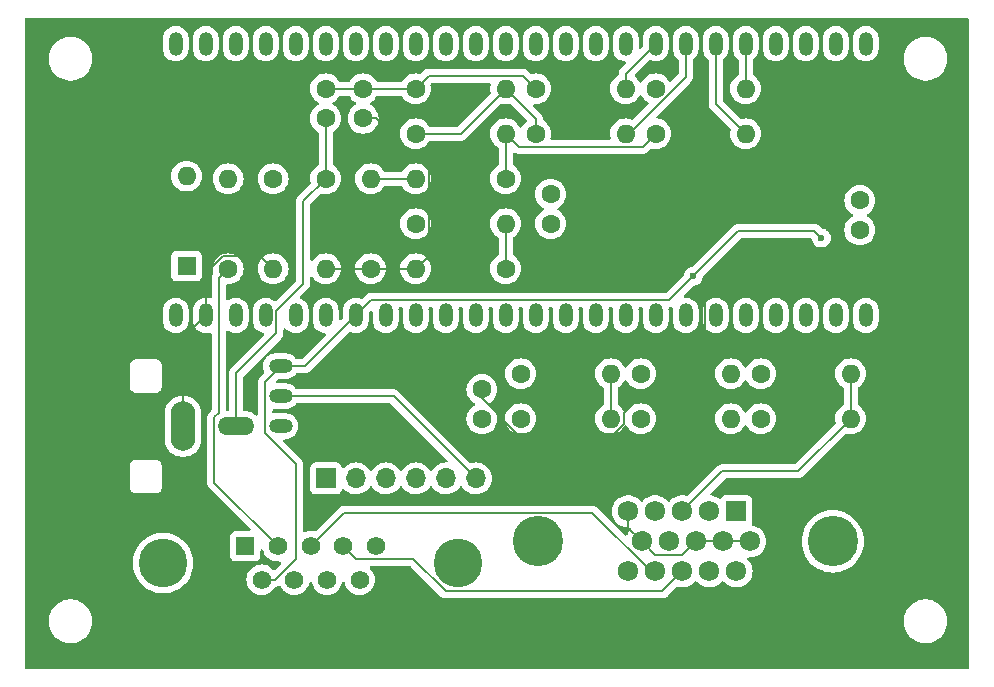
<source format=gbr>
%TF.GenerationSoftware,KiCad,Pcbnew,8.0.2*%
%TF.CreationDate,2024-05-19T15:43:29+02:00*%
%TF.ProjectId,schematic,73636865-6d61-4746-9963-2e6b69636164,rev?*%
%TF.SameCoordinates,Original*%
%TF.FileFunction,Copper,L2,Bot*%
%TF.FilePolarity,Positive*%
%FSLAX46Y46*%
G04 Gerber Fmt 4.6, Leading zero omitted, Abs format (unit mm)*
G04 Created by KiCad (PCBNEW 8.0.2) date 2024-05-19 15:43:29*
%MOMM*%
%LPD*%
G01*
G04 APERTURE LIST*
%TA.AperFunction,ComponentPad*%
%ADD10C,1.600000*%
%TD*%
%TA.AperFunction,ComponentPad*%
%ADD11R,1.600000X1.600000*%
%TD*%
%TA.AperFunction,ComponentPad*%
%ADD12O,1.600000X1.600000*%
%TD*%
%TA.AperFunction,ComponentPad*%
%ADD13R,1.575000X1.575000*%
%TD*%
%TA.AperFunction,ComponentPad*%
%ADD14C,1.575000*%
%TD*%
%TA.AperFunction,ComponentPad*%
%ADD15C,4.116000*%
%TD*%
%TA.AperFunction,ComponentPad*%
%ADD16O,1.200000X2.000000*%
%TD*%
%TA.AperFunction,ComponentPad*%
%ADD17R,1.700000X1.700000*%
%TD*%
%TA.AperFunction,ComponentPad*%
%ADD18O,1.700000X1.700000*%
%TD*%
%TA.AperFunction,ComponentPad*%
%ADD19O,2.000000X1.200000*%
%TD*%
%TA.AperFunction,ComponentPad*%
%ADD20O,2.100000X4.200000*%
%TD*%
%TA.AperFunction,ComponentPad*%
%ADD21O,3.100000X1.550000*%
%TD*%
%TA.AperFunction,ComponentPad*%
%ADD22R,1.725000X1.725000*%
%TD*%
%TA.AperFunction,ComponentPad*%
%ADD23C,1.725000*%
%TD*%
%TA.AperFunction,ComponentPad*%
%ADD24C,4.266000*%
%TD*%
%TA.AperFunction,ViaPad*%
%ADD25C,0.600000*%
%TD*%
%TA.AperFunction,Conductor*%
%ADD26C,0.200000*%
%TD*%
G04 APERTURE END LIST*
D10*
%TO.P,C1,1*%
%TO.N,Net-(J3-Pin_6)*%
X141500000Y-125750000D03*
%TO.P,C1,2*%
%TO.N,GND*%
X141500000Y-123250000D03*
%TD*%
%TO.P,C4,1*%
%TO.N,+5V*%
X173500000Y-109750000D03*
%TO.P,C4,2*%
%TO.N,GND*%
X173500000Y-107250000D03*
%TD*%
D11*
%TO.P,D1,1,K*%
%TO.N,/DATA*%
X116500000Y-112810000D03*
D12*
%TO.P,D1,2,A*%
%TO.N,Net-(D1-A)*%
X116500000Y-105190000D03*
%TD*%
D13*
%TO.P,J2,1,1*%
%TO.N,unconnected-(J2-Pad1)*%
X121460000Y-136525000D03*
D14*
%TO.P,J2,2,2*%
%TO.N,/DATA*%
X124230000Y-136525000D03*
%TO.P,J2,3,3*%
%TO.N,/VSYNC*%
X127000000Y-136525000D03*
%TO.P,J2,4,4*%
%TO.N,/HSYNC*%
X129770000Y-136525000D03*
%TO.P,J2,5,5*%
%TO.N,unconnected-(J2-Pad5)*%
X132540000Y-136525000D03*
%TO.P,J2,6,6*%
%TO.N,+5V*%
X122845000Y-139365000D03*
%TO.P,J2,7,7*%
%TO.N,unconnected-(J2-Pad7)*%
X125615000Y-139365000D03*
%TO.P,J2,8,8*%
%TO.N,GND*%
X128385000Y-139365000D03*
%TO.P,J2,9,9*%
%TO.N,unconnected-(J2-Pad9)*%
X131155000Y-139365000D03*
D15*
%TO.P,J2,S1*%
%TO.N,N/C*%
X114505000Y-137945000D03*
%TO.P,J2,S2*%
X139495000Y-137945000D03*
%TD*%
D10*
%TO.P,R7,1*%
%TO.N,Net-(R3-Pad2)*%
X146050000Y-101600000D03*
D12*
%TO.P,R7,2*%
%TO.N,Net-(U2-PIN27_IOB11A)*%
X153670000Y-101600000D03*
%TD*%
D10*
%TO.P,R4,1*%
%TO.N,Net-(R3-Pad2)*%
X135890000Y-101600000D03*
D12*
%TO.P,R4,2*%
%TO.N,Net-(R4-Pad2)*%
X143510000Y-101600000D03*
%TD*%
D10*
%TO.P,R19,1*%
%TO.N,Net-(D1-A)*%
X123825000Y-105410000D03*
D12*
%TO.P,R19,2*%
%TO.N,GND*%
X123825000Y-113030000D03*
%TD*%
D10*
%TO.P,R15,1*%
%TO.N,Net-(U4-B2)*%
X154940000Y-121920000D03*
D12*
%TO.P,R15,2*%
%TO.N,/Green*%
X162560000Y-121920000D03*
%TD*%
D10*
%TO.P,R5,1*%
%TO.N,Net-(R4-Pad2)*%
X143510000Y-105410000D03*
D12*
%TO.P,R5,2*%
%TO.N,Net-(R2-Pad2)*%
X135890000Y-105410000D03*
%TD*%
D16*
%TO.P,U2,1*%
%TO.N,N/C*%
X173990000Y-93980000D03*
%TO.P,U2,2*%
X171450000Y-93980000D03*
%TO.P,U2,3*%
X168910000Y-93980000D03*
%TO.P,U2,4*%
X166370000Y-93980000D03*
%TO.P,U2,5,PIN25_IOB8A*%
%TO.N,Net-(U2-PIN25_IOB8A)*%
X163830000Y-93980000D03*
%TO.P,U2,6,PIN26_IOB8B*%
%TO.N,Net-(U2-PIN26_IOB8B)*%
X161290000Y-93980000D03*
%TO.P,U2,7,PIN27_IOB11A*%
%TO.N,Net-(U2-PIN27_IOB11A)*%
X158750000Y-93980000D03*
%TO.P,U2,8,PIN28_IOB11B*%
%TO.N,Net-(U2-PIN28_IOB11B)*%
X156210000Y-93980000D03*
%TO.P,U2,9,PIN29_IOB13A*%
%TO.N,unconnected-(U2-PIN29_IOB13A-Pad9)*%
X153670000Y-93980000D03*
%TO.P,U2,10,PIN30_IOB13B*%
%TO.N,Net-(D1-A)*%
X151130000Y-93980000D03*
%TO.P,U2,11*%
%TO.N,N/C*%
X148590000Y-93980000D03*
%TO.P,U2,12*%
X146050000Y-93980000D03*
%TO.P,U2,13*%
X143510000Y-93980000D03*
%TO.P,U2,14*%
X140970000Y-93980000D03*
%TO.P,U2,15*%
X138430000Y-93980000D03*
%TO.P,U2,16*%
X135890000Y-93980000D03*
%TO.P,U2,17*%
X133350000Y-93980000D03*
%TO.P,U2,18*%
X130810000Y-93980000D03*
%TO.P,U2,19*%
X128270000Y-93980000D03*
%TO.P,U2,20*%
X125730000Y-93980000D03*
%TO.P,U2,21*%
X123190000Y-93980000D03*
%TO.P,U2,22*%
X120650000Y-93980000D03*
%TO.P,U2,23*%
X118110000Y-93980000D03*
%TO.P,U2,24*%
X115570000Y-93980000D03*
%TO.P,U2,25,3.3V*%
%TO.N,+3.3V*%
X115570000Y-116980000D03*
%TO.P,U2,26,GND*%
%TO.N,GND*%
X118110000Y-116980000D03*
%TO.P,U2,27*%
%TO.N,N/C*%
X120650000Y-116980000D03*
%TO.P,U2,28*%
X123190000Y-116980000D03*
%TO.P,U2,29,PIN49_IOR24A_SPILCD_RS*%
%TO.N,Net-(U1-A4)*%
X125730000Y-116980000D03*
%TO.P,U2,30,PIN48_IOR24B_SPILCD_CS*%
%TO.N,Net-(U1-A3)*%
X128270000Y-116980000D03*
%TO.P,U2,31,+5V*%
%TO.N,+5V*%
X130810000Y-116980000D03*
%TO.P,U2,32*%
%TO.N,N/C*%
X133350000Y-116980000D03*
%TO.P,U2,33*%
X135890000Y-116980000D03*
%TO.P,U2,34*%
X138430000Y-116980000D03*
%TO.P,U2,35*%
X140970000Y-116980000D03*
%TO.P,U2,36*%
X143510000Y-116980000D03*
%TO.P,U2,37*%
X146050000Y-116980000D03*
%TO.P,U2,38,PIN76_IOT37B_SPILCD_MCLK*%
%TO.N,Net-(U1-A2)*%
X148590000Y-116980000D03*
%TO.P,U2,39,PIN77_IOT37A_SPILCD_MO*%
%TO.N,Net-(U1-A1)*%
X151130000Y-116980000D03*
%TO.P,U2,40,PIN79_IOT12B_1V8*%
%TO.N,Net-(U2-PIN79_IOT12B_1V8)*%
X153670000Y-116980000D03*
%TO.P,U2,41,PIN80_IOT12A_1V8*%
%TO.N,Net-(U2-PIN80_IOT12A_1V8)*%
X156210000Y-116980000D03*
%TO.P,U2,42,PIN81_IOT11B_1V*%
%TO.N,Net-(U2-PIN81_IOT11B_1V)*%
X158750000Y-116980000D03*
%TO.P,U2,43,PIN82_IOT11A_1V8*%
%TO.N,Net-(U2-PIN82_IOT11A_1V8)*%
X161290000Y-116980000D03*
%TO.P,U2,44,PIN83_IOT10B_1V8*%
%TO.N,Net-(U2-PIN83_IOT10B_1V8)*%
X163830000Y-116980000D03*
%TO.P,U2,45,PIN84_IOT10A_1V8*%
%TO.N,Net-(U2-PIN84_IOT10A_1V8)*%
X166370000Y-116980000D03*
%TO.P,U2,46,PIN85_IOT8B_1V8*%
%TO.N,/PULSE*%
X168910000Y-116980000D03*
%TO.P,U2,47,PIN86_IOT8A_BL_PWM_1V8*%
%TO.N,/LATCH*%
X171450000Y-116980000D03*
%TO.P,U2,48*%
%TO.N,N/C*%
X173990000Y-116980000D03*
%TD*%
D17*
%TO.P,J3,1,Pin_1*%
%TO.N,GND*%
X128295000Y-130785000D03*
D18*
%TO.P,J3,2,Pin_2*%
%TO.N,Net-(J3-Pin_2)*%
X130835000Y-130785000D03*
%TO.P,J3,3,Pin_3*%
%TO.N,Net-(J3-Pin_3)*%
X133375000Y-130785000D03*
%TO.P,J3,4,Pin_4*%
%TO.N,Net-(J3-Pin_4)*%
X135915000Y-130785000D03*
%TO.P,J3,5,Pin_5*%
%TO.N,Net-(J3-Pin_5)*%
X138455000Y-130785000D03*
%TO.P,J3,6,Pin_6*%
%TO.N,Net-(J3-Pin_6)*%
X140995000Y-130785000D03*
%TD*%
D10*
%TO.P,R16,1*%
%TO.N,Net-(U4-B3)*%
X144780000Y-125730000D03*
D12*
%TO.P,R16,2*%
%TO.N,/Red*%
X152400000Y-125730000D03*
%TD*%
D19*
%TO.P,JP1,1,A*%
%TO.N,+3.3V*%
X124460000Y-126365000D03*
%TO.P,JP1,2,C*%
%TO.N,Net-(J3-Pin_6)*%
X124460000Y-123825000D03*
%TO.P,JP1,3,B*%
%TO.N,+5V*%
X124460000Y-121285000D03*
%TD*%
D10*
%TO.P,R13,1*%
%TO.N,Net-(U3-B4)*%
X165100000Y-125730000D03*
D12*
%TO.P,R13,2*%
%TO.N,/Blue*%
X172720000Y-125730000D03*
%TD*%
D10*
%TO.P,R1,1*%
%TO.N,Net-(C2-Pad1)*%
X128270000Y-105410000D03*
D12*
%TO.P,R1,2*%
%TO.N,GND*%
X128270000Y-113030000D03*
%TD*%
D20*
%TO.P,J1,1*%
%TO.N,GND*%
X116205000Y-126365000D03*
D21*
%TO.P,J1,2*%
%TO.N,Net-(C2-Pad1)*%
X120705000Y-126365000D03*
%TD*%
D22*
%TO.P,J5,1*%
%TO.N,/Red*%
X163048250Y-133572500D03*
D23*
%TO.P,J5,2*%
%TO.N,/Green*%
X160758250Y-133572500D03*
%TO.P,J5,3*%
%TO.N,/Blue*%
X158468250Y-133572500D03*
%TO.P,J5,4*%
%TO.N,unconnected-(J5-Pad4)*%
X156178250Y-133572500D03*
%TO.P,J5,5*%
%TO.N,GND*%
X153888250Y-133572500D03*
%TO.P,J5,6*%
X164193250Y-136112500D03*
%TO.P,J5,7*%
X161903250Y-136112500D03*
%TO.P,J5,8*%
X159613250Y-136112500D03*
%TO.P,J5,9*%
%TO.N,unconnected-(J5-Pad9)*%
X157323250Y-136112500D03*
%TO.P,J5,10*%
%TO.N,GND*%
X155033250Y-136112500D03*
%TO.P,J5,11*%
%TO.N,unconnected-(J5-Pad11)*%
X163048250Y-138652500D03*
%TO.P,J5,12*%
%TO.N,unconnected-(J5-Pad12)*%
X160758250Y-138652500D03*
%TO.P,J5,13*%
%TO.N,/HSYNC*%
X158468250Y-138652500D03*
%TO.P,J5,14*%
%TO.N,/VSYNC*%
X156178250Y-138652500D03*
%TO.P,J5,15*%
%TO.N,unconnected-(J5-Pad15)*%
X153888250Y-138652500D03*
D24*
%TO.P,J5,S1*%
%TO.N,N/C*%
X146223250Y-136112500D03*
%TO.P,J5,S2*%
X171213250Y-136112500D03*
%TD*%
D10*
%TO.P,R9,1*%
%TO.N,Net-(R2-Pad2)*%
X156210000Y-97790000D03*
D12*
%TO.P,R9,2*%
%TO.N,Net-(U2-PIN25_IOB8A)*%
X163830000Y-97790000D03*
%TD*%
D10*
%TO.P,R3,1*%
%TO.N,Net-(C2-Pad2)*%
X135890000Y-97790000D03*
D12*
%TO.P,R3,2*%
%TO.N,Net-(R3-Pad2)*%
X143510000Y-97790000D03*
%TD*%
D10*
%TO.P,R6,1*%
%TO.N,Net-(C2-Pad2)*%
X146050000Y-97790000D03*
D12*
%TO.P,R6,2*%
%TO.N,Net-(U2-PIN28_IOB11B)*%
X153670000Y-97790000D03*
%TD*%
D10*
%TO.P,R10,1*%
%TO.N,+3.3V*%
X135890000Y-109220000D03*
D12*
%TO.P,R10,2*%
%TO.N,Net-(U3-OE)*%
X143510000Y-109220000D03*
%TD*%
D10*
%TO.P,R8,1*%
%TO.N,Net-(R4-Pad2)*%
X156210000Y-101600000D03*
D12*
%TO.P,R8,2*%
%TO.N,Net-(U2-PIN26_IOB8B)*%
X163830000Y-101600000D03*
%TD*%
D10*
%TO.P,R18,1*%
%TO.N,/DATA*%
X120015000Y-113030000D03*
D12*
%TO.P,R18,2*%
%TO.N,Net-(D1-A)*%
X120015000Y-105410000D03*
%TD*%
D10*
%TO.P,R17,1*%
%TO.N,Net-(U4-B4)*%
X144780000Y-121920000D03*
D12*
%TO.P,R17,2*%
%TO.N,/Red*%
X152400000Y-121920000D03*
%TD*%
D10*
%TO.P,C2,1*%
%TO.N,Net-(C2-Pad1)*%
X128270000Y-100290000D03*
%TO.P,C2,2*%
%TO.N,Net-(C2-Pad2)*%
X128270000Y-97790000D03*
%TD*%
%TO.P,C3,1*%
%TO.N,Net-(C2-Pad2)*%
X131445000Y-97790000D03*
%TO.P,C3,2*%
%TO.N,GND*%
X131445000Y-100290000D03*
%TD*%
%TO.P,R14,1*%
%TO.N,Net-(U4-B1)*%
X154940000Y-125730000D03*
D12*
%TO.P,R14,2*%
%TO.N,/Green*%
X162560000Y-125730000D03*
%TD*%
D10*
%TO.P,C7,1*%
%TO.N,Net-(U3-OE)*%
X147320000Y-109220000D03*
%TO.P,C7,2*%
%TO.N,GND*%
X147320000Y-106720000D03*
%TD*%
%TO.P,R12,1*%
%TO.N,Net-(U3-B3)*%
X165100000Y-121920000D03*
D12*
%TO.P,R12,2*%
%TO.N,/Blue*%
X172720000Y-121920000D03*
%TD*%
D10*
%TO.P,R2,1*%
%TO.N,GND*%
X132080000Y-113030000D03*
D12*
%TO.P,R2,2*%
%TO.N,Net-(R2-Pad2)*%
X132080000Y-105410000D03*
%TD*%
D10*
%TO.P,R11,1*%
%TO.N,Net-(U3-OE)*%
X143510000Y-113030000D03*
D12*
%TO.P,R11,2*%
%TO.N,GND*%
X135890000Y-113030000D03*
%TD*%
D25*
%TO.N,+5V*%
X170245000Y-110425000D03*
X159385000Y-113665000D03*
%TO.N,GND*%
X162560000Y-113665000D03*
%TD*%
D26*
%TO.N,GND*%
X160390000Y-118384365D02*
X160390000Y-115835000D01*
X152685635Y-127000000D02*
X153500000Y-126185635D01*
X160390000Y-115835000D02*
X162560000Y-113665000D01*
X144494365Y-127000000D02*
X152685635Y-127000000D01*
X141500000Y-124005635D02*
X144494365Y-127000000D01*
X153500000Y-126185635D02*
X153500000Y-125274365D01*
X141500000Y-123250000D02*
X141500000Y-124005635D01*
X153500000Y-125274365D02*
X160390000Y-118384365D01*
%TO.N,/VSYNC*%
X127000000Y-136525000D02*
X129845500Y-133679500D01*
X155797500Y-138652500D02*
X156178250Y-138652500D01*
X150824500Y-133679500D02*
X155797500Y-138652500D01*
X129845500Y-133679500D02*
X150824500Y-133679500D01*
%TO.N,/Blue*%
X158468250Y-133572500D02*
X161865750Y-130175000D01*
X168275000Y-130175000D02*
X172720000Y-125730000D01*
X161865750Y-130175000D02*
X168275000Y-130175000D01*
X172720000Y-121920000D02*
X172720000Y-125730000D01*
%TO.N,/HSYNC*%
X156785750Y-140335000D02*
X158468250Y-138652500D01*
X130857500Y-137612500D02*
X135707500Y-137612500D01*
X138430000Y-140335000D02*
X156785750Y-140335000D01*
X129770000Y-136525000D02*
X130857500Y-137612500D01*
X135707500Y-137612500D02*
X138430000Y-140335000D01*
%TO.N,+5V*%
X132110000Y-115680000D02*
X157370000Y-115680000D01*
X126505000Y-121285000D02*
X124460000Y-121285000D01*
X122845000Y-139365000D02*
X123958693Y-139365000D01*
X170245000Y-110425000D02*
X169645000Y-109825000D01*
X125730000Y-137593693D02*
X125730000Y-129540000D01*
X125730000Y-129540000D02*
X123160000Y-126970000D01*
X130810000Y-116980000D02*
X126505000Y-121285000D01*
X157370000Y-115680000D02*
X159385000Y-113665000D01*
X123958693Y-139365000D02*
X125730000Y-137593693D01*
X169645000Y-109825000D02*
X163225000Y-109825000D01*
X130810000Y-116980000D02*
X132110000Y-115680000D01*
X163225000Y-109825000D02*
X159385000Y-113665000D01*
X123160000Y-122585000D02*
X124460000Y-121285000D01*
X123160000Y-126970000D02*
X123160000Y-122585000D01*
%TO.N,GND*%
X128270000Y-113030000D02*
X135890000Y-113030000D01*
X155033250Y-136112500D02*
X156195750Y-137275000D01*
X116205000Y-118885000D02*
X118110000Y-116980000D01*
X136990000Y-111930000D02*
X135890000Y-113030000D01*
X128295000Y-130785000D02*
X127670000Y-130160000D01*
X119559365Y-111930000D02*
X122725000Y-111930000D01*
X153888250Y-134967500D02*
X155033250Y-136112500D01*
X132576370Y-100290000D02*
X136990000Y-104703630D01*
X153888250Y-133572500D02*
X153888250Y-134967500D01*
X116205000Y-126365000D02*
X116205000Y-118885000D01*
X122725000Y-111930000D02*
X123825000Y-113030000D01*
X164193250Y-136112500D02*
X159613250Y-136112500D01*
X156195750Y-137275000D02*
X158450750Y-137275000D01*
X131445000Y-100290000D02*
X132576370Y-100290000D01*
X155190000Y-135255000D02*
X155190000Y-136650000D01*
X118110000Y-113379365D02*
X119559365Y-111930000D01*
X118110000Y-116980000D02*
X118110000Y-113379365D01*
X158450750Y-137275000D02*
X159613250Y-136112500D01*
X136990000Y-104703630D02*
X136990000Y-111930000D01*
%TO.N,/DATA*%
X118855000Y-131150000D02*
X124230000Y-136525000D01*
X118855000Y-125620000D02*
X118855000Y-131150000D01*
X123945000Y-136600000D02*
X123625000Y-136920000D01*
X119215001Y-113829999D02*
X119215001Y-125259999D01*
X120015000Y-113030000D02*
X119215001Y-113829999D01*
X119215001Y-125259999D02*
X118855000Y-125620000D01*
%TO.N,Net-(R2-Pad2)*%
X132080000Y-105410000D02*
X135490000Y-105410000D01*
X135890000Y-104735000D02*
X135890000Y-105469000D01*
%TO.N,Net-(J3-Pin_6)*%
X134035000Y-123825000D02*
X140995000Y-130785000D01*
X124460000Y-123825000D02*
X134035000Y-123825000D01*
%TO.N,Net-(C2-Pad2)*%
X135890000Y-97790000D02*
X136990000Y-96690000D01*
X136990000Y-96690000D02*
X144950000Y-96690000D01*
X144950000Y-96690000D02*
X146050000Y-97790000D01*
X128270000Y-97790000D02*
X131445000Y-97790000D01*
X135890000Y-97790000D02*
X131445000Y-97790000D01*
%TO.N,Net-(C2-Pad1)*%
X128270000Y-100290000D02*
X128270000Y-105410000D01*
X128270000Y-105410000D02*
X126365000Y-107315000D01*
X124090000Y-118480000D02*
X120705000Y-121865000D01*
X120705000Y-121865000D02*
X120705000Y-126365000D01*
X126365000Y-107315000D02*
X126365000Y-114300000D01*
X126365000Y-114300000D02*
X124090000Y-116575000D01*
X124090000Y-116575000D02*
X124090000Y-118480000D01*
%TO.N,Net-(U3-OE)*%
X143510000Y-109220000D02*
X143510000Y-113030000D01*
%TO.N,/Red*%
X152400000Y-121920000D02*
X152400000Y-125730000D01*
%TO.N,Net-(R3-Pad2)*%
X146050000Y-100330000D02*
X146050000Y-101600000D01*
X143510000Y-97790000D02*
X146050000Y-100330000D01*
X135890000Y-101600000D02*
X139700000Y-101600000D01*
X139700000Y-101600000D02*
X143510000Y-97790000D01*
%TO.N,Net-(R4-Pad2)*%
X143510000Y-101600000D02*
X144610000Y-102700000D01*
X155110000Y-102700000D02*
X156210000Y-101600000D01*
X144610000Y-102700000D02*
X155110000Y-102700000D01*
X143510000Y-105410000D02*
X143510000Y-101600000D01*
%TO.N,Net-(U2-PIN28_IOB11B)*%
X153670000Y-96520000D02*
X153670000Y-97790000D01*
X153670000Y-96520000D02*
X156210000Y-93980000D01*
%TO.N,Net-(U2-PIN27_IOB11A)*%
X153955635Y-101600000D02*
X153670000Y-101600000D01*
X158750000Y-93980000D02*
X158750000Y-96805635D01*
X158750000Y-96805635D02*
X153955635Y-101600000D01*
%TO.N,Net-(U2-PIN26_IOB8B)*%
X161290000Y-93980000D02*
X161290000Y-99060000D01*
X161290000Y-99060000D02*
X163830000Y-101600000D01*
%TO.N,Net-(U2-PIN25_IOB8A)*%
X163830000Y-97790000D02*
X163830000Y-93980000D01*
%TO.N,Net-(U2-PIN80_IOT12A_1V8)*%
X156210000Y-116980000D02*
X155810000Y-116580000D01*
%TD*%
%TA.AperFunction,Conductor*%
%TO.N,GND*%
G36*
X182697539Y-91795185D02*
G01*
X182743294Y-91847989D01*
X182754500Y-91899500D01*
X182754500Y-146835500D01*
X182734815Y-146902539D01*
X182682011Y-146948294D01*
X182630500Y-146959500D01*
X102929500Y-146959500D01*
X102862461Y-146939815D01*
X102816706Y-146887011D01*
X102805500Y-146835500D01*
X102805500Y-142753711D01*
X104829500Y-142753711D01*
X104829500Y-142996288D01*
X104861161Y-143236785D01*
X104923947Y-143471104D01*
X105016773Y-143695205D01*
X105016776Y-143695212D01*
X105138064Y-143905289D01*
X105138066Y-143905292D01*
X105138067Y-143905293D01*
X105285733Y-144097736D01*
X105285739Y-144097743D01*
X105457256Y-144269260D01*
X105457262Y-144269265D01*
X105649711Y-144416936D01*
X105859788Y-144538224D01*
X106083900Y-144631054D01*
X106318211Y-144693838D01*
X106498586Y-144717584D01*
X106558711Y-144725500D01*
X106558712Y-144725500D01*
X106801289Y-144725500D01*
X106849388Y-144719167D01*
X107041789Y-144693838D01*
X107276100Y-144631054D01*
X107500212Y-144538224D01*
X107710289Y-144416936D01*
X107902738Y-144269265D01*
X108074265Y-144097738D01*
X108221936Y-143905289D01*
X108343224Y-143695212D01*
X108436054Y-143471100D01*
X108498838Y-143236789D01*
X108530500Y-142996288D01*
X108530500Y-142753712D01*
X108530500Y-142753711D01*
X177219500Y-142753711D01*
X177219500Y-142996288D01*
X177251161Y-143236785D01*
X177313947Y-143471104D01*
X177406773Y-143695205D01*
X177406776Y-143695212D01*
X177528064Y-143905289D01*
X177528066Y-143905292D01*
X177528067Y-143905293D01*
X177675733Y-144097736D01*
X177675739Y-144097743D01*
X177847256Y-144269260D01*
X177847262Y-144269265D01*
X178039711Y-144416936D01*
X178249788Y-144538224D01*
X178473900Y-144631054D01*
X178708211Y-144693838D01*
X178888586Y-144717584D01*
X178948711Y-144725500D01*
X178948712Y-144725500D01*
X179191289Y-144725500D01*
X179239388Y-144719167D01*
X179431789Y-144693838D01*
X179666100Y-144631054D01*
X179890212Y-144538224D01*
X180100289Y-144416936D01*
X180292738Y-144269265D01*
X180464265Y-144097738D01*
X180611936Y-143905289D01*
X180733224Y-143695212D01*
X180826054Y-143471100D01*
X180888838Y-143236789D01*
X180920500Y-142996288D01*
X180920500Y-142753712D01*
X180888838Y-142513211D01*
X180826054Y-142278900D01*
X180733224Y-142054788D01*
X180611936Y-141844711D01*
X180464265Y-141652262D01*
X180464260Y-141652256D01*
X180292743Y-141480739D01*
X180292736Y-141480733D01*
X180100293Y-141333067D01*
X180100292Y-141333066D01*
X180100289Y-141333064D01*
X179890212Y-141211776D01*
X179890205Y-141211773D01*
X179666104Y-141118947D01*
X179431785Y-141056161D01*
X179191289Y-141024500D01*
X179191288Y-141024500D01*
X178948712Y-141024500D01*
X178948711Y-141024500D01*
X178708214Y-141056161D01*
X178473895Y-141118947D01*
X178249794Y-141211773D01*
X178249785Y-141211777D01*
X178039706Y-141333067D01*
X177847263Y-141480733D01*
X177847256Y-141480739D01*
X177675739Y-141652256D01*
X177675733Y-141652263D01*
X177528067Y-141844706D01*
X177406777Y-142054785D01*
X177406773Y-142054794D01*
X177313947Y-142278895D01*
X177251161Y-142513214D01*
X177219500Y-142753711D01*
X108530500Y-142753711D01*
X108498838Y-142513211D01*
X108436054Y-142278900D01*
X108343224Y-142054788D01*
X108221936Y-141844711D01*
X108074265Y-141652262D01*
X108074260Y-141652256D01*
X107902743Y-141480739D01*
X107902736Y-141480733D01*
X107710293Y-141333067D01*
X107710292Y-141333066D01*
X107710289Y-141333064D01*
X107500212Y-141211776D01*
X107500205Y-141211773D01*
X107276104Y-141118947D01*
X107041785Y-141056161D01*
X106801289Y-141024500D01*
X106801288Y-141024500D01*
X106558712Y-141024500D01*
X106558711Y-141024500D01*
X106318214Y-141056161D01*
X106083895Y-141118947D01*
X105859794Y-141211773D01*
X105859785Y-141211777D01*
X105649706Y-141333067D01*
X105457263Y-141480733D01*
X105457256Y-141480739D01*
X105285739Y-141652256D01*
X105285733Y-141652263D01*
X105138067Y-141844706D01*
X105016777Y-142054785D01*
X105016773Y-142054794D01*
X104923947Y-142278895D01*
X104861161Y-142513214D01*
X104829500Y-142753711D01*
X102805500Y-142753711D01*
X102805500Y-137944994D01*
X111941441Y-137944994D01*
X111941441Y-137945005D01*
X111961653Y-138266291D01*
X111980170Y-138363358D01*
X112021980Y-138582531D01*
X112044714Y-138652500D01*
X112121463Y-138888710D01*
X112121465Y-138888715D01*
X112258534Y-139180000D01*
X112258537Y-139180006D01*
X112431033Y-139451817D01*
X112431036Y-139451821D01*
X112431037Y-139451822D01*
X112636246Y-139699877D01*
X112854656Y-139904977D01*
X112870924Y-139920254D01*
X112870934Y-139920262D01*
X113131364Y-140109476D01*
X113131369Y-140109478D01*
X113131376Y-140109484D01*
X113288888Y-140196077D01*
X113413492Y-140264579D01*
X113413495Y-140264580D01*
X113712817Y-140383089D01*
X114024637Y-140463151D01*
X114091641Y-140471615D01*
X114344021Y-140503499D01*
X114344030Y-140503499D01*
X114344033Y-140503500D01*
X114344035Y-140503500D01*
X114665965Y-140503500D01*
X114665967Y-140503500D01*
X114665970Y-140503499D01*
X114665978Y-140503499D01*
X114856562Y-140479422D01*
X114985363Y-140463151D01*
X115297183Y-140383089D01*
X115596510Y-140264578D01*
X115878624Y-140109484D01*
X116139074Y-139920256D01*
X116373754Y-139699877D01*
X116578963Y-139451822D01*
X116751464Y-139180004D01*
X116888537Y-138888709D01*
X116988020Y-138582531D01*
X117048345Y-138266299D01*
X117049414Y-138249319D01*
X117068559Y-137945005D01*
X117068559Y-137944994D01*
X117048346Y-137623708D01*
X117048345Y-137623701D01*
X116988020Y-137307469D01*
X116888537Y-137001291D01*
X116883864Y-136991361D01*
X116788962Y-136789683D01*
X116751464Y-136709996D01*
X116721723Y-136663132D01*
X116578966Y-136438182D01*
X116572617Y-136430507D01*
X116373754Y-136190123D01*
X116139074Y-135969744D01*
X116139071Y-135969742D01*
X116139065Y-135969737D01*
X115878635Y-135780523D01*
X115878628Y-135780518D01*
X115878624Y-135780516D01*
X115605405Y-135630312D01*
X115596507Y-135625420D01*
X115596501Y-135625418D01*
X115297187Y-135506912D01*
X115196691Y-135481109D01*
X114985363Y-135426849D01*
X114985360Y-135426848D01*
X114985353Y-135426847D01*
X114665978Y-135386500D01*
X114665967Y-135386500D01*
X114344033Y-135386500D01*
X114344021Y-135386500D01*
X114024646Y-135426847D01*
X114024637Y-135426849D01*
X113712812Y-135506912D01*
X113413498Y-135625418D01*
X113413492Y-135625420D01*
X113131376Y-135780516D01*
X113131364Y-135780523D01*
X112870934Y-135969737D01*
X112870924Y-135969745D01*
X112636248Y-136190121D01*
X112431033Y-136438182D01*
X112258537Y-136709993D01*
X112258534Y-136709999D01*
X112121465Y-137001284D01*
X112121463Y-137001289D01*
X112067185Y-137168342D01*
X112021980Y-137307469D01*
X111990011Y-137475056D01*
X111961653Y-137623708D01*
X111941441Y-137944994D01*
X102805500Y-137944994D01*
X102805500Y-129649108D01*
X111704500Y-129649108D01*
X111704500Y-131580891D01*
X111738608Y-131708187D01*
X111758345Y-131742372D01*
X111804500Y-131822314D01*
X111897686Y-131915500D01*
X112011814Y-131981392D01*
X112139108Y-132015500D01*
X112139110Y-132015500D01*
X113970890Y-132015500D01*
X113970892Y-132015500D01*
X114098186Y-131981392D01*
X114212314Y-131915500D01*
X114305500Y-131822314D01*
X114371392Y-131708186D01*
X114405500Y-131580892D01*
X114405500Y-129649108D01*
X114371392Y-129521814D01*
X114305500Y-129407686D01*
X114212314Y-129314500D01*
X114155250Y-129281554D01*
X114098187Y-129248608D01*
X113993538Y-129220568D01*
X113970892Y-129214500D01*
X112270892Y-129214500D01*
X112139108Y-129214500D01*
X112011812Y-129248608D01*
X111897686Y-129314500D01*
X111897683Y-129314502D01*
X111804502Y-129407683D01*
X111804500Y-129407686D01*
X111738608Y-129521812D01*
X111704500Y-129649108D01*
X102805500Y-129649108D01*
X102805500Y-125193006D01*
X114655000Y-125193006D01*
X114655000Y-127536993D01*
X114693165Y-127777959D01*
X114768560Y-128009998D01*
X114879321Y-128227377D01*
X115022728Y-128424759D01*
X115195240Y-128597271D01*
X115392622Y-128740678D01*
X115610001Y-128851439D01*
X115842040Y-128926834D01*
X116083007Y-128965000D01*
X116326993Y-128965000D01*
X116567959Y-128926834D01*
X116799998Y-128851439D01*
X117017377Y-128740678D01*
X117214759Y-128597271D01*
X117387271Y-128424759D01*
X117530678Y-128227377D01*
X117641439Y-128009998D01*
X117716834Y-127777959D01*
X117755000Y-127536993D01*
X117755000Y-125193006D01*
X117716834Y-124952040D01*
X117641439Y-124720001D01*
X117530678Y-124502622D01*
X117387271Y-124305240D01*
X117214759Y-124132728D01*
X117017377Y-123989321D01*
X116799998Y-123878560D01*
X116567959Y-123803165D01*
X116326993Y-123765000D01*
X116083007Y-123765000D01*
X115842040Y-123803165D01*
X115610001Y-123878560D01*
X115392622Y-123989321D01*
X115195240Y-124132728D01*
X115022728Y-124305240D01*
X114879321Y-124502622D01*
X114768560Y-124720001D01*
X114693165Y-124952040D01*
X114655000Y-125193006D01*
X102805500Y-125193006D01*
X102805500Y-121149108D01*
X111704500Y-121149108D01*
X111704500Y-122949108D01*
X111704500Y-123080892D01*
X111711782Y-123108069D01*
X111738608Y-123208187D01*
X111771554Y-123265250D01*
X111804500Y-123322314D01*
X111897686Y-123415500D01*
X112011814Y-123481392D01*
X112139108Y-123515500D01*
X112139110Y-123515500D01*
X113970890Y-123515500D01*
X113970892Y-123515500D01*
X114098186Y-123481392D01*
X114212314Y-123415500D01*
X114305500Y-123322314D01*
X114371392Y-123208186D01*
X114405500Y-123080892D01*
X114405500Y-121149108D01*
X114371392Y-121021814D01*
X114305500Y-120907686D01*
X114212314Y-120814500D01*
X114155250Y-120781554D01*
X114098187Y-120748608D01*
X114034539Y-120731554D01*
X113970892Y-120714500D01*
X112270892Y-120714500D01*
X112139108Y-120714500D01*
X112011812Y-120748608D01*
X111897686Y-120814500D01*
X111897683Y-120814502D01*
X111804502Y-120907683D01*
X111804500Y-120907686D01*
X111738608Y-121021812D01*
X111704500Y-121149108D01*
X102805500Y-121149108D01*
X102805500Y-116493389D01*
X114469500Y-116493389D01*
X114469500Y-117466610D01*
X114489006Y-117589771D01*
X114496598Y-117637701D01*
X114550127Y-117802445D01*
X114628768Y-117956788D01*
X114730586Y-118096928D01*
X114853072Y-118219414D01*
X114993212Y-118321232D01*
X115147555Y-118399873D01*
X115312299Y-118453402D01*
X115483389Y-118480500D01*
X115483390Y-118480500D01*
X115656610Y-118480500D01*
X115656611Y-118480500D01*
X115827701Y-118453402D01*
X115992445Y-118399873D01*
X116146788Y-118321232D01*
X116286928Y-118219414D01*
X116409414Y-118096928D01*
X116511232Y-117956788D01*
X116589873Y-117802445D01*
X116643402Y-117637701D01*
X116670500Y-117466611D01*
X116670500Y-116493428D01*
X117010000Y-116493428D01*
X117010000Y-117466571D01*
X117037085Y-117637584D01*
X117090591Y-117802257D01*
X117169195Y-117956524D01*
X117270967Y-118096602D01*
X117393397Y-118219032D01*
X117533475Y-118320804D01*
X117687742Y-118399408D01*
X117852415Y-118452914D01*
X118023429Y-118480000D01*
X118196571Y-118480000D01*
X118367584Y-118452914D01*
X118452182Y-118425426D01*
X118522023Y-118423431D01*
X118581856Y-118459511D01*
X118612685Y-118522211D01*
X118614501Y-118543357D01*
X118614501Y-124959901D01*
X118594816Y-125026940D01*
X118578182Y-125047582D01*
X118374481Y-125251282D01*
X118374479Y-125251285D01*
X118359405Y-125277394D01*
X118344331Y-125303504D01*
X118295423Y-125388215D01*
X118254499Y-125540943D01*
X118254499Y-125540945D01*
X118254499Y-125709046D01*
X118254500Y-125709059D01*
X118254500Y-131063330D01*
X118254499Y-131063348D01*
X118254499Y-131229054D01*
X118254498Y-131229054D01*
X118254499Y-131229057D01*
X118295423Y-131381785D01*
X118297562Y-131385490D01*
X118297565Y-131385501D01*
X118297568Y-131385500D01*
X118374477Y-131518712D01*
X118374481Y-131518717D01*
X118493349Y-131637585D01*
X118493355Y-131637590D01*
X121881084Y-135025319D01*
X121914569Y-135086642D01*
X121909585Y-135156334D01*
X121867713Y-135212267D01*
X121802249Y-135236684D01*
X121793403Y-135237000D01*
X120624629Y-135237000D01*
X120624623Y-135237001D01*
X120565016Y-135243408D01*
X120430171Y-135293702D01*
X120430164Y-135293706D01*
X120314955Y-135379952D01*
X120314952Y-135379955D01*
X120228706Y-135495164D01*
X120228702Y-135495171D01*
X120178408Y-135630017D01*
X120172001Y-135689616D01*
X120172000Y-135689635D01*
X120172000Y-137360370D01*
X120172001Y-137360376D01*
X120178408Y-137419983D01*
X120228702Y-137554828D01*
X120228706Y-137554835D01*
X120314952Y-137670044D01*
X120314955Y-137670047D01*
X120430164Y-137756293D01*
X120430171Y-137756297D01*
X120565017Y-137806591D01*
X120565016Y-137806591D01*
X120566356Y-137806735D01*
X120624627Y-137813000D01*
X122295372Y-137812999D01*
X122354983Y-137806591D01*
X122489831Y-137756296D01*
X122605046Y-137670046D01*
X122691296Y-137554831D01*
X122741591Y-137419983D01*
X122748000Y-137360373D01*
X122747999Y-136912418D01*
X122767683Y-136845382D01*
X122820487Y-136799627D01*
X122889646Y-136789683D01*
X122953202Y-136818708D01*
X122990976Y-136877486D01*
X122991773Y-136880326D01*
X123015053Y-136967207D01*
X123016906Y-136972297D01*
X123016320Y-136972510D01*
X123021814Y-136991361D01*
X123022396Y-136991206D01*
X123024499Y-136999054D01*
X123024499Y-136999057D01*
X123065423Y-137151785D01*
X123144481Y-137288716D01*
X123256284Y-137400519D01*
X123307753Y-137430235D01*
X123333433Y-137449940D01*
X123398927Y-137515434D01*
X123583540Y-137644702D01*
X123682437Y-137690818D01*
X123787788Y-137739944D01*
X123787790Y-137739944D01*
X123787795Y-137739947D01*
X124005487Y-137798278D01*
X124165853Y-137812308D01*
X124229998Y-137817920D01*
X124230000Y-137817920D01*
X124230001Y-137817920D01*
X124239769Y-137817065D01*
X124358044Y-137806717D01*
X124426541Y-137820483D01*
X124476724Y-137869098D01*
X124492658Y-137937127D01*
X124469283Y-138002970D01*
X124456530Y-138017926D01*
X123975663Y-138498793D01*
X123914340Y-138532278D01*
X123844648Y-138527294D01*
X123800301Y-138498794D01*
X123750117Y-138448610D01*
X123676073Y-138374566D01*
X123546431Y-138283789D01*
X123491466Y-138245302D01*
X123491463Y-138245300D01*
X123491460Y-138245298D01*
X123475237Y-138237733D01*
X123287211Y-138150055D01*
X123287200Y-138150051D01*
X123069514Y-138091722D01*
X123069507Y-138091721D01*
X122845002Y-138072080D01*
X122844998Y-138072080D01*
X122620492Y-138091721D01*
X122620485Y-138091722D01*
X122402799Y-138150051D01*
X122402788Y-138150055D01*
X122198543Y-138245296D01*
X122198533Y-138245302D01*
X122013926Y-138374566D01*
X121854566Y-138533926D01*
X121725302Y-138718533D01*
X121725296Y-138718543D01*
X121630055Y-138922788D01*
X121630051Y-138922799D01*
X121571722Y-139140485D01*
X121571721Y-139140492D01*
X121552080Y-139364997D01*
X121552080Y-139365002D01*
X121571721Y-139589507D01*
X121571722Y-139589514D01*
X121630051Y-139807200D01*
X121630055Y-139807211D01*
X121709845Y-139978321D01*
X121725298Y-140011460D01*
X121854566Y-140196073D01*
X122013927Y-140355434D01*
X122198540Y-140484702D01*
X122238851Y-140503499D01*
X122402788Y-140579944D01*
X122402790Y-140579944D01*
X122402795Y-140579947D01*
X122620487Y-140638278D01*
X122780853Y-140652308D01*
X122844998Y-140657920D01*
X122845000Y-140657920D01*
X122845002Y-140657920D01*
X122901128Y-140653009D01*
X123069513Y-140638278D01*
X123287205Y-140579947D01*
X123491460Y-140484702D01*
X123676073Y-140355434D01*
X123835434Y-140196073D01*
X123961560Y-140015945D01*
X124016134Y-139972325D01*
X124031039Y-139967298D01*
X124037745Y-139965501D01*
X124037750Y-139965501D01*
X124190478Y-139924577D01*
X124240597Y-139895639D01*
X124281529Y-139872007D01*
X124349427Y-139855535D01*
X124415454Y-139878388D01*
X124455909Y-139926990D01*
X124477049Y-139972325D01*
X124495298Y-140011460D01*
X124624566Y-140196073D01*
X124783927Y-140355434D01*
X124968540Y-140484702D01*
X125008851Y-140503499D01*
X125172788Y-140579944D01*
X125172790Y-140579944D01*
X125172795Y-140579947D01*
X125390487Y-140638278D01*
X125550853Y-140652308D01*
X125614998Y-140657920D01*
X125615000Y-140657920D01*
X125615002Y-140657920D01*
X125671128Y-140653009D01*
X125839513Y-140638278D01*
X126057205Y-140579947D01*
X126261460Y-140484702D01*
X126446073Y-140355434D01*
X126605434Y-140196073D01*
X126734702Y-140011460D01*
X126829947Y-139807205D01*
X126880484Y-139618597D01*
X126916849Y-139558938D01*
X126979696Y-139528409D01*
X127049072Y-139536704D01*
X127102949Y-139581189D01*
X127120034Y-139618599D01*
X127170521Y-139807025D01*
X127170525Y-139807034D01*
X127265733Y-140011209D01*
X127265735Y-140011213D01*
X127394946Y-140195745D01*
X127394951Y-140195751D01*
X127554248Y-140355048D01*
X127554254Y-140355053D01*
X127738786Y-140484264D01*
X127738790Y-140484266D01*
X127942965Y-140579474D01*
X127942974Y-140579478D01*
X128160568Y-140637781D01*
X128160578Y-140637783D01*
X128384999Y-140657418D01*
X128385001Y-140657418D01*
X128609421Y-140637783D01*
X128609431Y-140637781D01*
X128827025Y-140579478D01*
X128827034Y-140579474D01*
X129031209Y-140484266D01*
X129031213Y-140484264D01*
X129215745Y-140355053D01*
X129215751Y-140355048D01*
X129375048Y-140195751D01*
X129375053Y-140195745D01*
X129504264Y-140011213D01*
X129504266Y-140011209D01*
X129599474Y-139807034D01*
X129599479Y-139807023D01*
X129649965Y-139618600D01*
X129686329Y-139558939D01*
X129749176Y-139528409D01*
X129818551Y-139536703D01*
X129872430Y-139581188D01*
X129889515Y-139618598D01*
X129940051Y-139807199D01*
X129940055Y-139807211D01*
X130019845Y-139978321D01*
X130035298Y-140011460D01*
X130164566Y-140196073D01*
X130323927Y-140355434D01*
X130508540Y-140484702D01*
X130548851Y-140503499D01*
X130712788Y-140579944D01*
X130712790Y-140579944D01*
X130712795Y-140579947D01*
X130930487Y-140638278D01*
X131090853Y-140652308D01*
X131154998Y-140657920D01*
X131155000Y-140657920D01*
X131155002Y-140657920D01*
X131211128Y-140653009D01*
X131379513Y-140638278D01*
X131597205Y-140579947D01*
X131801460Y-140484702D01*
X131986073Y-140355434D01*
X132145434Y-140196073D01*
X132274702Y-140011460D01*
X132369947Y-139807205D01*
X132428278Y-139589513D01*
X132447920Y-139365000D01*
X132428278Y-139140487D01*
X132369947Y-138922795D01*
X132354055Y-138888715D01*
X132289751Y-138750813D01*
X132274702Y-138718540D01*
X132145434Y-138533927D01*
X132036188Y-138424681D01*
X132002703Y-138363358D01*
X132007687Y-138293666D01*
X132049559Y-138237733D01*
X132115023Y-138213316D01*
X132123869Y-138213000D01*
X135407403Y-138213000D01*
X135474442Y-138232685D01*
X135495084Y-138249319D01*
X137945139Y-140699374D01*
X137945149Y-140699385D01*
X137949479Y-140703715D01*
X137949480Y-140703716D01*
X138061284Y-140815520D01*
X138061286Y-140815521D01*
X138061290Y-140815524D01*
X138198209Y-140894573D01*
X138198216Y-140894577D01*
X138310019Y-140924534D01*
X138350942Y-140935500D01*
X138350943Y-140935500D01*
X156699081Y-140935500D01*
X156699097Y-140935501D01*
X156706693Y-140935501D01*
X156864804Y-140935501D01*
X156864807Y-140935501D01*
X157017535Y-140894577D01*
X157067654Y-140865639D01*
X157154466Y-140815520D01*
X157266270Y-140703716D01*
X157266270Y-140703714D01*
X157276478Y-140693507D01*
X157276480Y-140693504D01*
X157972926Y-139997057D01*
X158034247Y-139963574D01*
X158100870Y-139967459D01*
X158114478Y-139972131D01*
X158132506Y-139978321D01*
X158355309Y-140015500D01*
X158581190Y-140015500D01*
X158581191Y-140015500D01*
X158803993Y-139978321D01*
X159017637Y-139904977D01*
X159216295Y-139797468D01*
X159394548Y-139658728D01*
X159506881Y-139536703D01*
X159522021Y-139520257D01*
X159581908Y-139484266D01*
X159651746Y-139486367D01*
X159704479Y-139520257D01*
X159771309Y-139592853D01*
X159831952Y-139658728D01*
X160010205Y-139797468D01*
X160208863Y-139904977D01*
X160265956Y-139924577D01*
X160422503Y-139978320D01*
X160422505Y-139978320D01*
X160422507Y-139978321D01*
X160645309Y-140015500D01*
X160645310Y-140015500D01*
X160871190Y-140015500D01*
X160871191Y-140015500D01*
X161093993Y-139978321D01*
X161307637Y-139904977D01*
X161506295Y-139797468D01*
X161684548Y-139658728D01*
X161796881Y-139536703D01*
X161812021Y-139520257D01*
X161871908Y-139484266D01*
X161941746Y-139486367D01*
X161994479Y-139520257D01*
X162061309Y-139592853D01*
X162121952Y-139658728D01*
X162300205Y-139797468D01*
X162498863Y-139904977D01*
X162555956Y-139924577D01*
X162712503Y-139978320D01*
X162712505Y-139978320D01*
X162712507Y-139978321D01*
X162935309Y-140015500D01*
X162935310Y-140015500D01*
X163161190Y-140015500D01*
X163161191Y-140015500D01*
X163383993Y-139978321D01*
X163597637Y-139904977D01*
X163796295Y-139797468D01*
X163974548Y-139658728D01*
X164127535Y-139492541D01*
X164251081Y-139303439D01*
X164341817Y-139096582D01*
X164397268Y-138877611D01*
X164410428Y-138718790D01*
X164415921Y-138652505D01*
X164415921Y-138652494D01*
X164397268Y-138427392D01*
X164397268Y-138427389D01*
X164341817Y-138208418D01*
X164251081Y-138001561D01*
X164127535Y-137812459D01*
X164008341Y-137682981D01*
X163977420Y-137620329D01*
X163985280Y-137550903D01*
X164029427Y-137496747D01*
X164095844Y-137475056D01*
X164099572Y-137475000D01*
X164306150Y-137475000D01*
X164528872Y-137437834D01*
X164742431Y-137364519D01*
X164742437Y-137364517D01*
X164941023Y-137257047D01*
X164941029Y-137257043D01*
X165119202Y-137118365D01*
X165119205Y-137118362D01*
X165272141Y-136952229D01*
X165395641Y-136763197D01*
X165486342Y-136556420D01*
X165541773Y-136337529D01*
X165541775Y-136337521D01*
X165560420Y-136112506D01*
X165560420Y-136112500D01*
X168574937Y-136112500D01*
X168594172Y-136430507D01*
X168594172Y-136430512D01*
X168594173Y-136430513D01*
X168651602Y-136743890D01*
X168731808Y-137001284D01*
X168746385Y-137048062D01*
X168746387Y-137048069D01*
X168877130Y-137338566D01*
X168877137Y-137338578D01*
X168877140Y-137338585D01*
X169041960Y-137611231D01*
X169041965Y-137611239D01*
X169238446Y-137862028D01*
X169463721Y-138087303D01*
X169714510Y-138283784D01*
X169714513Y-138283785D01*
X169714517Y-138283789D01*
X169987165Y-138448610D01*
X169987175Y-138448614D01*
X169987183Y-138448619D01*
X170277680Y-138579362D01*
X170277685Y-138579363D01*
X170277691Y-138579366D01*
X170581860Y-138674148D01*
X170895237Y-138731577D01*
X171213250Y-138750813D01*
X171531263Y-138731577D01*
X171844640Y-138674148D01*
X172148809Y-138579366D01*
X172148815Y-138579362D01*
X172148819Y-138579362D01*
X172439316Y-138448619D01*
X172439319Y-138448616D01*
X172439335Y-138448610D01*
X172711983Y-138283789D01*
X172962775Y-138087306D01*
X173188056Y-137862025D01*
X173384539Y-137611233D01*
X173549360Y-137338585D01*
X173549369Y-137338566D01*
X173680112Y-137048069D01*
X173680112Y-137048065D01*
X173680116Y-137048059D01*
X173774898Y-136743890D01*
X173832327Y-136430513D01*
X173851563Y-136112500D01*
X173832327Y-135794487D01*
X173774898Y-135481110D01*
X173680116Y-135176941D01*
X173680113Y-135176935D01*
X173680112Y-135176930D01*
X173549369Y-134886433D01*
X173549364Y-134886425D01*
X173549360Y-134886415D01*
X173384539Y-134613767D01*
X173356803Y-134578365D01*
X173188053Y-134362971D01*
X172962778Y-134137696D01*
X172711989Y-133941215D01*
X172711981Y-133941210D01*
X172439335Y-133776390D01*
X172439328Y-133776387D01*
X172439316Y-133776380D01*
X172148819Y-133645637D01*
X172148812Y-133645635D01*
X171914111Y-133572500D01*
X171844640Y-133550852D01*
X171531263Y-133493423D01*
X171531262Y-133493422D01*
X171531257Y-133493422D01*
X171213250Y-133474187D01*
X170895242Y-133493422D01*
X170581859Y-133550852D01*
X170277687Y-133645635D01*
X170277680Y-133645637D01*
X169987183Y-133776380D01*
X169987167Y-133776389D01*
X169714518Y-133941210D01*
X169714510Y-133941215D01*
X169463721Y-134137696D01*
X169238446Y-134362971D01*
X169041965Y-134613760D01*
X169041960Y-134613768D01*
X168979526Y-134717047D01*
X168893095Y-134860023D01*
X168877139Y-134886417D01*
X168877130Y-134886433D01*
X168746387Y-135176930D01*
X168746385Y-135176937D01*
X168651602Y-135481109D01*
X168594172Y-135794492D01*
X168574937Y-136112500D01*
X165560420Y-136112500D01*
X165560420Y-136112493D01*
X165541775Y-135887478D01*
X165541773Y-135887470D01*
X165486342Y-135668579D01*
X165395641Y-135461802D01*
X165272141Y-135272770D01*
X165119205Y-135106637D01*
X165119202Y-135106634D01*
X164941029Y-134967956D01*
X164941023Y-134967952D01*
X164742437Y-134860482D01*
X164742431Y-134860480D01*
X164528873Y-134787165D01*
X164474516Y-134778095D01*
X164411631Y-134747645D01*
X164375192Y-134688030D01*
X164376767Y-134618178D01*
X164378744Y-134612453D01*
X164384069Y-134598175D01*
X164404841Y-134542483D01*
X164411250Y-134482873D01*
X164411249Y-132662128D01*
X164404841Y-132602517D01*
X164368062Y-132503908D01*
X164354547Y-132467671D01*
X164354543Y-132467664D01*
X164268297Y-132352455D01*
X164268294Y-132352452D01*
X164153085Y-132266206D01*
X164153078Y-132266202D01*
X164018232Y-132215908D01*
X164018233Y-132215908D01*
X163958633Y-132209501D01*
X163958631Y-132209500D01*
X163958623Y-132209500D01*
X163958614Y-132209500D01*
X162137879Y-132209500D01*
X162137873Y-132209501D01*
X162078266Y-132215908D01*
X161943421Y-132266202D01*
X161943414Y-132266206D01*
X161828205Y-132352452D01*
X161749899Y-132457054D01*
X161693965Y-132498924D01*
X161624273Y-132503908D01*
X161574472Y-132480596D01*
X161506295Y-132427532D01*
X161506293Y-132427531D01*
X161506292Y-132427530D01*
X161307637Y-132320023D01*
X161307629Y-132320020D01*
X161093996Y-132246679D01*
X160945368Y-132221878D01*
X160882483Y-132191427D01*
X160846044Y-132131813D01*
X160847619Y-132061961D01*
X160878095Y-132011890D01*
X162078167Y-130811819D01*
X162139490Y-130778334D01*
X162165848Y-130775500D01*
X168188331Y-130775500D01*
X168188347Y-130775501D01*
X168195943Y-130775501D01*
X168354054Y-130775501D01*
X168354057Y-130775501D01*
X168506785Y-130734577D01*
X168556904Y-130705639D01*
X168643716Y-130655520D01*
X168755520Y-130543716D01*
X168755520Y-130543714D01*
X168765728Y-130533507D01*
X168765730Y-130533504D01*
X172277294Y-127021939D01*
X172338615Y-126988456D01*
X172397066Y-126989847D01*
X172416604Y-126995082D01*
X172493308Y-127015635D01*
X172655230Y-127029801D01*
X172719998Y-127035468D01*
X172720000Y-127035468D01*
X172720002Y-127035468D01*
X172776673Y-127030509D01*
X172946692Y-127015635D01*
X173166496Y-126956739D01*
X173372734Y-126860568D01*
X173559139Y-126730047D01*
X173720047Y-126569139D01*
X173850568Y-126382734D01*
X173946739Y-126176496D01*
X174005635Y-125956692D01*
X174025468Y-125730000D01*
X174005635Y-125503308D01*
X173946739Y-125283504D01*
X173850568Y-125077266D01*
X173720047Y-124890861D01*
X173720045Y-124890858D01*
X173559140Y-124729953D01*
X173373377Y-124599881D01*
X173329752Y-124545304D01*
X173320500Y-124498306D01*
X173320500Y-123151692D01*
X173340185Y-123084653D01*
X173373374Y-123050119D01*
X173559139Y-122920047D01*
X173720047Y-122759139D01*
X173850568Y-122572734D01*
X173946739Y-122366496D01*
X174005635Y-122146692D01*
X174023363Y-121944057D01*
X174025468Y-121920001D01*
X174025468Y-121919998D01*
X174016338Y-121815642D01*
X174005635Y-121693308D01*
X173946739Y-121473504D01*
X173850568Y-121267266D01*
X173720047Y-121080861D01*
X173720045Y-121080858D01*
X173559141Y-120919954D01*
X173372734Y-120789432D01*
X173372732Y-120789431D01*
X173166497Y-120693261D01*
X173166488Y-120693258D01*
X172946697Y-120634366D01*
X172946693Y-120634365D01*
X172946692Y-120634365D01*
X172946691Y-120634364D01*
X172946686Y-120634364D01*
X172720002Y-120614532D01*
X172719998Y-120614532D01*
X172493313Y-120634364D01*
X172493302Y-120634366D01*
X172273511Y-120693258D01*
X172273502Y-120693261D01*
X172067267Y-120789431D01*
X172067265Y-120789432D01*
X171880858Y-120919954D01*
X171719954Y-121080858D01*
X171589432Y-121267265D01*
X171589431Y-121267267D01*
X171493261Y-121473502D01*
X171493258Y-121473511D01*
X171434366Y-121693302D01*
X171434364Y-121693313D01*
X171414532Y-121919998D01*
X171414532Y-121920001D01*
X171434364Y-122146686D01*
X171434366Y-122146697D01*
X171493258Y-122366488D01*
X171493261Y-122366497D01*
X171589431Y-122572732D01*
X171589432Y-122572734D01*
X171719954Y-122759141D01*
X171880858Y-122920045D01*
X171880861Y-122920047D01*
X172066624Y-123050118D01*
X172110248Y-123104693D01*
X172119500Y-123151692D01*
X172119500Y-124498306D01*
X172099815Y-124565345D01*
X172066623Y-124599881D01*
X171880859Y-124729953D01*
X171719954Y-124890858D01*
X171589432Y-125077265D01*
X171589431Y-125077267D01*
X171493261Y-125283502D01*
X171493258Y-125283511D01*
X171434366Y-125503302D01*
X171434364Y-125503313D01*
X171414532Y-125729998D01*
X171414532Y-125730001D01*
X171434364Y-125956686D01*
X171434366Y-125956697D01*
X171460152Y-126052931D01*
X171458489Y-126122781D01*
X171428058Y-126172705D01*
X168062584Y-129538181D01*
X168001261Y-129571666D01*
X167974903Y-129574500D01*
X161952420Y-129574500D01*
X161952404Y-129574499D01*
X161944808Y-129574499D01*
X161786693Y-129574499D01*
X161710329Y-129594961D01*
X161633964Y-129615423D01*
X161633959Y-129615426D01*
X161497040Y-129694475D01*
X161497032Y-129694481D01*
X158963574Y-132227939D01*
X158902251Y-132261424D01*
X158835631Y-132257540D01*
X158803993Y-132246678D01*
X158613052Y-132214816D01*
X158581191Y-132209500D01*
X158355309Y-132209500D01*
X158316908Y-132215908D01*
X158132503Y-132246679D01*
X157918870Y-132320020D01*
X157918862Y-132320023D01*
X157720207Y-132427530D01*
X157541952Y-132566271D01*
X157414479Y-132704743D01*
X157354592Y-132740733D01*
X157284754Y-132738632D01*
X157232021Y-132704743D01*
X157104547Y-132566271D01*
X157018019Y-132498924D01*
X156926295Y-132427532D01*
X156926293Y-132427531D01*
X156926292Y-132427530D01*
X156727637Y-132320023D01*
X156727629Y-132320020D01*
X156513996Y-132246679D01*
X156329592Y-132215908D01*
X156291191Y-132209500D01*
X156065309Y-132209500D01*
X156026908Y-132215908D01*
X155842503Y-132246679D01*
X155628870Y-132320020D01*
X155628862Y-132320023D01*
X155430207Y-132427530D01*
X155251951Y-132566272D01*
X155251948Y-132566275D01*
X155124139Y-132705112D01*
X155064252Y-132741103D01*
X154994414Y-132739002D01*
X154941680Y-132705112D01*
X154814205Y-132566637D01*
X154814202Y-132566634D01*
X154636029Y-132427956D01*
X154636023Y-132427952D01*
X154437437Y-132320482D01*
X154437431Y-132320480D01*
X154223872Y-132247165D01*
X154001150Y-132210000D01*
X153775350Y-132210000D01*
X153552627Y-132247165D01*
X153339068Y-132320480D01*
X153339062Y-132320482D01*
X153140476Y-132427952D01*
X153140470Y-132427956D01*
X152962297Y-132566634D01*
X152962294Y-132566637D01*
X152809358Y-132732770D01*
X152685858Y-132921802D01*
X152595157Y-133128579D01*
X152539726Y-133347470D01*
X152539724Y-133347478D01*
X152521080Y-133572493D01*
X152521080Y-133572506D01*
X152539724Y-133797521D01*
X152539726Y-133797529D01*
X152595157Y-134016420D01*
X152685858Y-134223197D01*
X152809358Y-134412229D01*
X152962294Y-134578362D01*
X152962297Y-134578365D01*
X153140470Y-134717043D01*
X153140476Y-134717047D01*
X153339062Y-134824517D01*
X153339068Y-134824519D01*
X153552627Y-134897834D01*
X153775350Y-134935000D01*
X153982606Y-134935000D01*
X154049645Y-134954685D01*
X154095400Y-135007489D01*
X154105344Y-135076647D01*
X154076319Y-135140203D01*
X154073836Y-135142983D01*
X153954358Y-135272770D01*
X153830859Y-135461800D01*
X153789479Y-135556137D01*
X153744522Y-135609622D01*
X153677786Y-135630312D01*
X153610458Y-135611637D01*
X153588242Y-135594007D01*
X151312090Y-133317855D01*
X151312088Y-133317852D01*
X151193217Y-133198981D01*
X151193216Y-133198980D01*
X151106404Y-133148860D01*
X151106404Y-133148859D01*
X151106400Y-133148858D01*
X151056285Y-133119923D01*
X150903557Y-133078999D01*
X150745443Y-133078999D01*
X150737847Y-133078999D01*
X150737831Y-133079000D01*
X129932170Y-133079000D01*
X129932154Y-133078999D01*
X129924558Y-133078999D01*
X129766443Y-133078999D01*
X129690079Y-133099461D01*
X129613714Y-133119923D01*
X129613709Y-133119926D01*
X129476790Y-133198975D01*
X129476782Y-133198981D01*
X127432498Y-135243264D01*
X127371175Y-135276749D01*
X127312724Y-135275358D01*
X127303065Y-135272770D01*
X127224513Y-135251722D01*
X127224502Y-135251721D01*
X127000002Y-135232080D01*
X126999998Y-135232080D01*
X126775492Y-135251721D01*
X126775485Y-135251722D01*
X126557799Y-135310051D01*
X126557797Y-135310052D01*
X126557795Y-135310053D01*
X126506903Y-135333784D01*
X126437826Y-135344275D01*
X126374042Y-135315755D01*
X126335803Y-135257278D01*
X126330500Y-135221401D01*
X126330500Y-129629059D01*
X126330501Y-129629046D01*
X126330501Y-129460945D01*
X126330501Y-129460943D01*
X126289577Y-129308215D01*
X126255163Y-129248608D01*
X126210520Y-129171284D01*
X126098716Y-129059480D01*
X126098715Y-129059479D01*
X126094385Y-129055149D01*
X126094374Y-129055139D01*
X124716416Y-127677181D01*
X124682931Y-127615858D01*
X124687915Y-127546166D01*
X124729787Y-127490233D01*
X124795251Y-127465816D01*
X124804097Y-127465500D01*
X124946610Y-127465500D01*
X124946611Y-127465500D01*
X125117701Y-127438402D01*
X125282445Y-127384873D01*
X125436788Y-127306232D01*
X125576928Y-127204414D01*
X125699414Y-127081928D01*
X125801232Y-126941788D01*
X125879873Y-126787445D01*
X125933402Y-126622701D01*
X125960500Y-126451611D01*
X125960500Y-126278389D01*
X125933402Y-126107299D01*
X125879873Y-125942555D01*
X125801232Y-125788212D01*
X125699414Y-125648072D01*
X125576928Y-125525586D01*
X125436788Y-125423768D01*
X125282445Y-125345127D01*
X125117701Y-125291598D01*
X125117699Y-125291597D01*
X125117698Y-125291597D01*
X124986271Y-125270781D01*
X124946611Y-125264500D01*
X123973389Y-125264500D01*
X123903897Y-125275506D01*
X123834604Y-125266551D01*
X123781152Y-125221555D01*
X123760513Y-125154803D01*
X123760500Y-125153033D01*
X123760500Y-125036966D01*
X123780185Y-124969927D01*
X123832989Y-124924172D01*
X123902147Y-124914228D01*
X123903777Y-124914474D01*
X123973389Y-124925500D01*
X123973391Y-124925500D01*
X124946610Y-124925500D01*
X124946611Y-124925500D01*
X125117701Y-124898402D01*
X125282445Y-124844873D01*
X125436788Y-124766232D01*
X125576928Y-124664414D01*
X125699414Y-124541928D01*
X125746868Y-124476613D01*
X125802197Y-124433949D01*
X125847185Y-124425500D01*
X133734903Y-124425500D01*
X133801942Y-124445185D01*
X133822584Y-124461819D01*
X138581333Y-129220568D01*
X138614818Y-129281891D01*
X138609834Y-129351583D01*
X138567962Y-129407516D01*
X138502498Y-129431933D01*
X138482844Y-129431777D01*
X138455001Y-129429341D01*
X138454999Y-129429341D01*
X138219596Y-129449936D01*
X138219586Y-129449938D01*
X137991344Y-129511094D01*
X137991335Y-129511098D01*
X137777171Y-129610964D01*
X137777169Y-129610965D01*
X137583597Y-129746505D01*
X137416505Y-129913597D01*
X137286575Y-130099158D01*
X137231998Y-130142783D01*
X137162500Y-130149977D01*
X137100145Y-130118454D01*
X137083425Y-130099158D01*
X136953494Y-129913597D01*
X136786402Y-129746506D01*
X136786395Y-129746501D01*
X136592834Y-129610967D01*
X136592830Y-129610965D01*
X136521727Y-129577809D01*
X136378663Y-129511097D01*
X136378659Y-129511096D01*
X136378655Y-129511094D01*
X136150413Y-129449938D01*
X136150403Y-129449936D01*
X135915001Y-129429341D01*
X135914999Y-129429341D01*
X135679596Y-129449936D01*
X135679586Y-129449938D01*
X135451344Y-129511094D01*
X135451335Y-129511098D01*
X135237171Y-129610964D01*
X135237169Y-129610965D01*
X135043597Y-129746505D01*
X134876505Y-129913597D01*
X134746575Y-130099158D01*
X134691998Y-130142783D01*
X134622500Y-130149977D01*
X134560145Y-130118454D01*
X134543425Y-130099158D01*
X134413494Y-129913597D01*
X134246402Y-129746506D01*
X134246395Y-129746501D01*
X134052834Y-129610967D01*
X134052830Y-129610965D01*
X133981727Y-129577809D01*
X133838663Y-129511097D01*
X133838659Y-129511096D01*
X133838655Y-129511094D01*
X133610413Y-129449938D01*
X133610403Y-129449936D01*
X133375001Y-129429341D01*
X133374999Y-129429341D01*
X133139596Y-129449936D01*
X133139586Y-129449938D01*
X132911344Y-129511094D01*
X132911335Y-129511098D01*
X132697171Y-129610964D01*
X132697169Y-129610965D01*
X132503597Y-129746505D01*
X132336505Y-129913597D01*
X132206575Y-130099158D01*
X132151998Y-130142783D01*
X132082500Y-130149977D01*
X132020145Y-130118454D01*
X132003425Y-130099158D01*
X131873494Y-129913597D01*
X131706402Y-129746506D01*
X131706395Y-129746501D01*
X131512834Y-129610967D01*
X131512830Y-129610965D01*
X131441727Y-129577809D01*
X131298663Y-129511097D01*
X131298659Y-129511096D01*
X131298655Y-129511094D01*
X131070413Y-129449938D01*
X131070403Y-129449936D01*
X130835001Y-129429341D01*
X130834999Y-129429341D01*
X130599596Y-129449936D01*
X130599586Y-129449938D01*
X130371344Y-129511094D01*
X130371335Y-129511098D01*
X130157171Y-129610964D01*
X130157169Y-129610965D01*
X129963600Y-129746503D01*
X129841284Y-129868819D01*
X129779961Y-129902303D01*
X129710269Y-129897319D01*
X129654336Y-129855447D01*
X129637421Y-129824470D01*
X129588354Y-129692913D01*
X129588350Y-129692906D01*
X129502190Y-129577812D01*
X129502187Y-129577809D01*
X129387093Y-129491649D01*
X129387086Y-129491645D01*
X129252379Y-129441403D01*
X129252372Y-129441401D01*
X129192844Y-129435000D01*
X127397155Y-129435000D01*
X127337627Y-129441401D01*
X127337620Y-129441403D01*
X127202913Y-129491645D01*
X127202906Y-129491649D01*
X127087812Y-129577809D01*
X127087809Y-129577812D01*
X127001649Y-129692906D01*
X127001645Y-129692913D01*
X126951403Y-129827620D01*
X126951401Y-129827627D01*
X126945000Y-129887155D01*
X126945000Y-131682844D01*
X126951401Y-131742372D01*
X126951403Y-131742379D01*
X127001645Y-131877086D01*
X127001649Y-131877093D01*
X127087809Y-131992187D01*
X127087812Y-131992190D01*
X127202906Y-132078350D01*
X127202913Y-132078354D01*
X127337620Y-132128596D01*
X127337627Y-132128598D01*
X127397155Y-132134999D01*
X127397172Y-132135000D01*
X129192828Y-132135000D01*
X129192844Y-132134999D01*
X129252372Y-132128598D01*
X129252379Y-132128596D01*
X129387086Y-132078354D01*
X129387093Y-132078350D01*
X129502187Y-131992190D01*
X129502190Y-131992187D01*
X129588350Y-131877093D01*
X129588354Y-131877086D01*
X129637422Y-131745529D01*
X129679293Y-131689595D01*
X129744757Y-131665178D01*
X129813030Y-131680030D01*
X129841285Y-131701181D01*
X129963599Y-131823495D01*
X130040135Y-131877086D01*
X130157165Y-131959032D01*
X130157167Y-131959033D01*
X130157170Y-131959035D01*
X130371337Y-132058903D01*
X130371343Y-132058904D01*
X130371344Y-132058905D01*
X130426285Y-132073626D01*
X130599592Y-132120063D01*
X130770319Y-132135000D01*
X130834999Y-132140659D01*
X130835000Y-132140659D01*
X130835001Y-132140659D01*
X130899681Y-132135000D01*
X131070408Y-132120063D01*
X131298663Y-132058903D01*
X131512830Y-131959035D01*
X131706401Y-131823495D01*
X131873495Y-131656401D01*
X132003425Y-131470842D01*
X132058002Y-131427217D01*
X132127500Y-131420023D01*
X132189855Y-131451546D01*
X132206575Y-131470842D01*
X132336500Y-131656395D01*
X132336505Y-131656401D01*
X132503599Y-131823495D01*
X132580135Y-131877086D01*
X132697165Y-131959032D01*
X132697167Y-131959033D01*
X132697170Y-131959035D01*
X132911337Y-132058903D01*
X132911343Y-132058904D01*
X132911344Y-132058905D01*
X132966285Y-132073626D01*
X133139592Y-132120063D01*
X133310319Y-132135000D01*
X133374999Y-132140659D01*
X133375000Y-132140659D01*
X133375001Y-132140659D01*
X133439681Y-132135000D01*
X133610408Y-132120063D01*
X133838663Y-132058903D01*
X134052830Y-131959035D01*
X134246401Y-131823495D01*
X134413495Y-131656401D01*
X134543425Y-131470842D01*
X134598002Y-131427217D01*
X134667500Y-131420023D01*
X134729855Y-131451546D01*
X134746575Y-131470842D01*
X134876500Y-131656395D01*
X134876505Y-131656401D01*
X135043599Y-131823495D01*
X135120135Y-131877086D01*
X135237165Y-131959032D01*
X135237167Y-131959033D01*
X135237170Y-131959035D01*
X135451337Y-132058903D01*
X135451343Y-132058904D01*
X135451344Y-132058905D01*
X135506285Y-132073626D01*
X135679592Y-132120063D01*
X135850319Y-132135000D01*
X135914999Y-132140659D01*
X135915000Y-132140659D01*
X135915001Y-132140659D01*
X135979681Y-132135000D01*
X136150408Y-132120063D01*
X136378663Y-132058903D01*
X136592830Y-131959035D01*
X136786401Y-131823495D01*
X136953495Y-131656401D01*
X137083425Y-131470842D01*
X137138002Y-131427217D01*
X137207500Y-131420023D01*
X137269855Y-131451546D01*
X137286575Y-131470842D01*
X137416500Y-131656395D01*
X137416505Y-131656401D01*
X137583599Y-131823495D01*
X137660135Y-131877086D01*
X137777165Y-131959032D01*
X137777167Y-131959033D01*
X137777170Y-131959035D01*
X137991337Y-132058903D01*
X137991343Y-132058904D01*
X137991344Y-132058905D01*
X138046285Y-132073626D01*
X138219592Y-132120063D01*
X138390319Y-132135000D01*
X138454999Y-132140659D01*
X138455000Y-132140659D01*
X138455001Y-132140659D01*
X138519681Y-132135000D01*
X138690408Y-132120063D01*
X138918663Y-132058903D01*
X139132830Y-131959035D01*
X139326401Y-131823495D01*
X139493495Y-131656401D01*
X139623425Y-131470842D01*
X139678002Y-131427217D01*
X139747500Y-131420023D01*
X139809855Y-131451546D01*
X139826575Y-131470842D01*
X139956500Y-131656395D01*
X139956505Y-131656401D01*
X140123599Y-131823495D01*
X140200135Y-131877086D01*
X140317165Y-131959032D01*
X140317167Y-131959033D01*
X140317170Y-131959035D01*
X140531337Y-132058903D01*
X140531343Y-132058904D01*
X140531344Y-132058905D01*
X140586285Y-132073626D01*
X140759592Y-132120063D01*
X140930319Y-132135000D01*
X140994999Y-132140659D01*
X140995000Y-132140659D01*
X140995001Y-132140659D01*
X141059681Y-132135000D01*
X141230408Y-132120063D01*
X141458663Y-132058903D01*
X141672830Y-131959035D01*
X141866401Y-131823495D01*
X142033495Y-131656401D01*
X142169035Y-131462830D01*
X142268903Y-131248663D01*
X142330063Y-131020408D01*
X142350659Y-130785000D01*
X142330063Y-130549592D01*
X142268903Y-130321337D01*
X142169035Y-130107171D01*
X142163425Y-130099158D01*
X142033494Y-129913597D01*
X141866402Y-129746506D01*
X141866395Y-129746501D01*
X141672834Y-129610967D01*
X141672830Y-129610965D01*
X141601727Y-129577809D01*
X141458663Y-129511097D01*
X141458659Y-129511096D01*
X141458655Y-129511094D01*
X141230413Y-129449938D01*
X141230403Y-129449936D01*
X140995001Y-129429341D01*
X140994999Y-129429341D01*
X140759596Y-129449936D01*
X140759583Y-129449939D01*
X140631241Y-129484327D01*
X140561392Y-129482664D01*
X140511468Y-129452233D01*
X136809233Y-125749998D01*
X140194532Y-125749998D01*
X140194532Y-125750001D01*
X140214364Y-125976686D01*
X140214366Y-125976697D01*
X140273258Y-126196488D01*
X140273261Y-126196497D01*
X140369431Y-126402732D01*
X140369432Y-126402734D01*
X140499954Y-126589141D01*
X140660858Y-126750045D01*
X140660861Y-126750047D01*
X140847266Y-126880568D01*
X141053504Y-126976739D01*
X141273308Y-127035635D01*
X141427968Y-127049166D01*
X141499998Y-127055468D01*
X141500000Y-127055468D01*
X141500002Y-127055468D01*
X141572032Y-127049166D01*
X141726692Y-127035635D01*
X141946496Y-126976739D01*
X142152734Y-126880568D01*
X142339139Y-126750047D01*
X142500047Y-126589139D01*
X142630568Y-126402734D01*
X142726739Y-126196496D01*
X142785635Y-125976692D01*
X142805468Y-125750000D01*
X142803718Y-125729998D01*
X143474532Y-125729998D01*
X143474532Y-125730001D01*
X143494364Y-125956686D01*
X143494366Y-125956697D01*
X143553258Y-126176488D01*
X143553261Y-126176497D01*
X143649431Y-126382732D01*
X143649432Y-126382734D01*
X143779954Y-126569141D01*
X143940858Y-126730045D01*
X143940861Y-126730047D01*
X144127266Y-126860568D01*
X144333504Y-126956739D01*
X144553308Y-127015635D01*
X144715230Y-127029801D01*
X144779998Y-127035468D01*
X144780000Y-127035468D01*
X144780002Y-127035468D01*
X144836673Y-127030509D01*
X145006692Y-127015635D01*
X145226496Y-126956739D01*
X145432734Y-126860568D01*
X145619139Y-126730047D01*
X145780047Y-126569139D01*
X145910568Y-126382734D01*
X146006739Y-126176496D01*
X146065635Y-125956692D01*
X146085468Y-125730000D01*
X146065635Y-125503308D01*
X146006739Y-125283504D01*
X145910568Y-125077266D01*
X145780047Y-124890861D01*
X145780045Y-124890858D01*
X145619141Y-124729954D01*
X145432734Y-124599432D01*
X145432732Y-124599431D01*
X145226497Y-124503261D01*
X145226488Y-124503258D01*
X145006697Y-124444366D01*
X145006693Y-124444365D01*
X145006692Y-124444365D01*
X145006691Y-124444364D01*
X145006686Y-124444364D01*
X144780002Y-124424532D01*
X144779998Y-124424532D01*
X144553313Y-124444364D01*
X144553302Y-124444366D01*
X144333511Y-124503258D01*
X144333502Y-124503261D01*
X144127267Y-124599431D01*
X144127265Y-124599432D01*
X143940858Y-124729954D01*
X143779954Y-124890858D01*
X143649432Y-125077265D01*
X143649431Y-125077267D01*
X143553261Y-125283502D01*
X143553258Y-125283511D01*
X143494366Y-125503302D01*
X143494364Y-125503313D01*
X143474532Y-125729998D01*
X142803718Y-125729998D01*
X142785635Y-125523308D01*
X142726739Y-125303504D01*
X142630568Y-125097266D01*
X142500047Y-124910861D01*
X142500045Y-124910858D01*
X142339141Y-124749954D01*
X142152734Y-124619432D01*
X142152732Y-124619431D01*
X142137023Y-124612106D01*
X142084584Y-124565933D01*
X142065432Y-124498740D01*
X142085648Y-124431859D01*
X142137027Y-124387340D01*
X142152483Y-124380133D01*
X142338820Y-124249657D01*
X142499657Y-124088820D01*
X142630134Y-123902482D01*
X142726265Y-123696326D01*
X142726269Y-123696317D01*
X142785139Y-123476610D01*
X142785141Y-123476599D01*
X142804966Y-123250002D01*
X142804966Y-123249997D01*
X142785141Y-123023400D01*
X142785139Y-123023389D01*
X142726269Y-122803682D01*
X142726265Y-122803673D01*
X142630134Y-122597517D01*
X142499657Y-122411179D01*
X142338820Y-122250342D01*
X142152482Y-122119865D01*
X141946326Y-122023734D01*
X141946317Y-122023730D01*
X141726610Y-121964860D01*
X141726599Y-121964858D01*
X141500002Y-121945034D01*
X141499998Y-121945034D01*
X141273400Y-121964858D01*
X141273389Y-121964860D01*
X141053682Y-122023730D01*
X141053673Y-122023734D01*
X140847517Y-122119865D01*
X140661179Y-122250342D01*
X140500342Y-122411179D01*
X140369865Y-122597517D01*
X140273734Y-122803673D01*
X140273730Y-122803682D01*
X140214860Y-123023389D01*
X140214858Y-123023400D01*
X140195034Y-123249997D01*
X140195034Y-123250002D01*
X140214858Y-123476599D01*
X140214860Y-123476610D01*
X140273730Y-123696317D01*
X140273734Y-123696326D01*
X140369865Y-123902482D01*
X140500342Y-124088820D01*
X140661179Y-124249657D01*
X140847516Y-124380133D01*
X140862974Y-124387341D01*
X140915414Y-124433513D01*
X140934567Y-124500706D01*
X140914352Y-124567587D01*
X140862978Y-124612105D01*
X140847269Y-124619430D01*
X140847265Y-124619432D01*
X140660858Y-124749954D01*
X140499954Y-124910858D01*
X140369432Y-125097265D01*
X140369431Y-125097267D01*
X140273261Y-125303502D01*
X140273258Y-125303511D01*
X140214366Y-125523302D01*
X140214364Y-125523313D01*
X140194532Y-125749998D01*
X136809233Y-125749998D01*
X134522590Y-123463355D01*
X134522588Y-123463352D01*
X134403717Y-123344481D01*
X134403716Y-123344480D01*
X134316904Y-123294360D01*
X134316904Y-123294359D01*
X134316900Y-123294358D01*
X134266785Y-123265423D01*
X134114057Y-123224499D01*
X133955943Y-123224499D01*
X133948347Y-123224499D01*
X133948331Y-123224500D01*
X125847185Y-123224500D01*
X125780146Y-123204815D01*
X125746867Y-123173386D01*
X125699414Y-123108072D01*
X125576928Y-122985586D01*
X125436788Y-122883768D01*
X125282445Y-122805127D01*
X125117701Y-122751598D01*
X125117699Y-122751597D01*
X125117698Y-122751597D01*
X124986271Y-122730781D01*
X124946611Y-122724500D01*
X124169097Y-122724500D01*
X124102058Y-122704815D01*
X124056303Y-122652011D01*
X124046359Y-122582853D01*
X124075384Y-122519297D01*
X124081416Y-122512819D01*
X124172416Y-122421819D01*
X124233739Y-122388334D01*
X124260097Y-122385500D01*
X124946610Y-122385500D01*
X124946611Y-122385500D01*
X125117701Y-122358402D01*
X125282445Y-122304873D01*
X125436788Y-122226232D01*
X125576928Y-122124414D01*
X125699414Y-122001928D01*
X125746868Y-121936613D01*
X125768415Y-121919998D01*
X143474532Y-121919998D01*
X143474532Y-121920001D01*
X143494364Y-122146686D01*
X143494366Y-122146697D01*
X143553258Y-122366488D01*
X143553261Y-122366497D01*
X143649431Y-122572732D01*
X143649432Y-122572734D01*
X143779954Y-122759141D01*
X143940858Y-122920045D01*
X143940861Y-122920047D01*
X144127266Y-123050568D01*
X144333504Y-123146739D01*
X144553308Y-123205635D01*
X144715230Y-123219801D01*
X144779998Y-123225468D01*
X144780000Y-123225468D01*
X144780002Y-123225468D01*
X144836673Y-123220509D01*
X145006692Y-123205635D01*
X145226496Y-123146739D01*
X145432734Y-123050568D01*
X145619139Y-122920047D01*
X145780047Y-122759139D01*
X145910568Y-122572734D01*
X146006739Y-122366496D01*
X146065635Y-122146692D01*
X146083363Y-121944057D01*
X146085468Y-121920001D01*
X146085468Y-121919998D01*
X151094532Y-121919998D01*
X151094532Y-121920001D01*
X151114364Y-122146686D01*
X151114366Y-122146697D01*
X151173258Y-122366488D01*
X151173261Y-122366497D01*
X151269431Y-122572732D01*
X151269432Y-122572734D01*
X151399954Y-122759141D01*
X151560858Y-122920045D01*
X151560861Y-122920047D01*
X151746624Y-123050118D01*
X151790248Y-123104693D01*
X151799500Y-123151692D01*
X151799500Y-124498306D01*
X151779815Y-124565345D01*
X151746623Y-124599881D01*
X151560859Y-124729953D01*
X151399954Y-124890858D01*
X151269432Y-125077265D01*
X151269431Y-125077267D01*
X151173261Y-125283502D01*
X151173258Y-125283511D01*
X151114366Y-125503302D01*
X151114364Y-125503313D01*
X151094532Y-125729998D01*
X151094532Y-125730001D01*
X151114364Y-125956686D01*
X151114366Y-125956697D01*
X151173258Y-126176488D01*
X151173261Y-126176497D01*
X151269431Y-126382732D01*
X151269432Y-126382734D01*
X151399954Y-126569141D01*
X151560858Y-126730045D01*
X151560861Y-126730047D01*
X151747266Y-126860568D01*
X151953504Y-126956739D01*
X152173308Y-127015635D01*
X152335230Y-127029801D01*
X152399998Y-127035468D01*
X152400000Y-127035468D01*
X152400002Y-127035468D01*
X152456673Y-127030509D01*
X152626692Y-127015635D01*
X152846496Y-126956739D01*
X153052734Y-126860568D01*
X153239139Y-126730047D01*
X153400047Y-126569139D01*
X153530568Y-126382734D01*
X153557618Y-126324724D01*
X153603790Y-126272285D01*
X153670983Y-126253133D01*
X153737865Y-126273348D01*
X153782382Y-126324725D01*
X153809429Y-126382728D01*
X153809432Y-126382734D01*
X153939954Y-126569141D01*
X154100858Y-126730045D01*
X154100861Y-126730047D01*
X154287266Y-126860568D01*
X154493504Y-126956739D01*
X154713308Y-127015635D01*
X154875230Y-127029801D01*
X154939998Y-127035468D01*
X154940000Y-127035468D01*
X154940002Y-127035468D01*
X154996673Y-127030509D01*
X155166692Y-127015635D01*
X155386496Y-126956739D01*
X155592734Y-126860568D01*
X155779139Y-126730047D01*
X155940047Y-126569139D01*
X156070568Y-126382734D01*
X156166739Y-126176496D01*
X156225635Y-125956692D01*
X156245468Y-125730000D01*
X156245468Y-125729998D01*
X161254532Y-125729998D01*
X161254532Y-125730001D01*
X161274364Y-125956686D01*
X161274366Y-125956697D01*
X161333258Y-126176488D01*
X161333261Y-126176497D01*
X161429431Y-126382732D01*
X161429432Y-126382734D01*
X161559954Y-126569141D01*
X161720858Y-126730045D01*
X161720861Y-126730047D01*
X161907266Y-126860568D01*
X162113504Y-126956739D01*
X162333308Y-127015635D01*
X162495230Y-127029801D01*
X162559998Y-127035468D01*
X162560000Y-127035468D01*
X162560002Y-127035468D01*
X162616673Y-127030509D01*
X162786692Y-127015635D01*
X163006496Y-126956739D01*
X163212734Y-126860568D01*
X163399139Y-126730047D01*
X163560047Y-126569139D01*
X163690568Y-126382734D01*
X163717618Y-126324724D01*
X163763790Y-126272285D01*
X163830983Y-126253133D01*
X163897865Y-126273348D01*
X163942382Y-126324725D01*
X163969429Y-126382728D01*
X163969432Y-126382734D01*
X164099954Y-126569141D01*
X164260858Y-126730045D01*
X164260861Y-126730047D01*
X164447266Y-126860568D01*
X164653504Y-126956739D01*
X164873308Y-127015635D01*
X165035230Y-127029801D01*
X165099998Y-127035468D01*
X165100000Y-127035468D01*
X165100002Y-127035468D01*
X165156673Y-127030509D01*
X165326692Y-127015635D01*
X165546496Y-126956739D01*
X165752734Y-126860568D01*
X165939139Y-126730047D01*
X166100047Y-126569139D01*
X166230568Y-126382734D01*
X166326739Y-126176496D01*
X166385635Y-125956692D01*
X166405468Y-125730000D01*
X166385635Y-125503308D01*
X166326739Y-125283504D01*
X166230568Y-125077266D01*
X166100047Y-124890861D01*
X166100045Y-124890858D01*
X165939141Y-124729954D01*
X165752734Y-124599432D01*
X165752732Y-124599431D01*
X165546497Y-124503261D01*
X165546488Y-124503258D01*
X165326697Y-124444366D01*
X165326693Y-124444365D01*
X165326692Y-124444365D01*
X165326691Y-124444364D01*
X165326686Y-124444364D01*
X165100002Y-124424532D01*
X165099998Y-124424532D01*
X164873313Y-124444364D01*
X164873302Y-124444366D01*
X164653511Y-124503258D01*
X164653502Y-124503261D01*
X164447267Y-124599431D01*
X164447265Y-124599432D01*
X164260858Y-124729954D01*
X164099954Y-124890858D01*
X163969432Y-125077265D01*
X163969431Y-125077267D01*
X163942382Y-125135275D01*
X163896209Y-125187714D01*
X163829016Y-125206866D01*
X163762135Y-125186650D01*
X163717618Y-125135275D01*
X163710918Y-125120907D01*
X163690568Y-125077266D01*
X163560047Y-124890861D01*
X163560045Y-124890858D01*
X163399141Y-124729954D01*
X163212734Y-124599432D01*
X163212732Y-124599431D01*
X163006497Y-124503261D01*
X163006488Y-124503258D01*
X162786697Y-124444366D01*
X162786693Y-124444365D01*
X162786692Y-124444365D01*
X162786691Y-124444364D01*
X162786686Y-124444364D01*
X162560002Y-124424532D01*
X162559998Y-124424532D01*
X162333313Y-124444364D01*
X162333302Y-124444366D01*
X162113511Y-124503258D01*
X162113502Y-124503261D01*
X161907267Y-124599431D01*
X161907265Y-124599432D01*
X161720858Y-124729954D01*
X161559954Y-124890858D01*
X161429432Y-125077265D01*
X161429431Y-125077267D01*
X161333261Y-125283502D01*
X161333258Y-125283511D01*
X161274366Y-125503302D01*
X161274364Y-125503313D01*
X161254532Y-125729998D01*
X156245468Y-125729998D01*
X156225635Y-125503308D01*
X156166739Y-125283504D01*
X156070568Y-125077266D01*
X155940047Y-124890861D01*
X155940045Y-124890858D01*
X155779141Y-124729954D01*
X155592734Y-124599432D01*
X155592732Y-124599431D01*
X155386497Y-124503261D01*
X155386488Y-124503258D01*
X155166697Y-124444366D01*
X155166693Y-124444365D01*
X155166692Y-124444365D01*
X155166691Y-124444364D01*
X155166686Y-124444364D01*
X154940002Y-124424532D01*
X154939998Y-124424532D01*
X154713313Y-124444364D01*
X154713302Y-124444366D01*
X154493511Y-124503258D01*
X154493502Y-124503261D01*
X154287267Y-124599431D01*
X154287265Y-124599432D01*
X154100858Y-124729954D01*
X153939954Y-124890858D01*
X153809432Y-125077265D01*
X153809431Y-125077267D01*
X153782382Y-125135275D01*
X153736209Y-125187714D01*
X153669016Y-125206866D01*
X153602135Y-125186650D01*
X153557618Y-125135275D01*
X153550918Y-125120907D01*
X153530568Y-125077266D01*
X153400047Y-124890861D01*
X153400045Y-124890858D01*
X153239140Y-124729953D01*
X153053377Y-124599881D01*
X153009752Y-124545304D01*
X153000500Y-124498306D01*
X153000500Y-123151692D01*
X153020185Y-123084653D01*
X153053374Y-123050119D01*
X153239139Y-122920047D01*
X153400047Y-122759139D01*
X153530568Y-122572734D01*
X153557618Y-122514724D01*
X153603790Y-122462285D01*
X153670983Y-122443133D01*
X153737865Y-122463348D01*
X153782382Y-122514725D01*
X153809429Y-122572728D01*
X153809432Y-122572734D01*
X153939954Y-122759141D01*
X154100858Y-122920045D01*
X154100861Y-122920047D01*
X154287266Y-123050568D01*
X154493504Y-123146739D01*
X154713308Y-123205635D01*
X154875230Y-123219801D01*
X154939998Y-123225468D01*
X154940000Y-123225468D01*
X154940002Y-123225468D01*
X154996673Y-123220509D01*
X155166692Y-123205635D01*
X155386496Y-123146739D01*
X155592734Y-123050568D01*
X155779139Y-122920047D01*
X155940047Y-122759139D01*
X156070568Y-122572734D01*
X156166739Y-122366496D01*
X156225635Y-122146692D01*
X156243363Y-121944057D01*
X156245468Y-121920001D01*
X156245468Y-121919998D01*
X161254532Y-121919998D01*
X161254532Y-121920001D01*
X161274364Y-122146686D01*
X161274366Y-122146697D01*
X161333258Y-122366488D01*
X161333261Y-122366497D01*
X161429431Y-122572732D01*
X161429432Y-122572734D01*
X161559954Y-122759141D01*
X161720858Y-122920045D01*
X161720861Y-122920047D01*
X161907266Y-123050568D01*
X162113504Y-123146739D01*
X162333308Y-123205635D01*
X162495230Y-123219801D01*
X162559998Y-123225468D01*
X162560000Y-123225468D01*
X162560002Y-123225468D01*
X162616673Y-123220509D01*
X162786692Y-123205635D01*
X163006496Y-123146739D01*
X163212734Y-123050568D01*
X163399139Y-122920047D01*
X163560047Y-122759139D01*
X163690568Y-122572734D01*
X163717618Y-122514724D01*
X163763790Y-122462285D01*
X163830983Y-122443133D01*
X163897865Y-122463348D01*
X163942382Y-122514725D01*
X163969429Y-122572728D01*
X163969432Y-122572734D01*
X164099954Y-122759141D01*
X164260858Y-122920045D01*
X164260861Y-122920047D01*
X164447266Y-123050568D01*
X164653504Y-123146739D01*
X164873308Y-123205635D01*
X165035230Y-123219801D01*
X165099998Y-123225468D01*
X165100000Y-123225468D01*
X165100002Y-123225468D01*
X165156673Y-123220509D01*
X165326692Y-123205635D01*
X165546496Y-123146739D01*
X165752734Y-123050568D01*
X165939139Y-122920047D01*
X166100047Y-122759139D01*
X166230568Y-122572734D01*
X166326739Y-122366496D01*
X166385635Y-122146692D01*
X166403363Y-121944057D01*
X166405468Y-121920001D01*
X166405468Y-121919998D01*
X166396338Y-121815642D01*
X166385635Y-121693308D01*
X166326739Y-121473504D01*
X166230568Y-121267266D01*
X166100047Y-121080861D01*
X166100045Y-121080858D01*
X165939141Y-120919954D01*
X165752734Y-120789432D01*
X165752732Y-120789431D01*
X165546497Y-120693261D01*
X165546488Y-120693258D01*
X165326697Y-120634366D01*
X165326693Y-120634365D01*
X165326692Y-120634365D01*
X165326691Y-120634364D01*
X165326686Y-120634364D01*
X165100002Y-120614532D01*
X165099998Y-120614532D01*
X164873313Y-120634364D01*
X164873302Y-120634366D01*
X164653511Y-120693258D01*
X164653502Y-120693261D01*
X164447267Y-120789431D01*
X164447265Y-120789432D01*
X164260858Y-120919954D01*
X164099954Y-121080858D01*
X163969432Y-121267265D01*
X163969431Y-121267267D01*
X163942382Y-121325275D01*
X163896209Y-121377714D01*
X163829016Y-121396866D01*
X163762135Y-121376650D01*
X163717618Y-121325275D01*
X163690568Y-121267267D01*
X163690567Y-121267265D01*
X163560045Y-121080858D01*
X163399141Y-120919954D01*
X163212734Y-120789432D01*
X163212732Y-120789431D01*
X163006497Y-120693261D01*
X163006488Y-120693258D01*
X162786697Y-120634366D01*
X162786693Y-120634365D01*
X162786692Y-120634365D01*
X162786691Y-120634364D01*
X162786686Y-120634364D01*
X162560002Y-120614532D01*
X162559998Y-120614532D01*
X162333313Y-120634364D01*
X162333302Y-120634366D01*
X162113511Y-120693258D01*
X162113502Y-120693261D01*
X161907267Y-120789431D01*
X161907265Y-120789432D01*
X161720858Y-120919954D01*
X161559954Y-121080858D01*
X161429432Y-121267265D01*
X161429431Y-121267267D01*
X161333261Y-121473502D01*
X161333258Y-121473511D01*
X161274366Y-121693302D01*
X161274364Y-121693313D01*
X161254532Y-121919998D01*
X156245468Y-121919998D01*
X156236338Y-121815642D01*
X156225635Y-121693308D01*
X156166739Y-121473504D01*
X156070568Y-121267266D01*
X155940047Y-121080861D01*
X155940045Y-121080858D01*
X155779141Y-120919954D01*
X155592734Y-120789432D01*
X155592732Y-120789431D01*
X155386497Y-120693261D01*
X155386488Y-120693258D01*
X155166697Y-120634366D01*
X155166693Y-120634365D01*
X155166692Y-120634365D01*
X155166691Y-120634364D01*
X155166686Y-120634364D01*
X154940002Y-120614532D01*
X154939998Y-120614532D01*
X154713313Y-120634364D01*
X154713302Y-120634366D01*
X154493511Y-120693258D01*
X154493502Y-120693261D01*
X154287267Y-120789431D01*
X154287265Y-120789432D01*
X154100858Y-120919954D01*
X153939954Y-121080858D01*
X153809432Y-121267265D01*
X153809431Y-121267267D01*
X153782382Y-121325275D01*
X153736209Y-121377714D01*
X153669016Y-121396866D01*
X153602135Y-121376650D01*
X153557618Y-121325275D01*
X153530568Y-121267267D01*
X153530567Y-121267265D01*
X153400045Y-121080858D01*
X153239141Y-120919954D01*
X153052734Y-120789432D01*
X153052732Y-120789431D01*
X152846497Y-120693261D01*
X152846488Y-120693258D01*
X152626697Y-120634366D01*
X152626693Y-120634365D01*
X152626692Y-120634365D01*
X152626691Y-120634364D01*
X152626686Y-120634364D01*
X152400002Y-120614532D01*
X152399998Y-120614532D01*
X152173313Y-120634364D01*
X152173302Y-120634366D01*
X151953511Y-120693258D01*
X151953502Y-120693261D01*
X151747267Y-120789431D01*
X151747265Y-120789432D01*
X151560858Y-120919954D01*
X151399954Y-121080858D01*
X151269432Y-121267265D01*
X151269431Y-121267267D01*
X151173261Y-121473502D01*
X151173258Y-121473511D01*
X151114366Y-121693302D01*
X151114364Y-121693313D01*
X151094532Y-121919998D01*
X146085468Y-121919998D01*
X146076338Y-121815642D01*
X146065635Y-121693308D01*
X146006739Y-121473504D01*
X145910568Y-121267266D01*
X145780047Y-121080861D01*
X145780045Y-121080858D01*
X145619141Y-120919954D01*
X145432734Y-120789432D01*
X145432732Y-120789431D01*
X145226497Y-120693261D01*
X145226488Y-120693258D01*
X145006697Y-120634366D01*
X145006693Y-120634365D01*
X145006692Y-120634365D01*
X145006691Y-120634364D01*
X145006686Y-120634364D01*
X144780002Y-120614532D01*
X144779998Y-120614532D01*
X144553313Y-120634364D01*
X144553302Y-120634366D01*
X144333511Y-120693258D01*
X144333502Y-120693261D01*
X144127267Y-120789431D01*
X144127265Y-120789432D01*
X143940858Y-120919954D01*
X143779954Y-121080858D01*
X143649432Y-121267265D01*
X143649431Y-121267267D01*
X143553261Y-121473502D01*
X143553258Y-121473511D01*
X143494366Y-121693302D01*
X143494364Y-121693313D01*
X143474532Y-121919998D01*
X125768415Y-121919998D01*
X125802197Y-121893949D01*
X125847185Y-121885500D01*
X126418331Y-121885500D01*
X126418347Y-121885501D01*
X126425943Y-121885501D01*
X126584054Y-121885501D01*
X126584057Y-121885501D01*
X126736785Y-121844577D01*
X126786904Y-121815639D01*
X126873716Y-121765520D01*
X126985520Y-121653716D01*
X126985520Y-121653714D01*
X126995728Y-121643507D01*
X126995730Y-121643504D01*
X130225680Y-118413553D01*
X130287001Y-118380070D01*
X130356693Y-118385054D01*
X130369639Y-118390744D01*
X130387555Y-118399873D01*
X130552299Y-118453402D01*
X130723389Y-118480500D01*
X130723390Y-118480500D01*
X130896610Y-118480500D01*
X130896611Y-118480500D01*
X131067701Y-118453402D01*
X131232445Y-118399873D01*
X131386788Y-118321232D01*
X131526928Y-118219414D01*
X131649414Y-118096928D01*
X131751232Y-117956788D01*
X131829873Y-117802445D01*
X131883402Y-117637701D01*
X131910500Y-117466611D01*
X131910500Y-116780097D01*
X131930185Y-116713058D01*
X131946819Y-116692416D01*
X132037819Y-116601416D01*
X132099142Y-116567931D01*
X132168834Y-116572915D01*
X132224767Y-116614787D01*
X132249184Y-116680251D01*
X132249500Y-116689097D01*
X132249500Y-117466610D01*
X132269006Y-117589771D01*
X132276598Y-117637701D01*
X132330127Y-117802445D01*
X132408768Y-117956788D01*
X132510586Y-118096928D01*
X132633072Y-118219414D01*
X132773212Y-118321232D01*
X132927555Y-118399873D01*
X133092299Y-118453402D01*
X133263389Y-118480500D01*
X133263390Y-118480500D01*
X133436610Y-118480500D01*
X133436611Y-118480500D01*
X133607701Y-118453402D01*
X133772445Y-118399873D01*
X133926788Y-118321232D01*
X134066928Y-118219414D01*
X134189414Y-118096928D01*
X134291232Y-117956788D01*
X134369873Y-117802445D01*
X134423402Y-117637701D01*
X134450500Y-117466611D01*
X134450500Y-116493389D01*
X134439494Y-116423897D01*
X134448449Y-116354604D01*
X134493445Y-116301152D01*
X134560197Y-116280513D01*
X134561967Y-116280500D01*
X134678033Y-116280500D01*
X134745072Y-116300185D01*
X134790827Y-116352989D01*
X134800771Y-116422147D01*
X134800506Y-116423897D01*
X134789500Y-116493388D01*
X134789500Y-117466610D01*
X134809006Y-117589771D01*
X134816598Y-117637701D01*
X134870127Y-117802445D01*
X134948768Y-117956788D01*
X135050586Y-118096928D01*
X135173072Y-118219414D01*
X135313212Y-118321232D01*
X135467555Y-118399873D01*
X135632299Y-118453402D01*
X135803389Y-118480500D01*
X135803390Y-118480500D01*
X135976610Y-118480500D01*
X135976611Y-118480500D01*
X136147701Y-118453402D01*
X136312445Y-118399873D01*
X136466788Y-118321232D01*
X136606928Y-118219414D01*
X136729414Y-118096928D01*
X136831232Y-117956788D01*
X136909873Y-117802445D01*
X136963402Y-117637701D01*
X136990500Y-117466611D01*
X136990500Y-116493389D01*
X136979494Y-116423897D01*
X136988449Y-116354604D01*
X137033445Y-116301152D01*
X137100197Y-116280513D01*
X137101967Y-116280500D01*
X137218033Y-116280500D01*
X137285072Y-116300185D01*
X137330827Y-116352989D01*
X137340771Y-116422147D01*
X137340506Y-116423897D01*
X137329500Y-116493388D01*
X137329500Y-117466610D01*
X137349006Y-117589771D01*
X137356598Y-117637701D01*
X137410127Y-117802445D01*
X137488768Y-117956788D01*
X137590586Y-118096928D01*
X137713072Y-118219414D01*
X137853212Y-118321232D01*
X138007555Y-118399873D01*
X138172299Y-118453402D01*
X138343389Y-118480500D01*
X138343390Y-118480500D01*
X138516610Y-118480500D01*
X138516611Y-118480500D01*
X138687701Y-118453402D01*
X138852445Y-118399873D01*
X139006788Y-118321232D01*
X139146928Y-118219414D01*
X139269414Y-118096928D01*
X139371232Y-117956788D01*
X139449873Y-117802445D01*
X139503402Y-117637701D01*
X139530500Y-117466611D01*
X139530500Y-116493389D01*
X139519494Y-116423897D01*
X139528449Y-116354604D01*
X139573445Y-116301152D01*
X139640197Y-116280513D01*
X139641967Y-116280500D01*
X139758033Y-116280500D01*
X139825072Y-116300185D01*
X139870827Y-116352989D01*
X139880771Y-116422147D01*
X139880506Y-116423897D01*
X139869500Y-116493388D01*
X139869500Y-117466610D01*
X139889006Y-117589771D01*
X139896598Y-117637701D01*
X139950127Y-117802445D01*
X140028768Y-117956788D01*
X140130586Y-118096928D01*
X140253072Y-118219414D01*
X140393212Y-118321232D01*
X140547555Y-118399873D01*
X140712299Y-118453402D01*
X140883389Y-118480500D01*
X140883390Y-118480500D01*
X141056610Y-118480500D01*
X141056611Y-118480500D01*
X141227701Y-118453402D01*
X141392445Y-118399873D01*
X141546788Y-118321232D01*
X141686928Y-118219414D01*
X141809414Y-118096928D01*
X141911232Y-117956788D01*
X141989873Y-117802445D01*
X142043402Y-117637701D01*
X142070500Y-117466611D01*
X142070500Y-116493389D01*
X142059494Y-116423897D01*
X142068449Y-116354604D01*
X142113445Y-116301152D01*
X142180197Y-116280513D01*
X142181967Y-116280500D01*
X142298033Y-116280500D01*
X142365072Y-116300185D01*
X142410827Y-116352989D01*
X142420771Y-116422147D01*
X142420506Y-116423897D01*
X142409500Y-116493388D01*
X142409500Y-117466610D01*
X142429006Y-117589771D01*
X142436598Y-117637701D01*
X142490127Y-117802445D01*
X142568768Y-117956788D01*
X142670586Y-118096928D01*
X142793072Y-118219414D01*
X142933212Y-118321232D01*
X143087555Y-118399873D01*
X143252299Y-118453402D01*
X143423389Y-118480500D01*
X143423390Y-118480500D01*
X143596610Y-118480500D01*
X143596611Y-118480500D01*
X143767701Y-118453402D01*
X143932445Y-118399873D01*
X144086788Y-118321232D01*
X144226928Y-118219414D01*
X144349414Y-118096928D01*
X144451232Y-117956788D01*
X144529873Y-117802445D01*
X144583402Y-117637701D01*
X144610500Y-117466611D01*
X144610500Y-116493389D01*
X144599494Y-116423897D01*
X144608449Y-116354604D01*
X144653445Y-116301152D01*
X144720197Y-116280513D01*
X144721967Y-116280500D01*
X144838033Y-116280500D01*
X144905072Y-116300185D01*
X144950827Y-116352989D01*
X144960771Y-116422147D01*
X144960506Y-116423897D01*
X144949500Y-116493388D01*
X144949500Y-117466610D01*
X144969006Y-117589771D01*
X144976598Y-117637701D01*
X145030127Y-117802445D01*
X145108768Y-117956788D01*
X145210586Y-118096928D01*
X145333072Y-118219414D01*
X145473212Y-118321232D01*
X145627555Y-118399873D01*
X145792299Y-118453402D01*
X145963389Y-118480500D01*
X145963390Y-118480500D01*
X146136610Y-118480500D01*
X146136611Y-118480500D01*
X146307701Y-118453402D01*
X146472445Y-118399873D01*
X146626788Y-118321232D01*
X146766928Y-118219414D01*
X146889414Y-118096928D01*
X146991232Y-117956788D01*
X147069873Y-117802445D01*
X147123402Y-117637701D01*
X147150500Y-117466611D01*
X147150500Y-116493389D01*
X147139494Y-116423897D01*
X147148449Y-116354604D01*
X147193445Y-116301152D01*
X147260197Y-116280513D01*
X147261967Y-116280500D01*
X147378033Y-116280500D01*
X147445072Y-116300185D01*
X147490827Y-116352989D01*
X147500771Y-116422147D01*
X147500506Y-116423897D01*
X147489500Y-116493388D01*
X147489500Y-117466610D01*
X147509006Y-117589771D01*
X147516598Y-117637701D01*
X147570127Y-117802445D01*
X147648768Y-117956788D01*
X147750586Y-118096928D01*
X147873072Y-118219414D01*
X148013212Y-118321232D01*
X148167555Y-118399873D01*
X148332299Y-118453402D01*
X148503389Y-118480500D01*
X148503390Y-118480500D01*
X148676610Y-118480500D01*
X148676611Y-118480500D01*
X148847701Y-118453402D01*
X149012445Y-118399873D01*
X149166788Y-118321232D01*
X149306928Y-118219414D01*
X149429414Y-118096928D01*
X149531232Y-117956788D01*
X149609873Y-117802445D01*
X149663402Y-117637701D01*
X149690500Y-117466611D01*
X149690500Y-116493389D01*
X149679494Y-116423897D01*
X149688449Y-116354604D01*
X149733445Y-116301152D01*
X149800197Y-116280513D01*
X149801967Y-116280500D01*
X149918033Y-116280500D01*
X149985072Y-116300185D01*
X150030827Y-116352989D01*
X150040771Y-116422147D01*
X150040506Y-116423897D01*
X150029500Y-116493388D01*
X150029500Y-117466610D01*
X150049006Y-117589771D01*
X150056598Y-117637701D01*
X150110127Y-117802445D01*
X150188768Y-117956788D01*
X150290586Y-118096928D01*
X150413072Y-118219414D01*
X150553212Y-118321232D01*
X150707555Y-118399873D01*
X150872299Y-118453402D01*
X151043389Y-118480500D01*
X151043390Y-118480500D01*
X151216610Y-118480500D01*
X151216611Y-118480500D01*
X151387701Y-118453402D01*
X151552445Y-118399873D01*
X151706788Y-118321232D01*
X151846928Y-118219414D01*
X151969414Y-118096928D01*
X152071232Y-117956788D01*
X152149873Y-117802445D01*
X152203402Y-117637701D01*
X152230500Y-117466611D01*
X152230500Y-116493389D01*
X152219494Y-116423897D01*
X152228449Y-116354604D01*
X152273445Y-116301152D01*
X152340197Y-116280513D01*
X152341967Y-116280500D01*
X152458033Y-116280500D01*
X152525072Y-116300185D01*
X152570827Y-116352989D01*
X152580771Y-116422147D01*
X152580506Y-116423897D01*
X152569500Y-116493388D01*
X152569500Y-117466610D01*
X152589006Y-117589771D01*
X152596598Y-117637701D01*
X152650127Y-117802445D01*
X152728768Y-117956788D01*
X152830586Y-118096928D01*
X152953072Y-118219414D01*
X153093212Y-118321232D01*
X153247555Y-118399873D01*
X153412299Y-118453402D01*
X153583389Y-118480500D01*
X153583390Y-118480500D01*
X153756610Y-118480500D01*
X153756611Y-118480500D01*
X153927701Y-118453402D01*
X154092445Y-118399873D01*
X154246788Y-118321232D01*
X154386928Y-118219414D01*
X154509414Y-118096928D01*
X154611232Y-117956788D01*
X154689873Y-117802445D01*
X154743402Y-117637701D01*
X154770500Y-117466611D01*
X154770500Y-116493389D01*
X154759494Y-116423897D01*
X154768449Y-116354604D01*
X154813445Y-116301152D01*
X154880197Y-116280513D01*
X154881967Y-116280500D01*
X154998033Y-116280500D01*
X155065072Y-116300185D01*
X155110827Y-116352989D01*
X155120771Y-116422147D01*
X155120506Y-116423897D01*
X155109500Y-116493388D01*
X155109500Y-117466610D01*
X155129006Y-117589771D01*
X155136598Y-117637701D01*
X155190127Y-117802445D01*
X155268768Y-117956788D01*
X155370586Y-118096928D01*
X155493072Y-118219414D01*
X155633212Y-118321232D01*
X155787555Y-118399873D01*
X155952299Y-118453402D01*
X156123389Y-118480500D01*
X156123390Y-118480500D01*
X156296610Y-118480500D01*
X156296611Y-118480500D01*
X156467701Y-118453402D01*
X156632445Y-118399873D01*
X156786788Y-118321232D01*
X156926928Y-118219414D01*
X157049414Y-118096928D01*
X157151232Y-117956788D01*
X157229873Y-117802445D01*
X157283402Y-117637701D01*
X157310500Y-117466611D01*
X157310500Y-116493389D01*
X157299494Y-116423897D01*
X157308449Y-116354605D01*
X157353445Y-116301153D01*
X157420197Y-116280514D01*
X157421967Y-116280501D01*
X157449055Y-116280501D01*
X157449057Y-116280501D01*
X157509160Y-116264396D01*
X157579008Y-116266057D01*
X157636871Y-116305219D01*
X157664376Y-116369447D01*
X157663726Y-116403567D01*
X157649500Y-116493388D01*
X157649500Y-117466610D01*
X157669006Y-117589771D01*
X157676598Y-117637701D01*
X157730127Y-117802445D01*
X157808768Y-117956788D01*
X157910586Y-118096928D01*
X158033072Y-118219414D01*
X158173212Y-118321232D01*
X158327555Y-118399873D01*
X158492299Y-118453402D01*
X158663389Y-118480500D01*
X158663390Y-118480500D01*
X158836610Y-118480500D01*
X158836611Y-118480500D01*
X159007701Y-118453402D01*
X159172445Y-118399873D01*
X159326788Y-118321232D01*
X159466928Y-118219414D01*
X159589414Y-118096928D01*
X159691232Y-117956788D01*
X159769873Y-117802445D01*
X159823402Y-117637701D01*
X159850500Y-117466611D01*
X159850500Y-116493389D01*
X160189500Y-116493389D01*
X160189500Y-117466610D01*
X160209006Y-117589771D01*
X160216598Y-117637701D01*
X160270127Y-117802445D01*
X160348768Y-117956788D01*
X160450586Y-118096928D01*
X160573072Y-118219414D01*
X160713212Y-118321232D01*
X160867555Y-118399873D01*
X161032299Y-118453402D01*
X161203389Y-118480500D01*
X161203390Y-118480500D01*
X161376610Y-118480500D01*
X161376611Y-118480500D01*
X161547701Y-118453402D01*
X161712445Y-118399873D01*
X161866788Y-118321232D01*
X162006928Y-118219414D01*
X162129414Y-118096928D01*
X162231232Y-117956788D01*
X162309873Y-117802445D01*
X162363402Y-117637701D01*
X162390500Y-117466611D01*
X162390500Y-116493389D01*
X162729500Y-116493389D01*
X162729500Y-117466610D01*
X162749006Y-117589771D01*
X162756598Y-117637701D01*
X162810127Y-117802445D01*
X162888768Y-117956788D01*
X162990586Y-118096928D01*
X163113072Y-118219414D01*
X163253212Y-118321232D01*
X163407555Y-118399873D01*
X163572299Y-118453402D01*
X163743389Y-118480500D01*
X163743390Y-118480500D01*
X163916610Y-118480500D01*
X163916611Y-118480500D01*
X164087701Y-118453402D01*
X164252445Y-118399873D01*
X164406788Y-118321232D01*
X164546928Y-118219414D01*
X164669414Y-118096928D01*
X164771232Y-117956788D01*
X164849873Y-117802445D01*
X164903402Y-117637701D01*
X164930500Y-117466611D01*
X164930500Y-116493389D01*
X165269500Y-116493389D01*
X165269500Y-117466610D01*
X165289006Y-117589771D01*
X165296598Y-117637701D01*
X165350127Y-117802445D01*
X165428768Y-117956788D01*
X165530586Y-118096928D01*
X165653072Y-118219414D01*
X165793212Y-118321232D01*
X165947555Y-118399873D01*
X166112299Y-118453402D01*
X166283389Y-118480500D01*
X166283390Y-118480500D01*
X166456610Y-118480500D01*
X166456611Y-118480500D01*
X166627701Y-118453402D01*
X166792445Y-118399873D01*
X166946788Y-118321232D01*
X167086928Y-118219414D01*
X167209414Y-118096928D01*
X167311232Y-117956788D01*
X167389873Y-117802445D01*
X167443402Y-117637701D01*
X167470500Y-117466611D01*
X167470500Y-116493389D01*
X167809500Y-116493389D01*
X167809500Y-117466610D01*
X167829006Y-117589771D01*
X167836598Y-117637701D01*
X167890127Y-117802445D01*
X167968768Y-117956788D01*
X168070586Y-118096928D01*
X168193072Y-118219414D01*
X168333212Y-118321232D01*
X168487555Y-118399873D01*
X168652299Y-118453402D01*
X168823389Y-118480500D01*
X168823390Y-118480500D01*
X168996610Y-118480500D01*
X168996611Y-118480500D01*
X169167701Y-118453402D01*
X169332445Y-118399873D01*
X169486788Y-118321232D01*
X169626928Y-118219414D01*
X169749414Y-118096928D01*
X169851232Y-117956788D01*
X169929873Y-117802445D01*
X169983402Y-117637701D01*
X170010500Y-117466611D01*
X170010500Y-116493389D01*
X170349500Y-116493389D01*
X170349500Y-117466610D01*
X170369006Y-117589771D01*
X170376598Y-117637701D01*
X170430127Y-117802445D01*
X170508768Y-117956788D01*
X170610586Y-118096928D01*
X170733072Y-118219414D01*
X170873212Y-118321232D01*
X171027555Y-118399873D01*
X171192299Y-118453402D01*
X171363389Y-118480500D01*
X171363390Y-118480500D01*
X171536610Y-118480500D01*
X171536611Y-118480500D01*
X171707701Y-118453402D01*
X171872445Y-118399873D01*
X172026788Y-118321232D01*
X172166928Y-118219414D01*
X172289414Y-118096928D01*
X172391232Y-117956788D01*
X172469873Y-117802445D01*
X172523402Y-117637701D01*
X172550500Y-117466611D01*
X172550500Y-116493389D01*
X172889500Y-116493389D01*
X172889500Y-117466610D01*
X172909006Y-117589771D01*
X172916598Y-117637701D01*
X172970127Y-117802445D01*
X173048768Y-117956788D01*
X173150586Y-118096928D01*
X173273072Y-118219414D01*
X173413212Y-118321232D01*
X173567555Y-118399873D01*
X173732299Y-118453402D01*
X173903389Y-118480500D01*
X173903390Y-118480500D01*
X174076610Y-118480500D01*
X174076611Y-118480500D01*
X174247701Y-118453402D01*
X174412445Y-118399873D01*
X174566788Y-118321232D01*
X174706928Y-118219414D01*
X174829414Y-118096928D01*
X174931232Y-117956788D01*
X175009873Y-117802445D01*
X175063402Y-117637701D01*
X175090500Y-117466611D01*
X175090500Y-116493389D01*
X175063402Y-116322299D01*
X175009873Y-116157555D01*
X174931232Y-116003212D01*
X174829414Y-115863072D01*
X174706928Y-115740586D01*
X174566788Y-115638768D01*
X174412445Y-115560127D01*
X174247701Y-115506598D01*
X174247699Y-115506597D01*
X174247698Y-115506597D01*
X174116271Y-115485781D01*
X174076611Y-115479500D01*
X173903389Y-115479500D01*
X173863728Y-115485781D01*
X173732302Y-115506597D01*
X173567552Y-115560128D01*
X173413211Y-115638768D01*
X173352387Y-115682960D01*
X173273072Y-115740586D01*
X173273070Y-115740588D01*
X173273069Y-115740588D01*
X173150588Y-115863069D01*
X173150588Y-115863070D01*
X173150586Y-115863072D01*
X173150350Y-115863397D01*
X173048768Y-116003211D01*
X172970128Y-116157552D01*
X172916597Y-116322302D01*
X172889500Y-116493389D01*
X172550500Y-116493389D01*
X172523402Y-116322299D01*
X172469873Y-116157555D01*
X172391232Y-116003212D01*
X172289414Y-115863072D01*
X172166928Y-115740586D01*
X172026788Y-115638768D01*
X171872445Y-115560127D01*
X171707701Y-115506598D01*
X171707699Y-115506597D01*
X171707698Y-115506597D01*
X171576271Y-115485781D01*
X171536611Y-115479500D01*
X171363389Y-115479500D01*
X171323728Y-115485781D01*
X171192302Y-115506597D01*
X171027552Y-115560128D01*
X170873211Y-115638768D01*
X170812387Y-115682960D01*
X170733072Y-115740586D01*
X170733070Y-115740588D01*
X170733069Y-115740588D01*
X170610588Y-115863069D01*
X170610588Y-115863070D01*
X170610586Y-115863072D01*
X170610350Y-115863397D01*
X170508768Y-116003211D01*
X170430128Y-116157552D01*
X170376597Y-116322302D01*
X170349500Y-116493389D01*
X170010500Y-116493389D01*
X169983402Y-116322299D01*
X169929873Y-116157555D01*
X169851232Y-116003212D01*
X169749414Y-115863072D01*
X169626928Y-115740586D01*
X169486788Y-115638768D01*
X169332445Y-115560127D01*
X169167701Y-115506598D01*
X169167699Y-115506597D01*
X169167698Y-115506597D01*
X169036271Y-115485781D01*
X168996611Y-115479500D01*
X168823389Y-115479500D01*
X168783728Y-115485781D01*
X168652302Y-115506597D01*
X168487552Y-115560128D01*
X168333211Y-115638768D01*
X168272387Y-115682960D01*
X168193072Y-115740586D01*
X168193070Y-115740588D01*
X168193069Y-115740588D01*
X168070588Y-115863069D01*
X168070588Y-115863070D01*
X168070586Y-115863072D01*
X168070350Y-115863397D01*
X167968768Y-116003211D01*
X167890128Y-116157552D01*
X167836597Y-116322302D01*
X167809500Y-116493389D01*
X167470500Y-116493389D01*
X167443402Y-116322299D01*
X167389873Y-116157555D01*
X167311232Y-116003212D01*
X167209414Y-115863072D01*
X167086928Y-115740586D01*
X166946788Y-115638768D01*
X166792445Y-115560127D01*
X166627701Y-115506598D01*
X166627699Y-115506597D01*
X166627698Y-115506597D01*
X166496271Y-115485781D01*
X166456611Y-115479500D01*
X166283389Y-115479500D01*
X166243728Y-115485781D01*
X166112302Y-115506597D01*
X165947552Y-115560128D01*
X165793211Y-115638768D01*
X165732387Y-115682960D01*
X165653072Y-115740586D01*
X165653070Y-115740588D01*
X165653069Y-115740588D01*
X165530588Y-115863069D01*
X165530588Y-115863070D01*
X165530586Y-115863072D01*
X165530350Y-115863397D01*
X165428768Y-116003211D01*
X165350128Y-116157552D01*
X165296597Y-116322302D01*
X165269500Y-116493389D01*
X164930500Y-116493389D01*
X164903402Y-116322299D01*
X164849873Y-116157555D01*
X164771232Y-116003212D01*
X164669414Y-115863072D01*
X164546928Y-115740586D01*
X164406788Y-115638768D01*
X164252445Y-115560127D01*
X164087701Y-115506598D01*
X164087699Y-115506597D01*
X164087698Y-115506597D01*
X163956271Y-115485781D01*
X163916611Y-115479500D01*
X163743389Y-115479500D01*
X163703728Y-115485781D01*
X163572302Y-115506597D01*
X163407552Y-115560128D01*
X163253211Y-115638768D01*
X163192387Y-115682960D01*
X163113072Y-115740586D01*
X163113070Y-115740588D01*
X163113069Y-115740588D01*
X162990588Y-115863069D01*
X162990588Y-115863070D01*
X162990586Y-115863072D01*
X162990350Y-115863397D01*
X162888768Y-116003211D01*
X162810128Y-116157552D01*
X162756597Y-116322302D01*
X162729500Y-116493389D01*
X162390500Y-116493389D01*
X162363402Y-116322299D01*
X162309873Y-116157555D01*
X162231232Y-116003212D01*
X162129414Y-115863072D01*
X162006928Y-115740586D01*
X161866788Y-115638768D01*
X161712445Y-115560127D01*
X161547701Y-115506598D01*
X161547699Y-115506597D01*
X161547698Y-115506597D01*
X161416271Y-115485781D01*
X161376611Y-115479500D01*
X161203389Y-115479500D01*
X161163728Y-115485781D01*
X161032302Y-115506597D01*
X160867552Y-115560128D01*
X160713211Y-115638768D01*
X160652387Y-115682960D01*
X160573072Y-115740586D01*
X160573070Y-115740588D01*
X160573069Y-115740588D01*
X160450588Y-115863069D01*
X160450588Y-115863070D01*
X160450586Y-115863072D01*
X160450350Y-115863397D01*
X160348768Y-116003211D01*
X160270128Y-116157552D01*
X160216597Y-116322302D01*
X160189500Y-116493389D01*
X159850500Y-116493389D01*
X159823402Y-116322299D01*
X159769873Y-116157555D01*
X159691232Y-116003212D01*
X159589414Y-115863072D01*
X159466928Y-115740586D01*
X159326788Y-115638768D01*
X159172445Y-115560127D01*
X159007701Y-115506598D01*
X159007699Y-115506597D01*
X159007698Y-115506597D01*
X158876271Y-115485781D01*
X158836611Y-115479500D01*
X158719096Y-115479500D01*
X158652057Y-115459815D01*
X158606302Y-115407011D01*
X158596358Y-115337853D01*
X158625383Y-115274297D01*
X158631415Y-115267819D01*
X158856053Y-115043181D01*
X159403535Y-114495698D01*
X159464856Y-114462215D01*
X159477311Y-114460163D01*
X159564255Y-114450368D01*
X159734522Y-114390789D01*
X159887262Y-114294816D01*
X160014816Y-114167262D01*
X160110789Y-114014522D01*
X160170368Y-113844255D01*
X160180161Y-113757329D01*
X160207226Y-113692918D01*
X160215690Y-113683543D01*
X163437416Y-110461819D01*
X163498739Y-110428334D01*
X163525097Y-110425500D01*
X169328678Y-110425500D01*
X169395717Y-110445185D01*
X169441472Y-110497989D01*
X169451898Y-110535617D01*
X169459630Y-110604249D01*
X169519210Y-110774521D01*
X169585844Y-110880568D01*
X169615184Y-110927262D01*
X169742738Y-111054816D01*
X169895478Y-111150789D01*
X170065745Y-111210368D01*
X170065750Y-111210369D01*
X170244996Y-111230565D01*
X170245000Y-111230565D01*
X170245004Y-111230565D01*
X170424249Y-111210369D01*
X170424252Y-111210368D01*
X170424255Y-111210368D01*
X170594522Y-111150789D01*
X170747262Y-111054816D01*
X170874816Y-110927262D01*
X170970789Y-110774522D01*
X171030368Y-110604255D01*
X171041480Y-110505633D01*
X171050565Y-110425003D01*
X171050565Y-110424996D01*
X171030369Y-110245750D01*
X171030368Y-110245745D01*
X170970788Y-110075476D01*
X170908721Y-109976697D01*
X170874816Y-109922738D01*
X170747262Y-109795184D01*
X170675349Y-109749998D01*
X172194532Y-109749998D01*
X172194532Y-109750001D01*
X172214364Y-109976686D01*
X172214366Y-109976697D01*
X172273258Y-110196488D01*
X172273261Y-110196497D01*
X172369431Y-110402732D01*
X172369432Y-110402734D01*
X172499954Y-110589141D01*
X172660858Y-110750045D01*
X172660861Y-110750047D01*
X172847266Y-110880568D01*
X173053504Y-110976739D01*
X173273308Y-111035635D01*
X173435230Y-111049801D01*
X173499998Y-111055468D01*
X173500000Y-111055468D01*
X173500002Y-111055468D01*
X173556673Y-111050509D01*
X173726692Y-111035635D01*
X173946496Y-110976739D01*
X174152734Y-110880568D01*
X174339139Y-110750047D01*
X174500047Y-110589139D01*
X174630568Y-110402734D01*
X174726739Y-110196496D01*
X174785635Y-109976692D01*
X174805468Y-109750000D01*
X174785635Y-109523308D01*
X174726739Y-109303504D01*
X174630568Y-109097266D01*
X174500047Y-108910861D01*
X174500045Y-108910858D01*
X174339141Y-108749954D01*
X174152734Y-108619432D01*
X174152732Y-108619431D01*
X174137023Y-108612106D01*
X174084584Y-108565933D01*
X174065432Y-108498740D01*
X174085648Y-108431859D01*
X174137027Y-108387340D01*
X174152483Y-108380133D01*
X174338820Y-108249657D01*
X174499657Y-108088820D01*
X174630134Y-107902482D01*
X174726265Y-107696326D01*
X174726269Y-107696317D01*
X174785139Y-107476610D01*
X174785141Y-107476599D01*
X174804966Y-107250002D01*
X174804966Y-107249997D01*
X174785141Y-107023400D01*
X174785139Y-107023389D01*
X174726269Y-106803682D01*
X174726265Y-106803673D01*
X174630134Y-106597517D01*
X174499657Y-106411179D01*
X174338820Y-106250342D01*
X174152482Y-106119865D01*
X173946326Y-106023734D01*
X173946317Y-106023730D01*
X173726610Y-105964860D01*
X173726599Y-105964858D01*
X173500002Y-105945034D01*
X173499998Y-105945034D01*
X173273400Y-105964858D01*
X173273389Y-105964860D01*
X173053682Y-106023730D01*
X173053673Y-106023734D01*
X172847517Y-106119865D01*
X172661179Y-106250342D01*
X172500342Y-106411179D01*
X172369865Y-106597517D01*
X172273734Y-106803673D01*
X172273730Y-106803682D01*
X172214860Y-107023389D01*
X172214858Y-107023400D01*
X172195034Y-107249997D01*
X172195034Y-107250002D01*
X172214858Y-107476599D01*
X172214860Y-107476610D01*
X172273730Y-107696317D01*
X172273734Y-107696326D01*
X172369865Y-107902482D01*
X172500342Y-108088820D01*
X172661179Y-108249657D01*
X172847516Y-108380133D01*
X172862974Y-108387341D01*
X172915414Y-108433513D01*
X172934567Y-108500706D01*
X172914352Y-108567587D01*
X172862978Y-108612105D01*
X172847269Y-108619430D01*
X172847265Y-108619432D01*
X172660858Y-108749954D01*
X172499954Y-108910858D01*
X172369432Y-109097265D01*
X172369431Y-109097267D01*
X172273261Y-109303502D01*
X172273258Y-109303511D01*
X172214366Y-109523302D01*
X172214364Y-109523313D01*
X172194532Y-109749998D01*
X170675349Y-109749998D01*
X170594521Y-109699210D01*
X170424249Y-109639630D01*
X170337330Y-109629837D01*
X170272916Y-109602770D01*
X170263533Y-109594298D01*
X170132590Y-109463355D01*
X170132588Y-109463352D01*
X170013717Y-109344481D01*
X170013716Y-109344480D01*
X169926904Y-109294360D01*
X169926904Y-109294359D01*
X169926900Y-109294358D01*
X169876785Y-109265423D01*
X169724057Y-109224499D01*
X169565943Y-109224499D01*
X169558347Y-109224499D01*
X169558331Y-109224500D01*
X163304057Y-109224500D01*
X163145943Y-109224500D01*
X162993215Y-109265423D01*
X162993214Y-109265423D01*
X162993212Y-109265424D01*
X162993209Y-109265425D01*
X162943096Y-109294359D01*
X162943095Y-109294360D01*
X162927257Y-109303504D01*
X162856285Y-109344479D01*
X162856282Y-109344481D01*
X162744478Y-109456286D01*
X159366465Y-112834298D01*
X159305142Y-112867783D01*
X159292668Y-112869837D01*
X159205750Y-112879630D01*
X159035478Y-112939210D01*
X158882737Y-113035184D01*
X158755184Y-113162737D01*
X158659210Y-113315478D01*
X158599630Y-113485750D01*
X158589837Y-113572668D01*
X158562770Y-113637082D01*
X158554298Y-113646465D01*
X157157584Y-115043181D01*
X157096261Y-115076666D01*
X157069903Y-115079500D01*
X132196670Y-115079500D01*
X132196654Y-115079499D01*
X132189058Y-115079499D01*
X132030943Y-115079499D01*
X131954579Y-115099961D01*
X131878214Y-115120423D01*
X131878209Y-115120426D01*
X131741290Y-115199475D01*
X131741282Y-115199481D01*
X131394319Y-115546443D01*
X131332996Y-115579928D01*
X131263304Y-115574944D01*
X131250343Y-115569246D01*
X131232457Y-115560132D01*
X131232442Y-115560126D01*
X131168593Y-115539380D01*
X131067701Y-115506598D01*
X131067699Y-115506597D01*
X131067698Y-115506597D01*
X130936271Y-115485781D01*
X130896611Y-115479500D01*
X130723389Y-115479500D01*
X130683728Y-115485781D01*
X130552302Y-115506597D01*
X130387552Y-115560128D01*
X130233211Y-115638768D01*
X130172387Y-115682960D01*
X130093072Y-115740586D01*
X130093070Y-115740588D01*
X130093069Y-115740588D01*
X129970588Y-115863069D01*
X129970588Y-115863070D01*
X129970586Y-115863072D01*
X129970350Y-115863397D01*
X129868768Y-116003211D01*
X129790128Y-116157552D01*
X129736597Y-116322302D01*
X129709500Y-116493389D01*
X129709500Y-117179902D01*
X129689815Y-117246941D01*
X129673181Y-117267583D01*
X129582181Y-117358583D01*
X129520858Y-117392068D01*
X129451166Y-117387084D01*
X129395233Y-117345212D01*
X129370816Y-117279748D01*
X129370500Y-117270902D01*
X129370500Y-116493389D01*
X129359494Y-116423898D01*
X129343402Y-116322299D01*
X129289873Y-116157555D01*
X129211232Y-116003212D01*
X129109414Y-115863072D01*
X128986928Y-115740586D01*
X128846788Y-115638768D01*
X128692445Y-115560127D01*
X128527701Y-115506598D01*
X128527699Y-115506597D01*
X128527698Y-115506597D01*
X128396271Y-115485781D01*
X128356611Y-115479500D01*
X128183389Y-115479500D01*
X128143728Y-115485781D01*
X128012302Y-115506597D01*
X127847552Y-115560128D01*
X127693211Y-115638768D01*
X127632387Y-115682960D01*
X127553072Y-115740586D01*
X127553070Y-115740588D01*
X127553069Y-115740588D01*
X127430588Y-115863069D01*
X127430588Y-115863070D01*
X127430586Y-115863072D01*
X127430350Y-115863397D01*
X127328768Y-116003211D01*
X127250128Y-116157552D01*
X127196597Y-116322302D01*
X127169500Y-116493389D01*
X127169500Y-117466610D01*
X127189006Y-117589771D01*
X127196598Y-117637701D01*
X127250127Y-117802445D01*
X127328768Y-117956788D01*
X127430586Y-118096928D01*
X127553072Y-118219414D01*
X127693212Y-118321232D01*
X127847555Y-118399873D01*
X128012299Y-118453402D01*
X128182041Y-118480286D01*
X128245174Y-118510215D01*
X128282106Y-118569526D01*
X128281108Y-118639389D01*
X128250323Y-118690440D01*
X126292584Y-120648181D01*
X126231261Y-120681666D01*
X126204903Y-120684500D01*
X125847185Y-120684500D01*
X125780146Y-120664815D01*
X125746867Y-120633386D01*
X125699414Y-120568072D01*
X125576928Y-120445586D01*
X125436788Y-120343768D01*
X125282445Y-120265127D01*
X125117701Y-120211598D01*
X125117699Y-120211597D01*
X125117698Y-120211597D01*
X124986271Y-120190781D01*
X124946611Y-120184500D01*
X123973389Y-120184500D01*
X123933728Y-120190781D01*
X123802302Y-120211597D01*
X123637552Y-120265128D01*
X123483211Y-120343768D01*
X123403256Y-120401859D01*
X123343072Y-120445586D01*
X123343070Y-120445588D01*
X123343069Y-120445588D01*
X123220588Y-120568069D01*
X123220588Y-120568070D01*
X123220586Y-120568072D01*
X123186831Y-120614532D01*
X123118768Y-120708211D01*
X123040128Y-120862552D01*
X122986597Y-121027302D01*
X122967305Y-121149108D01*
X122959500Y-121198389D01*
X122959500Y-121371611D01*
X122986598Y-121542701D01*
X122988212Y-121547667D01*
X123040126Y-121707442D01*
X123040128Y-121707447D01*
X123049248Y-121725346D01*
X123062143Y-121794015D01*
X123035866Y-121858755D01*
X123026443Y-121869320D01*
X122791286Y-122104478D01*
X122679481Y-122216282D01*
X122679479Y-122216285D01*
X122629361Y-122303094D01*
X122629359Y-122303096D01*
X122600425Y-122353209D01*
X122600424Y-122353210D01*
X122600423Y-122353215D01*
X122559499Y-122505943D01*
X122559499Y-122505945D01*
X122559499Y-122674046D01*
X122559500Y-122674059D01*
X122559500Y-125341309D01*
X122539815Y-125408348D01*
X122487011Y-125454103D01*
X122417853Y-125464047D01*
X122354297Y-125435022D01*
X122347819Y-125428990D01*
X122310934Y-125392105D01*
X122310932Y-125392103D01*
X122148508Y-125274095D01*
X122103735Y-125251282D01*
X121969626Y-125182949D01*
X121778680Y-125120907D01*
X121580384Y-125089500D01*
X121580383Y-125089500D01*
X121429500Y-125089500D01*
X121362461Y-125069815D01*
X121316706Y-125017011D01*
X121305500Y-124965500D01*
X121305500Y-122165096D01*
X121325185Y-122098057D01*
X121341814Y-122077420D01*
X124458713Y-118960521D01*
X124458716Y-118960520D01*
X124570520Y-118848716D01*
X124620639Y-118761904D01*
X124649577Y-118711785D01*
X124690501Y-118559057D01*
X124690501Y-118400943D01*
X124690501Y-118393348D01*
X124690500Y-118393330D01*
X124690500Y-118196204D01*
X124710185Y-118129165D01*
X124762989Y-118083410D01*
X124832147Y-118073466D01*
X124895703Y-118102491D01*
X124902181Y-118108523D01*
X125013072Y-118219414D01*
X125153212Y-118321232D01*
X125307555Y-118399873D01*
X125472299Y-118453402D01*
X125643389Y-118480500D01*
X125643390Y-118480500D01*
X125816610Y-118480500D01*
X125816611Y-118480500D01*
X125987701Y-118453402D01*
X126152445Y-118399873D01*
X126306788Y-118321232D01*
X126446928Y-118219414D01*
X126569414Y-118096928D01*
X126671232Y-117956788D01*
X126749873Y-117802445D01*
X126803402Y-117637701D01*
X126830500Y-117466611D01*
X126830500Y-116493389D01*
X126803402Y-116322299D01*
X126749873Y-116157555D01*
X126671232Y-116003212D01*
X126569414Y-115863072D01*
X126446928Y-115740586D01*
X126306788Y-115638768D01*
X126250616Y-115610147D01*
X126173123Y-115570662D01*
X126122327Y-115522687D01*
X126105532Y-115454866D01*
X126128070Y-115388731D01*
X126141731Y-115372502D01*
X126733713Y-114780521D01*
X126733716Y-114780520D01*
X126845520Y-114668716D01*
X126895639Y-114581904D01*
X126924577Y-114531785D01*
X126965501Y-114379057D01*
X126965501Y-114220943D01*
X126965501Y-114213348D01*
X126965500Y-114213330D01*
X126965500Y-113826739D01*
X126985185Y-113759700D01*
X127037989Y-113713945D01*
X127107147Y-113704001D01*
X127170703Y-113733026D01*
X127191075Y-113755615D01*
X127270342Y-113868820D01*
X127431179Y-114029657D01*
X127617517Y-114160134D01*
X127823673Y-114256265D01*
X127823682Y-114256269D01*
X128043389Y-114315139D01*
X128043400Y-114315141D01*
X128269998Y-114334966D01*
X128270002Y-114334966D01*
X128496599Y-114315141D01*
X128496610Y-114315139D01*
X128716317Y-114256269D01*
X128716326Y-114256265D01*
X128922482Y-114160134D01*
X129108820Y-114029657D01*
X129269657Y-113868820D01*
X129400134Y-113682482D01*
X129496265Y-113476326D01*
X129496269Y-113476317D01*
X129555139Y-113256610D01*
X129555141Y-113256599D01*
X129574966Y-113030002D01*
X129574966Y-113029997D01*
X130775034Y-113029997D01*
X130775034Y-113030002D01*
X130794858Y-113256599D01*
X130794860Y-113256610D01*
X130853730Y-113476317D01*
X130853734Y-113476326D01*
X130949865Y-113682482D01*
X131080342Y-113868820D01*
X131241179Y-114029657D01*
X131427517Y-114160134D01*
X131633673Y-114256265D01*
X131633682Y-114256269D01*
X131853389Y-114315139D01*
X131853400Y-114315141D01*
X132079998Y-114334966D01*
X132080002Y-114334966D01*
X132306599Y-114315141D01*
X132306610Y-114315139D01*
X132526317Y-114256269D01*
X132526326Y-114256265D01*
X132732482Y-114160134D01*
X132918820Y-114029657D01*
X133079657Y-113868820D01*
X133210134Y-113682482D01*
X133306265Y-113476326D01*
X133306269Y-113476317D01*
X133365139Y-113256610D01*
X133365141Y-113256599D01*
X133384966Y-113030002D01*
X133384966Y-113029997D01*
X134585034Y-113029997D01*
X134585034Y-113030002D01*
X134604858Y-113256599D01*
X134604860Y-113256610D01*
X134663730Y-113476317D01*
X134663734Y-113476326D01*
X134759865Y-113682482D01*
X134890342Y-113868820D01*
X135051179Y-114029657D01*
X135237517Y-114160134D01*
X135443673Y-114256265D01*
X135443682Y-114256269D01*
X135663389Y-114315139D01*
X135663400Y-114315141D01*
X135889998Y-114334966D01*
X135890002Y-114334966D01*
X136116599Y-114315141D01*
X136116610Y-114315139D01*
X136336317Y-114256269D01*
X136336326Y-114256265D01*
X136542482Y-114160134D01*
X136728820Y-114029657D01*
X136889657Y-113868820D01*
X137020134Y-113682482D01*
X137116265Y-113476326D01*
X137116269Y-113476317D01*
X137175139Y-113256610D01*
X137175141Y-113256599D01*
X137194966Y-113030002D01*
X137194966Y-113029997D01*
X137175141Y-112803400D01*
X137175139Y-112803389D01*
X137116269Y-112583682D01*
X137116265Y-112583673D01*
X137020134Y-112377517D01*
X136889657Y-112191179D01*
X136728820Y-112030342D01*
X136542482Y-111899865D01*
X136336326Y-111803734D01*
X136336317Y-111803730D01*
X136116610Y-111744860D01*
X136116599Y-111744858D01*
X135890002Y-111725034D01*
X135889998Y-111725034D01*
X135663400Y-111744858D01*
X135663389Y-111744860D01*
X135443682Y-111803730D01*
X135443673Y-111803734D01*
X135237517Y-111899865D01*
X135051179Y-112030342D01*
X134890342Y-112191179D01*
X134759865Y-112377517D01*
X134663734Y-112583673D01*
X134663730Y-112583682D01*
X134604860Y-112803389D01*
X134604858Y-112803400D01*
X134585034Y-113029997D01*
X133384966Y-113029997D01*
X133365141Y-112803400D01*
X133365139Y-112803389D01*
X133306269Y-112583682D01*
X133306265Y-112583673D01*
X133210134Y-112377517D01*
X133079657Y-112191179D01*
X132918820Y-112030342D01*
X132732482Y-111899865D01*
X132526326Y-111803734D01*
X132526317Y-111803730D01*
X132306610Y-111744860D01*
X132306599Y-111744858D01*
X132080002Y-111725034D01*
X132079998Y-111725034D01*
X131853400Y-111744858D01*
X131853389Y-111744860D01*
X131633682Y-111803730D01*
X131633673Y-111803734D01*
X131427517Y-111899865D01*
X131241179Y-112030342D01*
X131080342Y-112191179D01*
X130949865Y-112377517D01*
X130853734Y-112583673D01*
X130853730Y-112583682D01*
X130794860Y-112803389D01*
X130794858Y-112803400D01*
X130775034Y-113029997D01*
X129574966Y-113029997D01*
X129555141Y-112803400D01*
X129555139Y-112803389D01*
X129496269Y-112583682D01*
X129496265Y-112583673D01*
X129400134Y-112377517D01*
X129269657Y-112191179D01*
X129108820Y-112030342D01*
X128922482Y-111899865D01*
X128716326Y-111803734D01*
X128716317Y-111803730D01*
X128496610Y-111744860D01*
X128496599Y-111744858D01*
X128270002Y-111725034D01*
X128269998Y-111725034D01*
X128043400Y-111744858D01*
X128043389Y-111744860D01*
X127823682Y-111803730D01*
X127823673Y-111803734D01*
X127617517Y-111899865D01*
X127431179Y-112030342D01*
X127270342Y-112191179D01*
X127191075Y-112304384D01*
X127136497Y-112348009D01*
X127066999Y-112355201D01*
X127004644Y-112323679D01*
X126969231Y-112263449D01*
X126965500Y-112233260D01*
X126965500Y-109219998D01*
X134584532Y-109219998D01*
X134584532Y-109220001D01*
X134604364Y-109446686D01*
X134604366Y-109446697D01*
X134663258Y-109666488D01*
X134663261Y-109666497D01*
X134759431Y-109872732D01*
X134759432Y-109872734D01*
X134889954Y-110059141D01*
X135050858Y-110220045D01*
X135050861Y-110220047D01*
X135237266Y-110350568D01*
X135443504Y-110446739D01*
X135663308Y-110505635D01*
X135825230Y-110519801D01*
X135889998Y-110525468D01*
X135890000Y-110525468D01*
X135890002Y-110525468D01*
X135946673Y-110520509D01*
X136116692Y-110505635D01*
X136336496Y-110446739D01*
X136542734Y-110350568D01*
X136729139Y-110220047D01*
X136890047Y-110059139D01*
X137020568Y-109872734D01*
X137116739Y-109666496D01*
X137175635Y-109446692D01*
X137195468Y-109220000D01*
X137195468Y-109219998D01*
X142204532Y-109219998D01*
X142204532Y-109220001D01*
X142224364Y-109446686D01*
X142224366Y-109446697D01*
X142283258Y-109666488D01*
X142283261Y-109666497D01*
X142379431Y-109872732D01*
X142379432Y-109872734D01*
X142509954Y-110059141D01*
X142670858Y-110220045D01*
X142670861Y-110220047D01*
X142856624Y-110350118D01*
X142900248Y-110404693D01*
X142909500Y-110451692D01*
X142909500Y-111798306D01*
X142889815Y-111865345D01*
X142856623Y-111899881D01*
X142670859Y-112029953D01*
X142509954Y-112190858D01*
X142379432Y-112377265D01*
X142379431Y-112377267D01*
X142283261Y-112583502D01*
X142283258Y-112583511D01*
X142224366Y-112803302D01*
X142224364Y-112803313D01*
X142204532Y-113029998D01*
X142204532Y-113030001D01*
X142224364Y-113256686D01*
X142224366Y-113256697D01*
X142283258Y-113476488D01*
X142283261Y-113476497D01*
X142379431Y-113682732D01*
X142379432Y-113682734D01*
X142509954Y-113869141D01*
X142670858Y-114030045D01*
X142670861Y-114030047D01*
X142857266Y-114160568D01*
X143063504Y-114256739D01*
X143283308Y-114315635D01*
X143445230Y-114329801D01*
X143509998Y-114335468D01*
X143510000Y-114335468D01*
X143510002Y-114335468D01*
X143574694Y-114329808D01*
X143736692Y-114315635D01*
X143956496Y-114256739D01*
X144162734Y-114160568D01*
X144349139Y-114030047D01*
X144510047Y-113869139D01*
X144640568Y-113682734D01*
X144736739Y-113476496D01*
X144795635Y-113256692D01*
X144812634Y-113062384D01*
X144815468Y-113030001D01*
X144815468Y-113029998D01*
X144802312Y-112879630D01*
X144795635Y-112803308D01*
X144736739Y-112583504D01*
X144640568Y-112377266D01*
X144510047Y-112190861D01*
X144510045Y-112190858D01*
X144349140Y-112029953D01*
X144163377Y-111899881D01*
X144119752Y-111845304D01*
X144110500Y-111798306D01*
X144110500Y-110451692D01*
X144130185Y-110384653D01*
X144163374Y-110350119D01*
X144349139Y-110220047D01*
X144510047Y-110059139D01*
X144640568Y-109872734D01*
X144736739Y-109666496D01*
X144795635Y-109446692D01*
X144815468Y-109220000D01*
X144815468Y-109219998D01*
X146014532Y-109219998D01*
X146014532Y-109220001D01*
X146034364Y-109446686D01*
X146034366Y-109446697D01*
X146093258Y-109666488D01*
X146093261Y-109666497D01*
X146189431Y-109872732D01*
X146189432Y-109872734D01*
X146319954Y-110059141D01*
X146480858Y-110220045D01*
X146480861Y-110220047D01*
X146667266Y-110350568D01*
X146873504Y-110446739D01*
X147093308Y-110505635D01*
X147255230Y-110519801D01*
X147319998Y-110525468D01*
X147320000Y-110525468D01*
X147320002Y-110525468D01*
X147376673Y-110520509D01*
X147546692Y-110505635D01*
X147766496Y-110446739D01*
X147972734Y-110350568D01*
X148159139Y-110220047D01*
X148320047Y-110059139D01*
X148450568Y-109872734D01*
X148546739Y-109666496D01*
X148605635Y-109446692D01*
X148625468Y-109220000D01*
X148605635Y-108993308D01*
X148546739Y-108773504D01*
X148450568Y-108567266D01*
X148320047Y-108380861D01*
X148320045Y-108380858D01*
X148159141Y-108219954D01*
X147972734Y-108089432D01*
X147972732Y-108089431D01*
X147957023Y-108082106D01*
X147904584Y-108035933D01*
X147885432Y-107968740D01*
X147905648Y-107901859D01*
X147957027Y-107857340D01*
X147972483Y-107850133D01*
X148158820Y-107719657D01*
X148319657Y-107558820D01*
X148450134Y-107372482D01*
X148546265Y-107166326D01*
X148546269Y-107166317D01*
X148605139Y-106946610D01*
X148605141Y-106946599D01*
X148624966Y-106720002D01*
X148624966Y-106719997D01*
X148605141Y-106493400D01*
X148605139Y-106493389D01*
X148546269Y-106273682D01*
X148546265Y-106273673D01*
X148450134Y-106067517D01*
X148319657Y-105881179D01*
X148158820Y-105720342D01*
X147972482Y-105589865D01*
X147766326Y-105493734D01*
X147766317Y-105493730D01*
X147546610Y-105434860D01*
X147546599Y-105434858D01*
X147320002Y-105415034D01*
X147319998Y-105415034D01*
X147093400Y-105434858D01*
X147093389Y-105434860D01*
X146873682Y-105493730D01*
X146873673Y-105493734D01*
X146667517Y-105589865D01*
X146481179Y-105720342D01*
X146320342Y-105881179D01*
X146189865Y-106067517D01*
X146093734Y-106273673D01*
X146093730Y-106273682D01*
X146034860Y-106493389D01*
X146034858Y-106493400D01*
X146015034Y-106719997D01*
X146015034Y-106720002D01*
X146034858Y-106946599D01*
X146034860Y-106946610D01*
X146093730Y-107166317D01*
X146093734Y-107166326D01*
X146189865Y-107372482D01*
X146320342Y-107558820D01*
X146481179Y-107719657D01*
X146667516Y-107850133D01*
X146682974Y-107857341D01*
X146735414Y-107903513D01*
X146754567Y-107970706D01*
X146734352Y-108037587D01*
X146682978Y-108082105D01*
X146667269Y-108089430D01*
X146667265Y-108089432D01*
X146480858Y-108219954D01*
X146319954Y-108380858D01*
X146189432Y-108567265D01*
X146189431Y-108567267D01*
X146093261Y-108773502D01*
X146093258Y-108773511D01*
X146034366Y-108993302D01*
X146034364Y-108993313D01*
X146014532Y-109219998D01*
X144815468Y-109219998D01*
X144795635Y-108993308D01*
X144736739Y-108773504D01*
X144640568Y-108567266D01*
X144510047Y-108380861D01*
X144510045Y-108380858D01*
X144349141Y-108219954D01*
X144162734Y-108089432D01*
X144162732Y-108089431D01*
X143956497Y-107993261D01*
X143956488Y-107993258D01*
X143736697Y-107934366D01*
X143736693Y-107934365D01*
X143736692Y-107934365D01*
X143736691Y-107934364D01*
X143736686Y-107934364D01*
X143510002Y-107914532D01*
X143509998Y-107914532D01*
X143283313Y-107934364D01*
X143283302Y-107934366D01*
X143063511Y-107993258D01*
X143063502Y-107993261D01*
X142857267Y-108089431D01*
X142857265Y-108089432D01*
X142670858Y-108219954D01*
X142509954Y-108380858D01*
X142379432Y-108567265D01*
X142379431Y-108567267D01*
X142283261Y-108773502D01*
X142283258Y-108773511D01*
X142224366Y-108993302D01*
X142224364Y-108993313D01*
X142204532Y-109219998D01*
X137195468Y-109219998D01*
X137175635Y-108993308D01*
X137116739Y-108773504D01*
X137020568Y-108567266D01*
X136890047Y-108380861D01*
X136890045Y-108380858D01*
X136729141Y-108219954D01*
X136542734Y-108089432D01*
X136542732Y-108089431D01*
X136336497Y-107993261D01*
X136336488Y-107993258D01*
X136116697Y-107934366D01*
X136116693Y-107934365D01*
X136116692Y-107934365D01*
X136116691Y-107934364D01*
X136116686Y-107934364D01*
X135890002Y-107914532D01*
X135889998Y-107914532D01*
X135663313Y-107934364D01*
X135663302Y-107934366D01*
X135443511Y-107993258D01*
X135443502Y-107993261D01*
X135237267Y-108089431D01*
X135237265Y-108089432D01*
X135050858Y-108219954D01*
X134889954Y-108380858D01*
X134759432Y-108567265D01*
X134759431Y-108567267D01*
X134663261Y-108773502D01*
X134663258Y-108773511D01*
X134604366Y-108993302D01*
X134604364Y-108993313D01*
X134584532Y-109219998D01*
X126965500Y-109219998D01*
X126965500Y-107615096D01*
X126985185Y-107548057D01*
X127001815Y-107527419D01*
X127827294Y-106701939D01*
X127888615Y-106668456D01*
X127947066Y-106669847D01*
X127966604Y-106675082D01*
X128043308Y-106695635D01*
X128205230Y-106709801D01*
X128269998Y-106715468D01*
X128270000Y-106715468D01*
X128270002Y-106715468D01*
X128326673Y-106710509D01*
X128496692Y-106695635D01*
X128716496Y-106636739D01*
X128922734Y-106540568D01*
X129109139Y-106410047D01*
X129270047Y-106249139D01*
X129400568Y-106062734D01*
X129496739Y-105856496D01*
X129555635Y-105636692D01*
X129575468Y-105410000D01*
X129575468Y-105409998D01*
X130774532Y-105409998D01*
X130774532Y-105410001D01*
X130794364Y-105636686D01*
X130794366Y-105636697D01*
X130853258Y-105856488D01*
X130853261Y-105856497D01*
X130949431Y-106062732D01*
X130949432Y-106062734D01*
X131079954Y-106249141D01*
X131240858Y-106410045D01*
X131240861Y-106410047D01*
X131427266Y-106540568D01*
X131633504Y-106636739D01*
X131853308Y-106695635D01*
X132015230Y-106709801D01*
X132079998Y-106715468D01*
X132080000Y-106715468D01*
X132080002Y-106715468D01*
X132136673Y-106710509D01*
X132306692Y-106695635D01*
X132526496Y-106636739D01*
X132732734Y-106540568D01*
X132919139Y-106410047D01*
X133080047Y-106249139D01*
X133210118Y-106063375D01*
X133264693Y-106019752D01*
X133311692Y-106010500D01*
X134658308Y-106010500D01*
X134725347Y-106030185D01*
X134759880Y-106063374D01*
X134845480Y-106185624D01*
X134889954Y-106249141D01*
X135050858Y-106410045D01*
X135050861Y-106410047D01*
X135237266Y-106540568D01*
X135443504Y-106636739D01*
X135663308Y-106695635D01*
X135825230Y-106709801D01*
X135889998Y-106715468D01*
X135890000Y-106715468D01*
X135890002Y-106715468D01*
X135946673Y-106710509D01*
X136116692Y-106695635D01*
X136336496Y-106636739D01*
X136542734Y-106540568D01*
X136729139Y-106410047D01*
X136890047Y-106249139D01*
X137020568Y-106062734D01*
X137116739Y-105856496D01*
X137175635Y-105636692D01*
X137195468Y-105410000D01*
X137175635Y-105183308D01*
X137116739Y-104963504D01*
X137020568Y-104757266D01*
X136890047Y-104570861D01*
X136890045Y-104570858D01*
X136729141Y-104409954D01*
X136542734Y-104279432D01*
X136542732Y-104279431D01*
X136336497Y-104183261D01*
X136336488Y-104183258D01*
X136116697Y-104124366D01*
X136116693Y-104124365D01*
X136116692Y-104124365D01*
X136116691Y-104124364D01*
X136116686Y-104124364D01*
X135890002Y-104104532D01*
X135889998Y-104104532D01*
X135663313Y-104124364D01*
X135663302Y-104124366D01*
X135443511Y-104183258D01*
X135443502Y-104183261D01*
X135237267Y-104279431D01*
X135237265Y-104279432D01*
X135050858Y-104409954D01*
X134889954Y-104570858D01*
X134813450Y-104680118D01*
X134759881Y-104756624D01*
X134705307Y-104800248D01*
X134658308Y-104809500D01*
X133311692Y-104809500D01*
X133244653Y-104789815D01*
X133210119Y-104756625D01*
X133080047Y-104570861D01*
X133080045Y-104570858D01*
X132919141Y-104409954D01*
X132732734Y-104279432D01*
X132732732Y-104279431D01*
X132526497Y-104183261D01*
X132526488Y-104183258D01*
X132306697Y-104124366D01*
X132306693Y-104124365D01*
X132306692Y-104124365D01*
X132306691Y-104124364D01*
X132306686Y-104124364D01*
X132080002Y-104104532D01*
X132079998Y-104104532D01*
X131853313Y-104124364D01*
X131853302Y-104124366D01*
X131633511Y-104183258D01*
X131633502Y-104183261D01*
X131427267Y-104279431D01*
X131427265Y-104279432D01*
X131240858Y-104409954D01*
X131079954Y-104570858D01*
X130949432Y-104757265D01*
X130949431Y-104757267D01*
X130853261Y-104963502D01*
X130853258Y-104963511D01*
X130794366Y-105183302D01*
X130794364Y-105183313D01*
X130774532Y-105409998D01*
X129575468Y-105409998D01*
X129555635Y-105183308D01*
X129496739Y-104963504D01*
X129400568Y-104757266D01*
X129270047Y-104570861D01*
X129270045Y-104570858D01*
X129109140Y-104409953D01*
X128923377Y-104279881D01*
X128879752Y-104225304D01*
X128870500Y-104178306D01*
X128870500Y-101521692D01*
X128890185Y-101454653D01*
X128923374Y-101420119D01*
X129109139Y-101290047D01*
X129270047Y-101129139D01*
X129400568Y-100942734D01*
X129496739Y-100736496D01*
X129555635Y-100516692D01*
X129575468Y-100290000D01*
X129555635Y-100063308D01*
X129496739Y-99843504D01*
X129400568Y-99637266D01*
X129270047Y-99450861D01*
X129270045Y-99450858D01*
X129109141Y-99289954D01*
X128922734Y-99159432D01*
X128907614Y-99152381D01*
X128855176Y-99106211D01*
X128836023Y-99039018D01*
X128856238Y-98972136D01*
X128907614Y-98927618D01*
X128922734Y-98920568D01*
X129109139Y-98790047D01*
X129270047Y-98629139D01*
X129400118Y-98443375D01*
X129454693Y-98399752D01*
X129501692Y-98390500D01*
X130213308Y-98390500D01*
X130280347Y-98410185D01*
X130314880Y-98443374D01*
X130400480Y-98565624D01*
X130444954Y-98629141D01*
X130605858Y-98790045D01*
X130605861Y-98790047D01*
X130792266Y-98920568D01*
X130807975Y-98927893D01*
X130860414Y-98974064D01*
X130879567Y-99041257D01*
X130859352Y-99108138D01*
X130807979Y-99152656D01*
X130792516Y-99159866D01*
X130606179Y-99290342D01*
X130445342Y-99451179D01*
X130314865Y-99637517D01*
X130218734Y-99843673D01*
X130218730Y-99843682D01*
X130159860Y-100063389D01*
X130159858Y-100063400D01*
X130140034Y-100289997D01*
X130140034Y-100290002D01*
X130159858Y-100516599D01*
X130159860Y-100516610D01*
X130218730Y-100736317D01*
X130218734Y-100736326D01*
X130314865Y-100942482D01*
X130445342Y-101128820D01*
X130606179Y-101289657D01*
X130792517Y-101420134D01*
X130998673Y-101516265D01*
X130998682Y-101516269D01*
X131218389Y-101575139D01*
X131218400Y-101575141D01*
X131444998Y-101594966D01*
X131445002Y-101594966D01*
X131671599Y-101575141D01*
X131671610Y-101575139D01*
X131891317Y-101516269D01*
X131891326Y-101516265D01*
X132097482Y-101420134D01*
X132283820Y-101289657D01*
X132444657Y-101128820D01*
X132575134Y-100942482D01*
X132671265Y-100736326D01*
X132671269Y-100736317D01*
X132730139Y-100516610D01*
X132730141Y-100516599D01*
X132749966Y-100290002D01*
X132749966Y-100289997D01*
X132730141Y-100063400D01*
X132730139Y-100063389D01*
X132671269Y-99843682D01*
X132671265Y-99843673D01*
X132575134Y-99637517D01*
X132444657Y-99451179D01*
X132283820Y-99290342D01*
X132097482Y-99159865D01*
X132082023Y-99152657D01*
X132029584Y-99106484D01*
X132010432Y-99039290D01*
X132030648Y-98972409D01*
X132082023Y-98927893D01*
X132097734Y-98920568D01*
X132284139Y-98790047D01*
X132445047Y-98629139D01*
X132575118Y-98443375D01*
X132629693Y-98399752D01*
X132676692Y-98390500D01*
X134658308Y-98390500D01*
X134725347Y-98410185D01*
X134759880Y-98443374D01*
X134845480Y-98565624D01*
X134889954Y-98629141D01*
X135050858Y-98790045D01*
X135050861Y-98790047D01*
X135237266Y-98920568D01*
X135443504Y-99016739D01*
X135663308Y-99075635D01*
X135805361Y-99088063D01*
X135889998Y-99095468D01*
X135890000Y-99095468D01*
X135890002Y-99095468D01*
X135946673Y-99090509D01*
X136116692Y-99075635D01*
X136336496Y-99016739D01*
X136542734Y-98920568D01*
X136729139Y-98790047D01*
X136890047Y-98629139D01*
X137020568Y-98442734D01*
X137116739Y-98236496D01*
X137175635Y-98016692D01*
X137195468Y-97790000D01*
X137175635Y-97563308D01*
X137149847Y-97467066D01*
X137151510Y-97397218D01*
X137181942Y-97347291D01*
X137202421Y-97326814D01*
X137263746Y-97293333D01*
X137290098Y-97290500D01*
X142135863Y-97290500D01*
X142202902Y-97310185D01*
X142248657Y-97362989D01*
X142258601Y-97432147D01*
X142255638Y-97446593D01*
X142224366Y-97563302D01*
X142224364Y-97563313D01*
X142204532Y-97789998D01*
X142204532Y-97790001D01*
X142224364Y-98016686D01*
X142224366Y-98016697D01*
X142250152Y-98112931D01*
X142248489Y-98182781D01*
X142218058Y-98232705D01*
X139487584Y-100963181D01*
X139426261Y-100996666D01*
X139399903Y-100999500D01*
X137121692Y-100999500D01*
X137054653Y-100979815D01*
X137020119Y-100946625D01*
X136890047Y-100760861D01*
X136890045Y-100760858D01*
X136729141Y-100599954D01*
X136542734Y-100469432D01*
X136542732Y-100469431D01*
X136336497Y-100373261D01*
X136336488Y-100373258D01*
X136116697Y-100314366D01*
X136116693Y-100314365D01*
X136116692Y-100314365D01*
X136116691Y-100314364D01*
X136116686Y-100314364D01*
X135890002Y-100294532D01*
X135889998Y-100294532D01*
X135663313Y-100314364D01*
X135663302Y-100314366D01*
X135443511Y-100373258D01*
X135443502Y-100373261D01*
X135237267Y-100469431D01*
X135237265Y-100469432D01*
X135050858Y-100599954D01*
X134889954Y-100760858D01*
X134759432Y-100947265D01*
X134759431Y-100947267D01*
X134663261Y-101153502D01*
X134663258Y-101153511D01*
X134604366Y-101373302D01*
X134604364Y-101373313D01*
X134584532Y-101599998D01*
X134584532Y-101600001D01*
X134604364Y-101826686D01*
X134604366Y-101826697D01*
X134663258Y-102046488D01*
X134663261Y-102046497D01*
X134759431Y-102252732D01*
X134759432Y-102252734D01*
X134889954Y-102439141D01*
X135050858Y-102600045D01*
X135050861Y-102600047D01*
X135237266Y-102730568D01*
X135443504Y-102826739D01*
X135663308Y-102885635D01*
X135825230Y-102899801D01*
X135889998Y-102905468D01*
X135890000Y-102905468D01*
X135890002Y-102905468D01*
X135946673Y-102900509D01*
X136116692Y-102885635D01*
X136336496Y-102826739D01*
X136542734Y-102730568D01*
X136729139Y-102600047D01*
X136890047Y-102439139D01*
X137020118Y-102253375D01*
X137074693Y-102209752D01*
X137121692Y-102200500D01*
X139613331Y-102200500D01*
X139613347Y-102200501D01*
X139620943Y-102200501D01*
X139779054Y-102200501D01*
X139779057Y-102200501D01*
X139931785Y-102159577D01*
X139981904Y-102130639D01*
X140068716Y-102080520D01*
X140180520Y-101968716D01*
X140180520Y-101968714D01*
X140190728Y-101958507D01*
X140190730Y-101958504D01*
X143067294Y-99081939D01*
X143128615Y-99048456D01*
X143187066Y-99049847D01*
X143193273Y-99051510D01*
X143283308Y-99075635D01*
X143425361Y-99088063D01*
X143509998Y-99095468D01*
X143510000Y-99095468D01*
X143510002Y-99095468D01*
X143566673Y-99090509D01*
X143736692Y-99075635D01*
X143832932Y-99049847D01*
X143902781Y-99051510D01*
X143952706Y-99081941D01*
X145259204Y-100388439D01*
X145292689Y-100449762D01*
X145287705Y-100519454D01*
X145245833Y-100575387D01*
X145242650Y-100577693D01*
X145210862Y-100599952D01*
X145049951Y-100760862D01*
X144919432Y-100947265D01*
X144919431Y-100947267D01*
X144892382Y-101005275D01*
X144846209Y-101057714D01*
X144779016Y-101076866D01*
X144712135Y-101056650D01*
X144667618Y-101005275D01*
X144664925Y-100999500D01*
X144640568Y-100947266D01*
X144510047Y-100760861D01*
X144510045Y-100760858D01*
X144349141Y-100599954D01*
X144162734Y-100469432D01*
X144162732Y-100469431D01*
X143956497Y-100373261D01*
X143956488Y-100373258D01*
X143736697Y-100314366D01*
X143736693Y-100314365D01*
X143736692Y-100314365D01*
X143736691Y-100314364D01*
X143736686Y-100314364D01*
X143510002Y-100294532D01*
X143509998Y-100294532D01*
X143283313Y-100314364D01*
X143283302Y-100314366D01*
X143063511Y-100373258D01*
X143063502Y-100373261D01*
X142857267Y-100469431D01*
X142857265Y-100469432D01*
X142670858Y-100599954D01*
X142509954Y-100760858D01*
X142379432Y-100947265D01*
X142379431Y-100947267D01*
X142283261Y-101153502D01*
X142283258Y-101153511D01*
X142224366Y-101373302D01*
X142224364Y-101373313D01*
X142204532Y-101599998D01*
X142204532Y-101600001D01*
X142224364Y-101826686D01*
X142224366Y-101826697D01*
X142283258Y-102046488D01*
X142283261Y-102046497D01*
X142379431Y-102252732D01*
X142379432Y-102252734D01*
X142509954Y-102439141D01*
X142670858Y-102600045D01*
X142670861Y-102600047D01*
X142856624Y-102730118D01*
X142900248Y-102784693D01*
X142909500Y-102831692D01*
X142909500Y-104178306D01*
X142889815Y-104245345D01*
X142856623Y-104279881D01*
X142670859Y-104409953D01*
X142509954Y-104570858D01*
X142379432Y-104757265D01*
X142379431Y-104757267D01*
X142283261Y-104963502D01*
X142283258Y-104963511D01*
X142224366Y-105183302D01*
X142224364Y-105183313D01*
X142204532Y-105409998D01*
X142204532Y-105410001D01*
X142224364Y-105636686D01*
X142224366Y-105636697D01*
X142283258Y-105856488D01*
X142283261Y-105856497D01*
X142379431Y-106062732D01*
X142379432Y-106062734D01*
X142509954Y-106249141D01*
X142670858Y-106410045D01*
X142670861Y-106410047D01*
X142857266Y-106540568D01*
X143063504Y-106636739D01*
X143283308Y-106695635D01*
X143445230Y-106709801D01*
X143509998Y-106715468D01*
X143510000Y-106715468D01*
X143510002Y-106715468D01*
X143566673Y-106710509D01*
X143736692Y-106695635D01*
X143956496Y-106636739D01*
X144162734Y-106540568D01*
X144349139Y-106410047D01*
X144510047Y-106249139D01*
X144640568Y-106062734D01*
X144736739Y-105856496D01*
X144795635Y-105636692D01*
X144815468Y-105410000D01*
X144795635Y-105183308D01*
X144736739Y-104963504D01*
X144640568Y-104757266D01*
X144510047Y-104570861D01*
X144510045Y-104570858D01*
X144349140Y-104409953D01*
X144163377Y-104279881D01*
X144119752Y-104225304D01*
X144110500Y-104178306D01*
X144110500Y-103319785D01*
X144130185Y-103252746D01*
X144182989Y-103206991D01*
X144252147Y-103197047D01*
X144296500Y-103212398D01*
X144328096Y-103230640D01*
X144328097Y-103230641D01*
X144366151Y-103252611D01*
X144378215Y-103259577D01*
X144530943Y-103300501D01*
X144530946Y-103300501D01*
X144696653Y-103300501D01*
X144696669Y-103300500D01*
X155023331Y-103300500D01*
X155023347Y-103300501D01*
X155030943Y-103300501D01*
X155189054Y-103300501D01*
X155189057Y-103300501D01*
X155341785Y-103259577D01*
X155391904Y-103230639D01*
X155478716Y-103180520D01*
X155590520Y-103068716D01*
X155590520Y-103068714D01*
X155600728Y-103058507D01*
X155600730Y-103058504D01*
X155767294Y-102891939D01*
X155828615Y-102858456D01*
X155887066Y-102859847D01*
X155906604Y-102865082D01*
X155983308Y-102885635D01*
X156145230Y-102899801D01*
X156209998Y-102905468D01*
X156210000Y-102905468D01*
X156210002Y-102905468D01*
X156266673Y-102900509D01*
X156436692Y-102885635D01*
X156656496Y-102826739D01*
X156862734Y-102730568D01*
X157049139Y-102600047D01*
X157210047Y-102439139D01*
X157340568Y-102252734D01*
X157436739Y-102046496D01*
X157495635Y-101826692D01*
X157515468Y-101600000D01*
X157495635Y-101373308D01*
X157436739Y-101153504D01*
X157340568Y-100947266D01*
X157210047Y-100760861D01*
X157210045Y-100760858D01*
X157049141Y-100599954D01*
X156862734Y-100469432D01*
X156862732Y-100469431D01*
X156656497Y-100373261D01*
X156656488Y-100373258D01*
X156436697Y-100314366D01*
X156436687Y-100314364D01*
X156383260Y-100309690D01*
X156318191Y-100284237D01*
X156277213Y-100227646D01*
X156273335Y-100157884D01*
X156306385Y-100098483D01*
X159108506Y-97296363D01*
X159108511Y-97296359D01*
X159118714Y-97286155D01*
X159118716Y-97286155D01*
X159230520Y-97174351D01*
X159285237Y-97079577D01*
X159309577Y-97037420D01*
X159350501Y-96884692D01*
X159350501Y-96726578D01*
X159350501Y-96718983D01*
X159350500Y-96718965D01*
X159350500Y-95367184D01*
X159370185Y-95300145D01*
X159401609Y-95266870D01*
X159466928Y-95219414D01*
X159589414Y-95096928D01*
X159691232Y-94956788D01*
X159769873Y-94802445D01*
X159823402Y-94637701D01*
X159850500Y-94466611D01*
X159850500Y-93493389D01*
X160189500Y-93493389D01*
X160189500Y-94466610D01*
X160209006Y-94589771D01*
X160216598Y-94637701D01*
X160270127Y-94802445D01*
X160348768Y-94956788D01*
X160450586Y-95096928D01*
X160573072Y-95219414D01*
X160638388Y-95266868D01*
X160681051Y-95322195D01*
X160689500Y-95367184D01*
X160689500Y-98973330D01*
X160689499Y-98973348D01*
X160689499Y-99139054D01*
X160689498Y-99139054D01*
X160730423Y-99291785D01*
X160759358Y-99341900D01*
X160759359Y-99341904D01*
X160759360Y-99341904D01*
X160809479Y-99428714D01*
X160809481Y-99428717D01*
X160928349Y-99547585D01*
X160928355Y-99547590D01*
X162538058Y-101157293D01*
X162571543Y-101218616D01*
X162570152Y-101277067D01*
X162544366Y-101373302D01*
X162544364Y-101373313D01*
X162524532Y-101599998D01*
X162524532Y-101600001D01*
X162544364Y-101826686D01*
X162544366Y-101826697D01*
X162603258Y-102046488D01*
X162603261Y-102046497D01*
X162699431Y-102252732D01*
X162699432Y-102252734D01*
X162829954Y-102439141D01*
X162990858Y-102600045D01*
X162990861Y-102600047D01*
X163177266Y-102730568D01*
X163383504Y-102826739D01*
X163603308Y-102885635D01*
X163765230Y-102899801D01*
X163829998Y-102905468D01*
X163830000Y-102905468D01*
X163830002Y-102905468D01*
X163886673Y-102900509D01*
X164056692Y-102885635D01*
X164276496Y-102826739D01*
X164482734Y-102730568D01*
X164669139Y-102600047D01*
X164830047Y-102439139D01*
X164960568Y-102252734D01*
X165056739Y-102046496D01*
X165115635Y-101826692D01*
X165135468Y-101600000D01*
X165115635Y-101373308D01*
X165056739Y-101153504D01*
X164960568Y-100947266D01*
X164830047Y-100760861D01*
X164830045Y-100760858D01*
X164669141Y-100599954D01*
X164482734Y-100469432D01*
X164482732Y-100469431D01*
X164276497Y-100373261D01*
X164276488Y-100373258D01*
X164056697Y-100314366D01*
X164056693Y-100314365D01*
X164056692Y-100314365D01*
X164056691Y-100314364D01*
X164056686Y-100314364D01*
X163830002Y-100294532D01*
X163829998Y-100294532D01*
X163603313Y-100314364D01*
X163603302Y-100314366D01*
X163507067Y-100340152D01*
X163437217Y-100338489D01*
X163387293Y-100308058D01*
X161926819Y-98847584D01*
X161893334Y-98786261D01*
X161890500Y-98759903D01*
X161890500Y-97789998D01*
X162524532Y-97789998D01*
X162524532Y-97790001D01*
X162544364Y-98016686D01*
X162544366Y-98016697D01*
X162603258Y-98236488D01*
X162603261Y-98236497D01*
X162699431Y-98442732D01*
X162699432Y-98442734D01*
X162829954Y-98629141D01*
X162990858Y-98790045D01*
X162990861Y-98790047D01*
X163177266Y-98920568D01*
X163383504Y-99016739D01*
X163603308Y-99075635D01*
X163745361Y-99088063D01*
X163829998Y-99095468D01*
X163830000Y-99095468D01*
X163830002Y-99095468D01*
X163886673Y-99090509D01*
X164056692Y-99075635D01*
X164276496Y-99016739D01*
X164482734Y-98920568D01*
X164669139Y-98790047D01*
X164830047Y-98629139D01*
X164960568Y-98442734D01*
X165056739Y-98236496D01*
X165115635Y-98016692D01*
X165135468Y-97790000D01*
X165115635Y-97563308D01*
X165056739Y-97343504D01*
X164960568Y-97137266D01*
X164830047Y-96950861D01*
X164830045Y-96950858D01*
X164669140Y-96789953D01*
X164483377Y-96659881D01*
X164439752Y-96605304D01*
X164430500Y-96558306D01*
X164430500Y-95367184D01*
X164450185Y-95300145D01*
X164481609Y-95266870D01*
X164546928Y-95219414D01*
X164669414Y-95096928D01*
X164771232Y-94956788D01*
X164849873Y-94802445D01*
X164903402Y-94637701D01*
X164930500Y-94466611D01*
X164930500Y-93493389D01*
X165269500Y-93493389D01*
X165269500Y-94466610D01*
X165289006Y-94589771D01*
X165296598Y-94637701D01*
X165350127Y-94802445D01*
X165428768Y-94956788D01*
X165530586Y-95096928D01*
X165653072Y-95219414D01*
X165793212Y-95321232D01*
X165947555Y-95399873D01*
X166112299Y-95453402D01*
X166283389Y-95480500D01*
X166283390Y-95480500D01*
X166456610Y-95480500D01*
X166456611Y-95480500D01*
X166627701Y-95453402D01*
X166792445Y-95399873D01*
X166946788Y-95321232D01*
X167086928Y-95219414D01*
X167209414Y-95096928D01*
X167311232Y-94956788D01*
X167389873Y-94802445D01*
X167443402Y-94637701D01*
X167470500Y-94466611D01*
X167470500Y-93493389D01*
X167809500Y-93493389D01*
X167809500Y-94466610D01*
X167829006Y-94589771D01*
X167836598Y-94637701D01*
X167890127Y-94802445D01*
X167968768Y-94956788D01*
X168070586Y-95096928D01*
X168193072Y-95219414D01*
X168333212Y-95321232D01*
X168487555Y-95399873D01*
X168652299Y-95453402D01*
X168823389Y-95480500D01*
X168823390Y-95480500D01*
X168996610Y-95480500D01*
X168996611Y-95480500D01*
X169167701Y-95453402D01*
X169332445Y-95399873D01*
X169486788Y-95321232D01*
X169626928Y-95219414D01*
X169749414Y-95096928D01*
X169851232Y-94956788D01*
X169929873Y-94802445D01*
X169983402Y-94637701D01*
X170010500Y-94466611D01*
X170010500Y-93493389D01*
X170349500Y-93493389D01*
X170349500Y-94466610D01*
X170369006Y-94589771D01*
X170376598Y-94637701D01*
X170430127Y-94802445D01*
X170508768Y-94956788D01*
X170610586Y-95096928D01*
X170733072Y-95219414D01*
X170873212Y-95321232D01*
X171027555Y-95399873D01*
X171192299Y-95453402D01*
X171363389Y-95480500D01*
X171363390Y-95480500D01*
X171536610Y-95480500D01*
X171536611Y-95480500D01*
X171707701Y-95453402D01*
X171872445Y-95399873D01*
X172026788Y-95321232D01*
X172166928Y-95219414D01*
X172289414Y-95096928D01*
X172391232Y-94956788D01*
X172469873Y-94802445D01*
X172523402Y-94637701D01*
X172550500Y-94466611D01*
X172550500Y-93493389D01*
X172889500Y-93493389D01*
X172889500Y-94466610D01*
X172909006Y-94589771D01*
X172916598Y-94637701D01*
X172970127Y-94802445D01*
X173048768Y-94956788D01*
X173150586Y-95096928D01*
X173273072Y-95219414D01*
X173413212Y-95321232D01*
X173567555Y-95399873D01*
X173732299Y-95453402D01*
X173903389Y-95480500D01*
X173903390Y-95480500D01*
X174076610Y-95480500D01*
X174076611Y-95480500D01*
X174247701Y-95453402D01*
X174412445Y-95399873D01*
X174566788Y-95321232D01*
X174706928Y-95219414D01*
X174797631Y-95128711D01*
X177219500Y-95128711D01*
X177219500Y-95371288D01*
X177237789Y-95510215D01*
X177251162Y-95611789D01*
X177272237Y-95690440D01*
X177313947Y-95846104D01*
X177394046Y-96039480D01*
X177406776Y-96070212D01*
X177528064Y-96280289D01*
X177528066Y-96280292D01*
X177528067Y-96280293D01*
X177675733Y-96472736D01*
X177675739Y-96472743D01*
X177847256Y-96644260D01*
X177847263Y-96644266D01*
X177936993Y-96713118D01*
X178039711Y-96791936D01*
X178249788Y-96913224D01*
X178473900Y-97006054D01*
X178708211Y-97068838D01*
X178888586Y-97092584D01*
X178948711Y-97100500D01*
X178948712Y-97100500D01*
X179191289Y-97100500D01*
X179239388Y-97094167D01*
X179431789Y-97068838D01*
X179666100Y-97006054D01*
X179890212Y-96913224D01*
X180100289Y-96791936D01*
X180292738Y-96644265D01*
X180464265Y-96472738D01*
X180611936Y-96280289D01*
X180733224Y-96070212D01*
X180826054Y-95846100D01*
X180888838Y-95611789D01*
X180920500Y-95371288D01*
X180920500Y-95128712D01*
X180888838Y-94888211D01*
X180826054Y-94653900D01*
X180733224Y-94429788D01*
X180611936Y-94219711D01*
X180464265Y-94027262D01*
X180464260Y-94027256D01*
X180292743Y-93855739D01*
X180292736Y-93855733D01*
X180100293Y-93708067D01*
X180100292Y-93708066D01*
X180100289Y-93708064D01*
X179890212Y-93586776D01*
X179890205Y-93586773D01*
X179666104Y-93493947D01*
X179431785Y-93431161D01*
X179191289Y-93399500D01*
X179191288Y-93399500D01*
X178948712Y-93399500D01*
X178948711Y-93399500D01*
X178708214Y-93431161D01*
X178473895Y-93493947D01*
X178249794Y-93586773D01*
X178249785Y-93586777D01*
X178039706Y-93708067D01*
X177847263Y-93855733D01*
X177847256Y-93855739D01*
X177675739Y-94027256D01*
X177675733Y-94027263D01*
X177528067Y-94219706D01*
X177406777Y-94429785D01*
X177406773Y-94429794D01*
X177313947Y-94653895D01*
X177251161Y-94888214D01*
X177219500Y-95128711D01*
X174797631Y-95128711D01*
X174829414Y-95096928D01*
X174931232Y-94956788D01*
X175009873Y-94802445D01*
X175063402Y-94637701D01*
X175090500Y-94466611D01*
X175090500Y-93493389D01*
X175063402Y-93322299D01*
X175009873Y-93157555D01*
X174931232Y-93003212D01*
X174829414Y-92863072D01*
X174706928Y-92740586D01*
X174566788Y-92638768D01*
X174412445Y-92560127D01*
X174247701Y-92506598D01*
X174247699Y-92506597D01*
X174247698Y-92506597D01*
X174116271Y-92485781D01*
X174076611Y-92479500D01*
X173903389Y-92479500D01*
X173863728Y-92485781D01*
X173732302Y-92506597D01*
X173567552Y-92560128D01*
X173413211Y-92638768D01*
X173333256Y-92696859D01*
X173273072Y-92740586D01*
X173273070Y-92740588D01*
X173273069Y-92740588D01*
X173150588Y-92863069D01*
X173150588Y-92863070D01*
X173150586Y-92863072D01*
X173106859Y-92923256D01*
X173048768Y-93003211D01*
X172970128Y-93157552D01*
X172916597Y-93322302D01*
X172889500Y-93493389D01*
X172550500Y-93493389D01*
X172523402Y-93322299D01*
X172469873Y-93157555D01*
X172391232Y-93003212D01*
X172289414Y-92863072D01*
X172166928Y-92740586D01*
X172026788Y-92638768D01*
X171872445Y-92560127D01*
X171707701Y-92506598D01*
X171707699Y-92506597D01*
X171707698Y-92506597D01*
X171576271Y-92485781D01*
X171536611Y-92479500D01*
X171363389Y-92479500D01*
X171323728Y-92485781D01*
X171192302Y-92506597D01*
X171027552Y-92560128D01*
X170873211Y-92638768D01*
X170793256Y-92696859D01*
X170733072Y-92740586D01*
X170733070Y-92740588D01*
X170733069Y-92740588D01*
X170610588Y-92863069D01*
X170610588Y-92863070D01*
X170610586Y-92863072D01*
X170566859Y-92923256D01*
X170508768Y-93003211D01*
X170430128Y-93157552D01*
X170376597Y-93322302D01*
X170349500Y-93493389D01*
X170010500Y-93493389D01*
X169983402Y-93322299D01*
X169929873Y-93157555D01*
X169851232Y-93003212D01*
X169749414Y-92863072D01*
X169626928Y-92740586D01*
X169486788Y-92638768D01*
X169332445Y-92560127D01*
X169167701Y-92506598D01*
X169167699Y-92506597D01*
X169167698Y-92506597D01*
X169036271Y-92485781D01*
X168996611Y-92479500D01*
X168823389Y-92479500D01*
X168783728Y-92485781D01*
X168652302Y-92506597D01*
X168487552Y-92560128D01*
X168333211Y-92638768D01*
X168253256Y-92696859D01*
X168193072Y-92740586D01*
X168193070Y-92740588D01*
X168193069Y-92740588D01*
X168070588Y-92863069D01*
X168070588Y-92863070D01*
X168070586Y-92863072D01*
X168026859Y-92923256D01*
X167968768Y-93003211D01*
X167890128Y-93157552D01*
X167836597Y-93322302D01*
X167809500Y-93493389D01*
X167470500Y-93493389D01*
X167443402Y-93322299D01*
X167389873Y-93157555D01*
X167311232Y-93003212D01*
X167209414Y-92863072D01*
X167086928Y-92740586D01*
X166946788Y-92638768D01*
X166792445Y-92560127D01*
X166627701Y-92506598D01*
X166627699Y-92506597D01*
X166627698Y-92506597D01*
X166496271Y-92485781D01*
X166456611Y-92479500D01*
X166283389Y-92479500D01*
X166243728Y-92485781D01*
X166112302Y-92506597D01*
X165947552Y-92560128D01*
X165793211Y-92638768D01*
X165713256Y-92696859D01*
X165653072Y-92740586D01*
X165653070Y-92740588D01*
X165653069Y-92740588D01*
X165530588Y-92863069D01*
X165530588Y-92863070D01*
X165530586Y-92863072D01*
X165486859Y-92923256D01*
X165428768Y-93003211D01*
X165350128Y-93157552D01*
X165296597Y-93322302D01*
X165269500Y-93493389D01*
X164930500Y-93493389D01*
X164903402Y-93322299D01*
X164849873Y-93157555D01*
X164771232Y-93003212D01*
X164669414Y-92863072D01*
X164546928Y-92740586D01*
X164406788Y-92638768D01*
X164252445Y-92560127D01*
X164087701Y-92506598D01*
X164087699Y-92506597D01*
X164087698Y-92506597D01*
X163956271Y-92485781D01*
X163916611Y-92479500D01*
X163743389Y-92479500D01*
X163703728Y-92485781D01*
X163572302Y-92506597D01*
X163407552Y-92560128D01*
X163253211Y-92638768D01*
X163173256Y-92696859D01*
X163113072Y-92740586D01*
X163113070Y-92740588D01*
X163113069Y-92740588D01*
X162990588Y-92863069D01*
X162990588Y-92863070D01*
X162990586Y-92863072D01*
X162946859Y-92923256D01*
X162888768Y-93003211D01*
X162810128Y-93157552D01*
X162756597Y-93322302D01*
X162729500Y-93493389D01*
X162729500Y-94466610D01*
X162749006Y-94589771D01*
X162756598Y-94637701D01*
X162810127Y-94802445D01*
X162888768Y-94956788D01*
X162990586Y-95096928D01*
X163113072Y-95219414D01*
X163178388Y-95266868D01*
X163221051Y-95322195D01*
X163229500Y-95367184D01*
X163229500Y-96558306D01*
X163209815Y-96625345D01*
X163176623Y-96659881D01*
X162990859Y-96789953D01*
X162829954Y-96950858D01*
X162699432Y-97137265D01*
X162699431Y-97137267D01*
X162603261Y-97343502D01*
X162603258Y-97343511D01*
X162544366Y-97563302D01*
X162544364Y-97563313D01*
X162524532Y-97789998D01*
X161890500Y-97789998D01*
X161890500Y-95367184D01*
X161910185Y-95300145D01*
X161941609Y-95266870D01*
X162006928Y-95219414D01*
X162129414Y-95096928D01*
X162231232Y-94956788D01*
X162309873Y-94802445D01*
X162363402Y-94637701D01*
X162390500Y-94466611D01*
X162390500Y-93493389D01*
X162363402Y-93322299D01*
X162309873Y-93157555D01*
X162231232Y-93003212D01*
X162129414Y-92863072D01*
X162006928Y-92740586D01*
X161866788Y-92638768D01*
X161712445Y-92560127D01*
X161547701Y-92506598D01*
X161547699Y-92506597D01*
X161547698Y-92506597D01*
X161416271Y-92485781D01*
X161376611Y-92479500D01*
X161203389Y-92479500D01*
X161163728Y-92485781D01*
X161032302Y-92506597D01*
X160867552Y-92560128D01*
X160713211Y-92638768D01*
X160633256Y-92696859D01*
X160573072Y-92740586D01*
X160573070Y-92740588D01*
X160573069Y-92740588D01*
X160450588Y-92863069D01*
X160450588Y-92863070D01*
X160450586Y-92863072D01*
X160406859Y-92923256D01*
X160348768Y-93003211D01*
X160270128Y-93157552D01*
X160216597Y-93322302D01*
X160189500Y-93493389D01*
X159850500Y-93493389D01*
X159823402Y-93322299D01*
X159769873Y-93157555D01*
X159691232Y-93003212D01*
X159589414Y-92863072D01*
X159466928Y-92740586D01*
X159326788Y-92638768D01*
X159172445Y-92560127D01*
X159007701Y-92506598D01*
X159007699Y-92506597D01*
X159007698Y-92506597D01*
X158876271Y-92485781D01*
X158836611Y-92479500D01*
X158663389Y-92479500D01*
X158623728Y-92485781D01*
X158492302Y-92506597D01*
X158327552Y-92560128D01*
X158173211Y-92638768D01*
X158093256Y-92696859D01*
X158033072Y-92740586D01*
X158033070Y-92740588D01*
X158033069Y-92740588D01*
X157910588Y-92863069D01*
X157910588Y-92863070D01*
X157910586Y-92863072D01*
X157866859Y-92923256D01*
X157808768Y-93003211D01*
X157730128Y-93157552D01*
X157676597Y-93322302D01*
X157649500Y-93493389D01*
X157649500Y-94466610D01*
X157669006Y-94589771D01*
X157676598Y-94637701D01*
X157730127Y-94802445D01*
X157808768Y-94956788D01*
X157910586Y-95096928D01*
X158033072Y-95219414D01*
X158098388Y-95266868D01*
X158141051Y-95322195D01*
X158149500Y-95367184D01*
X158149500Y-96505537D01*
X158129815Y-96572576D01*
X158113181Y-96593218D01*
X157538476Y-97167922D01*
X157477153Y-97201407D01*
X157407461Y-97196423D01*
X157351528Y-97154551D01*
X157343811Y-97141647D01*
X157343276Y-97141957D01*
X157340567Y-97137265D01*
X157340117Y-97136623D01*
X157210047Y-96950861D01*
X157210045Y-96950858D01*
X157049141Y-96789954D01*
X156862734Y-96659432D01*
X156862732Y-96659431D01*
X156656497Y-96563261D01*
X156656488Y-96563258D01*
X156436697Y-96504366D01*
X156436693Y-96504365D01*
X156436692Y-96504365D01*
X156436691Y-96504364D01*
X156436686Y-96504364D01*
X156210002Y-96484532D01*
X156209998Y-96484532D01*
X155983313Y-96504364D01*
X155983302Y-96504366D01*
X155763511Y-96563258D01*
X155763502Y-96563261D01*
X155557267Y-96659431D01*
X155557265Y-96659432D01*
X155370858Y-96789954D01*
X155209954Y-96950858D01*
X155079432Y-97137265D01*
X155079431Y-97137267D01*
X155052382Y-97195275D01*
X155006209Y-97247714D01*
X154939016Y-97266866D01*
X154872135Y-97246650D01*
X154827618Y-97195275D01*
X154820611Y-97180248D01*
X154800568Y-97137266D01*
X154670047Y-96950861D01*
X154509139Y-96789953D01*
X154477350Y-96767694D01*
X154433727Y-96713118D01*
X154426534Y-96643619D01*
X154458056Y-96581265D01*
X154460762Y-96578471D01*
X155625680Y-95413553D01*
X155687001Y-95380070D01*
X155756693Y-95385054D01*
X155769639Y-95390744D01*
X155787555Y-95399873D01*
X155952299Y-95453402D01*
X156123389Y-95480500D01*
X156123390Y-95480500D01*
X156296610Y-95480500D01*
X156296611Y-95480500D01*
X156467701Y-95453402D01*
X156632445Y-95399873D01*
X156786788Y-95321232D01*
X156926928Y-95219414D01*
X157049414Y-95096928D01*
X157151232Y-94956788D01*
X157229873Y-94802445D01*
X157283402Y-94637701D01*
X157310500Y-94466611D01*
X157310500Y-93493389D01*
X157283402Y-93322299D01*
X157229873Y-93157555D01*
X157151232Y-93003212D01*
X157049414Y-92863072D01*
X156926928Y-92740586D01*
X156786788Y-92638768D01*
X156632445Y-92560127D01*
X156467701Y-92506598D01*
X156467699Y-92506597D01*
X156467698Y-92506597D01*
X156336271Y-92485781D01*
X156296611Y-92479500D01*
X156123389Y-92479500D01*
X156083728Y-92485781D01*
X155952302Y-92506597D01*
X155787552Y-92560128D01*
X155633211Y-92638768D01*
X155553256Y-92696859D01*
X155493072Y-92740586D01*
X155493070Y-92740588D01*
X155493069Y-92740588D01*
X155370588Y-92863069D01*
X155370588Y-92863070D01*
X155370586Y-92863072D01*
X155326859Y-92923256D01*
X155268768Y-93003211D01*
X155190128Y-93157552D01*
X155136597Y-93322302D01*
X155109500Y-93493389D01*
X155109500Y-94179902D01*
X155089815Y-94246941D01*
X155073181Y-94267583D01*
X154982181Y-94358583D01*
X154920858Y-94392068D01*
X154851166Y-94387084D01*
X154795233Y-94345212D01*
X154770816Y-94279748D01*
X154770500Y-94270902D01*
X154770500Y-93493389D01*
X154743402Y-93322302D01*
X154743402Y-93322299D01*
X154689873Y-93157555D01*
X154611232Y-93003212D01*
X154509414Y-92863072D01*
X154386928Y-92740586D01*
X154246788Y-92638768D01*
X154092445Y-92560127D01*
X153927701Y-92506598D01*
X153927699Y-92506597D01*
X153927698Y-92506597D01*
X153796271Y-92485781D01*
X153756611Y-92479500D01*
X153583389Y-92479500D01*
X153543728Y-92485781D01*
X153412302Y-92506597D01*
X153247552Y-92560128D01*
X153093211Y-92638768D01*
X153013256Y-92696859D01*
X152953072Y-92740586D01*
X152953070Y-92740588D01*
X152953069Y-92740588D01*
X152830588Y-92863069D01*
X152830588Y-92863070D01*
X152830586Y-92863072D01*
X152786859Y-92923256D01*
X152728768Y-93003211D01*
X152650128Y-93157552D01*
X152596597Y-93322302D01*
X152569500Y-93493389D01*
X152569500Y-94466610D01*
X152589006Y-94589771D01*
X152596598Y-94637701D01*
X152650127Y-94802445D01*
X152728768Y-94956788D01*
X152830586Y-95096928D01*
X152953072Y-95219414D01*
X153093212Y-95321232D01*
X153247555Y-95399873D01*
X153412299Y-95453402D01*
X153582041Y-95480286D01*
X153645174Y-95510215D01*
X153682106Y-95569526D01*
X153681108Y-95639389D01*
X153650323Y-95690440D01*
X153301286Y-96039478D01*
X153189481Y-96151282D01*
X153189481Y-96151283D01*
X153189480Y-96151284D01*
X153155881Y-96209481D01*
X153139361Y-96238094D01*
X153139359Y-96238096D01*
X153110425Y-96288209D01*
X153110424Y-96288210D01*
X153099668Y-96328352D01*
X153069499Y-96440943D01*
X153069499Y-96440945D01*
X153069499Y-96558307D01*
X153049814Y-96625346D01*
X153016622Y-96659882D01*
X152830859Y-96789953D01*
X152669954Y-96950858D01*
X152539432Y-97137265D01*
X152539431Y-97137267D01*
X152443261Y-97343502D01*
X152443258Y-97343511D01*
X152384366Y-97563302D01*
X152384364Y-97563313D01*
X152364532Y-97789998D01*
X152364532Y-97790001D01*
X152384364Y-98016686D01*
X152384366Y-98016697D01*
X152443258Y-98236488D01*
X152443261Y-98236497D01*
X152539431Y-98442732D01*
X152539432Y-98442734D01*
X152669954Y-98629141D01*
X152830858Y-98790045D01*
X152830861Y-98790047D01*
X153017266Y-98920568D01*
X153223504Y-99016739D01*
X153443308Y-99075635D01*
X153585361Y-99088063D01*
X153669998Y-99095468D01*
X153670000Y-99095468D01*
X153670002Y-99095468D01*
X153726673Y-99090509D01*
X153896692Y-99075635D01*
X154116496Y-99016739D01*
X154322734Y-98920568D01*
X154509139Y-98790047D01*
X154670047Y-98629139D01*
X154800568Y-98442734D01*
X154827618Y-98384724D01*
X154873790Y-98332285D01*
X154940983Y-98313133D01*
X155007865Y-98333348D01*
X155052382Y-98384725D01*
X155079429Y-98442728D01*
X155079432Y-98442734D01*
X155209954Y-98629141D01*
X155370858Y-98790045D01*
X155370861Y-98790047D01*
X155557266Y-98920568D01*
X155557269Y-98920569D01*
X155561957Y-98923276D01*
X155560667Y-98925509D01*
X155605016Y-98964476D01*
X155624238Y-99031649D01*
X155604092Y-99098551D01*
X155587922Y-99118476D01*
X154325637Y-100380761D01*
X154264314Y-100414246D01*
X154194622Y-100409262D01*
X154185551Y-100405462D01*
X154149045Y-100388439D01*
X154116496Y-100373261D01*
X154116492Y-100373260D01*
X154116488Y-100373258D01*
X153896697Y-100314366D01*
X153896693Y-100314365D01*
X153896692Y-100314365D01*
X153896691Y-100314364D01*
X153896686Y-100314364D01*
X153670002Y-100294532D01*
X153669998Y-100294532D01*
X153443313Y-100314364D01*
X153443302Y-100314366D01*
X153223511Y-100373258D01*
X153223502Y-100373261D01*
X153017267Y-100469431D01*
X153017265Y-100469432D01*
X152830858Y-100599954D01*
X152669954Y-100760858D01*
X152539432Y-100947265D01*
X152539431Y-100947267D01*
X152443261Y-101153502D01*
X152443258Y-101153511D01*
X152384366Y-101373302D01*
X152384364Y-101373313D01*
X152364532Y-101599998D01*
X152364532Y-101600001D01*
X152384364Y-101826686D01*
X152384366Y-101826697D01*
X152415638Y-101943407D01*
X152413975Y-102013257D01*
X152374812Y-102071119D01*
X152310583Y-102098623D01*
X152295863Y-102099500D01*
X147424137Y-102099500D01*
X147357098Y-102079815D01*
X147311343Y-102027011D01*
X147301399Y-101957853D01*
X147304362Y-101943407D01*
X147320000Y-101885042D01*
X147335635Y-101826692D01*
X147355468Y-101600000D01*
X147335635Y-101373308D01*
X147276739Y-101153504D01*
X147180568Y-100947266D01*
X147050047Y-100760861D01*
X147050045Y-100760858D01*
X146889140Y-100599953D01*
X146703377Y-100469881D01*
X146659752Y-100415304D01*
X146650500Y-100368306D01*
X146650500Y-100250945D01*
X146650500Y-100250943D01*
X146609577Y-100098216D01*
X146589420Y-100063302D01*
X146530524Y-99961290D01*
X146530521Y-99961286D01*
X146530520Y-99961284D01*
X146418716Y-99849480D01*
X146418715Y-99849479D01*
X146414385Y-99845149D01*
X146414374Y-99845139D01*
X145868663Y-99299428D01*
X145835178Y-99238105D01*
X145840162Y-99168413D01*
X145882034Y-99112480D01*
X145947498Y-99088063D01*
X145967142Y-99088218D01*
X146050000Y-99095468D01*
X146050002Y-99095468D01*
X146106673Y-99090509D01*
X146276692Y-99075635D01*
X146496496Y-99016739D01*
X146702734Y-98920568D01*
X146889139Y-98790047D01*
X147050047Y-98629139D01*
X147180568Y-98442734D01*
X147276739Y-98236496D01*
X147335635Y-98016692D01*
X147355468Y-97790000D01*
X147335635Y-97563308D01*
X147276739Y-97343504D01*
X147180568Y-97137266D01*
X147050047Y-96950861D01*
X147050045Y-96950858D01*
X146889141Y-96789954D01*
X146702734Y-96659432D01*
X146702732Y-96659431D01*
X146496497Y-96563261D01*
X146496488Y-96563258D01*
X146276697Y-96504366D01*
X146276693Y-96504365D01*
X146276692Y-96504365D01*
X146276691Y-96504364D01*
X146276686Y-96504364D01*
X146050002Y-96484532D01*
X146049998Y-96484532D01*
X145823313Y-96504364D01*
X145823302Y-96504366D01*
X145727067Y-96530152D01*
X145657217Y-96528489D01*
X145607293Y-96498058D01*
X145437590Y-96328355D01*
X145437588Y-96328352D01*
X145318717Y-96209481D01*
X145318709Y-96209475D01*
X145217918Y-96151284D01*
X145217916Y-96151283D01*
X145181790Y-96130425D01*
X145181789Y-96130424D01*
X145169263Y-96127067D01*
X145029057Y-96089499D01*
X144870943Y-96089499D01*
X144863347Y-96089499D01*
X144863331Y-96089500D01*
X137076669Y-96089500D01*
X137076653Y-96089499D01*
X137069057Y-96089499D01*
X136910943Y-96089499D01*
X136803587Y-96118265D01*
X136758210Y-96130424D01*
X136758209Y-96130425D01*
X136722084Y-96151283D01*
X136722082Y-96151284D01*
X136621290Y-96209475D01*
X136621282Y-96209481D01*
X136509478Y-96321286D01*
X136332705Y-96498058D01*
X136271382Y-96531543D01*
X136212931Y-96530152D01*
X136116697Y-96504366D01*
X136116693Y-96504365D01*
X136116692Y-96504365D01*
X136116691Y-96504364D01*
X136116686Y-96504364D01*
X135890002Y-96484532D01*
X135889998Y-96484532D01*
X135663313Y-96504364D01*
X135663302Y-96504366D01*
X135443511Y-96563258D01*
X135443502Y-96563261D01*
X135237267Y-96659431D01*
X135237265Y-96659432D01*
X135050858Y-96789954D01*
X134889954Y-96950858D01*
X134813450Y-97060118D01*
X134759881Y-97136624D01*
X134705307Y-97180248D01*
X134658308Y-97189500D01*
X132676692Y-97189500D01*
X132609653Y-97169815D01*
X132575119Y-97136625D01*
X132445047Y-96950861D01*
X132445045Y-96950858D01*
X132284141Y-96789954D01*
X132097734Y-96659432D01*
X132097732Y-96659431D01*
X131891497Y-96563261D01*
X131891488Y-96563258D01*
X131671697Y-96504366D01*
X131671693Y-96504365D01*
X131671692Y-96504365D01*
X131671691Y-96504364D01*
X131671686Y-96504364D01*
X131445002Y-96484532D01*
X131444998Y-96484532D01*
X131218313Y-96504364D01*
X131218302Y-96504366D01*
X130998511Y-96563258D01*
X130998502Y-96563261D01*
X130792267Y-96659431D01*
X130792265Y-96659432D01*
X130605858Y-96789954D01*
X130444954Y-96950858D01*
X130368450Y-97060118D01*
X130314881Y-97136624D01*
X130260307Y-97180248D01*
X130213308Y-97189500D01*
X129501692Y-97189500D01*
X129434653Y-97169815D01*
X129400119Y-97136625D01*
X129270047Y-96950861D01*
X129270045Y-96950858D01*
X129109141Y-96789954D01*
X128922734Y-96659432D01*
X128922732Y-96659431D01*
X128716497Y-96563261D01*
X128716488Y-96563258D01*
X128496697Y-96504366D01*
X128496693Y-96504365D01*
X128496692Y-96504365D01*
X128496691Y-96504364D01*
X128496686Y-96504364D01*
X128270002Y-96484532D01*
X128269998Y-96484532D01*
X128043313Y-96504364D01*
X128043302Y-96504366D01*
X127823511Y-96563258D01*
X127823502Y-96563261D01*
X127617267Y-96659431D01*
X127617265Y-96659432D01*
X127430858Y-96789954D01*
X127269954Y-96950858D01*
X127139432Y-97137265D01*
X127139431Y-97137267D01*
X127043261Y-97343502D01*
X127043258Y-97343511D01*
X126984366Y-97563302D01*
X126984364Y-97563313D01*
X126964532Y-97789998D01*
X126964532Y-97790001D01*
X126984364Y-98016686D01*
X126984366Y-98016697D01*
X127043258Y-98236488D01*
X127043261Y-98236497D01*
X127139431Y-98442732D01*
X127139432Y-98442734D01*
X127269954Y-98629141D01*
X127430858Y-98790045D01*
X127430861Y-98790047D01*
X127617266Y-98920568D01*
X127632387Y-98927619D01*
X127684825Y-98973791D01*
X127703976Y-99040985D01*
X127683760Y-99107866D01*
X127632387Y-99152380D01*
X127617266Y-99159432D01*
X127617264Y-99159433D01*
X127430858Y-99289954D01*
X127269954Y-99450858D01*
X127139432Y-99637265D01*
X127139431Y-99637267D01*
X127043261Y-99843502D01*
X127043258Y-99843511D01*
X126984366Y-100063302D01*
X126984364Y-100063313D01*
X126964532Y-100289998D01*
X126964532Y-100290001D01*
X126984364Y-100516686D01*
X126984366Y-100516697D01*
X127043258Y-100736488D01*
X127043261Y-100736497D01*
X127139431Y-100942732D01*
X127139432Y-100942734D01*
X127269954Y-101129141D01*
X127430858Y-101290045D01*
X127430861Y-101290047D01*
X127616624Y-101420118D01*
X127660248Y-101474693D01*
X127669500Y-101521692D01*
X127669500Y-104178306D01*
X127649815Y-104245345D01*
X127616623Y-104279881D01*
X127430859Y-104409953D01*
X127269954Y-104570858D01*
X127139432Y-104757265D01*
X127139431Y-104757267D01*
X127043261Y-104963502D01*
X127043258Y-104963511D01*
X126984366Y-105183302D01*
X126984364Y-105183313D01*
X126964532Y-105409998D01*
X126964532Y-105410001D01*
X126984364Y-105636686D01*
X126984366Y-105636697D01*
X127010152Y-105732931D01*
X127008489Y-105802781D01*
X126978058Y-105852705D01*
X125996286Y-106834478D01*
X125884481Y-106946282D01*
X125884479Y-106946285D01*
X125859420Y-106989689D01*
X125839958Y-107023400D01*
X125834361Y-107033094D01*
X125834359Y-107033096D01*
X125805425Y-107083209D01*
X125805424Y-107083210D01*
X125805423Y-107083215D01*
X125764499Y-107235943D01*
X125764499Y-107235945D01*
X125764499Y-107404046D01*
X125764500Y-107404059D01*
X125764500Y-113999902D01*
X125744815Y-114066941D01*
X125728181Y-114087583D01*
X124078725Y-115737038D01*
X124017402Y-115770523D01*
X123947710Y-115765539D01*
X123910515Y-115743650D01*
X123906934Y-115740592D01*
X123906928Y-115740586D01*
X123766788Y-115638768D01*
X123612445Y-115560127D01*
X123447701Y-115506598D01*
X123447699Y-115506597D01*
X123447698Y-115506597D01*
X123316271Y-115485781D01*
X123276611Y-115479500D01*
X123103389Y-115479500D01*
X123063728Y-115485781D01*
X122932302Y-115506597D01*
X122767552Y-115560128D01*
X122613211Y-115638768D01*
X122552387Y-115682960D01*
X122473072Y-115740586D01*
X122473070Y-115740588D01*
X122473069Y-115740588D01*
X122350588Y-115863069D01*
X122350588Y-115863070D01*
X122350586Y-115863072D01*
X122350350Y-115863397D01*
X122248768Y-116003211D01*
X122170128Y-116157552D01*
X122116597Y-116322302D01*
X122089500Y-116493389D01*
X122089500Y-117466610D01*
X122109006Y-117589771D01*
X122116598Y-117637701D01*
X122170127Y-117802445D01*
X122248768Y-117956788D01*
X122350586Y-118096928D01*
X122473072Y-118219414D01*
X122613212Y-118321232D01*
X122767555Y-118399873D01*
X122932299Y-118453402D01*
X122981186Y-118461144D01*
X123044317Y-118491072D01*
X123081248Y-118550383D01*
X123080252Y-118620246D01*
X123049466Y-118671298D01*
X120224481Y-121496282D01*
X120224479Y-121496284D01*
X120203628Y-121532400D01*
X120194815Y-121547666D01*
X120145423Y-121633215D01*
X120104499Y-121785943D01*
X120104499Y-121785945D01*
X120104499Y-121954046D01*
X120104500Y-121954059D01*
X120104500Y-124965500D01*
X120084815Y-125032539D01*
X120032011Y-125078294D01*
X119980500Y-125089500D01*
X119939501Y-125089500D01*
X119872462Y-125069815D01*
X119826707Y-125017011D01*
X119815501Y-124965500D01*
X119815501Y-118377357D01*
X119835186Y-118310318D01*
X119887990Y-118264563D01*
X119957148Y-118254619D01*
X120012387Y-118277040D01*
X120073207Y-118321229D01*
X120073209Y-118321230D01*
X120073212Y-118321232D01*
X120227555Y-118399873D01*
X120392299Y-118453402D01*
X120563389Y-118480500D01*
X120563390Y-118480500D01*
X120736610Y-118480500D01*
X120736611Y-118480500D01*
X120907701Y-118453402D01*
X121072445Y-118399873D01*
X121226788Y-118321232D01*
X121366928Y-118219414D01*
X121489414Y-118096928D01*
X121591232Y-117956788D01*
X121669873Y-117802445D01*
X121723402Y-117637701D01*
X121750500Y-117466611D01*
X121750500Y-116493389D01*
X121723402Y-116322299D01*
X121669873Y-116157555D01*
X121591232Y-116003212D01*
X121489414Y-115863072D01*
X121366928Y-115740586D01*
X121226788Y-115638768D01*
X121072445Y-115560127D01*
X120907701Y-115506598D01*
X120907699Y-115506597D01*
X120907698Y-115506597D01*
X120776271Y-115485781D01*
X120736611Y-115479500D01*
X120563389Y-115479500D01*
X120523728Y-115485781D01*
X120392302Y-115506597D01*
X120227552Y-115560128D01*
X120073208Y-115638770D01*
X120012386Y-115682960D01*
X119946580Y-115706440D01*
X119878526Y-115690615D01*
X119829831Y-115640509D01*
X119815501Y-115582642D01*
X119815501Y-114453336D01*
X119835186Y-114386297D01*
X119887990Y-114340542D01*
X119950308Y-114329808D01*
X119997649Y-114333950D01*
X120014999Y-114335468D01*
X120015000Y-114335468D01*
X120015002Y-114335468D01*
X120079694Y-114329808D01*
X120241692Y-114315635D01*
X120461496Y-114256739D01*
X120667734Y-114160568D01*
X120854139Y-114030047D01*
X121015047Y-113869139D01*
X121145568Y-113682734D01*
X121241739Y-113476496D01*
X121300635Y-113256692D01*
X121317634Y-113062384D01*
X121320468Y-113030001D01*
X121320468Y-113029998D01*
X121320468Y-113029997D01*
X122520034Y-113029997D01*
X122520034Y-113030002D01*
X122539858Y-113256599D01*
X122539860Y-113256610D01*
X122598730Y-113476317D01*
X122598734Y-113476326D01*
X122694865Y-113682482D01*
X122825342Y-113868820D01*
X122986179Y-114029657D01*
X123172517Y-114160134D01*
X123378673Y-114256265D01*
X123378682Y-114256269D01*
X123598389Y-114315139D01*
X123598400Y-114315141D01*
X123824998Y-114334966D01*
X123825002Y-114334966D01*
X124051599Y-114315141D01*
X124051610Y-114315139D01*
X124271317Y-114256269D01*
X124271326Y-114256265D01*
X124477482Y-114160134D01*
X124663820Y-114029657D01*
X124824657Y-113868820D01*
X124955134Y-113682482D01*
X125051265Y-113476326D01*
X125051269Y-113476317D01*
X125110139Y-113256610D01*
X125110141Y-113256599D01*
X125129966Y-113030002D01*
X125129966Y-113029997D01*
X125110141Y-112803400D01*
X125110139Y-112803389D01*
X125051269Y-112583682D01*
X125051265Y-112583673D01*
X124955134Y-112377517D01*
X124824657Y-112191179D01*
X124663820Y-112030342D01*
X124477482Y-111899865D01*
X124271326Y-111803734D01*
X124271317Y-111803730D01*
X124051610Y-111744860D01*
X124051599Y-111744858D01*
X123825002Y-111725034D01*
X123824998Y-111725034D01*
X123598400Y-111744858D01*
X123598389Y-111744860D01*
X123378682Y-111803730D01*
X123378673Y-111803734D01*
X123172517Y-111899865D01*
X122986179Y-112030342D01*
X122825342Y-112191179D01*
X122694865Y-112377517D01*
X122598734Y-112583673D01*
X122598730Y-112583682D01*
X122539860Y-112803389D01*
X122539858Y-112803400D01*
X122520034Y-113029997D01*
X121320468Y-113029997D01*
X121307312Y-112879630D01*
X121300635Y-112803308D01*
X121241739Y-112583504D01*
X121145568Y-112377266D01*
X121015047Y-112190861D01*
X121015045Y-112190858D01*
X120854141Y-112029954D01*
X120667734Y-111899432D01*
X120667732Y-111899431D01*
X120461497Y-111803261D01*
X120461488Y-111803258D01*
X120241697Y-111744366D01*
X120241693Y-111744365D01*
X120241692Y-111744365D01*
X120241691Y-111744364D01*
X120241686Y-111744364D01*
X120015002Y-111724532D01*
X120014998Y-111724532D01*
X119788313Y-111744364D01*
X119788302Y-111744366D01*
X119568511Y-111803258D01*
X119568502Y-111803261D01*
X119362267Y-111899431D01*
X119362265Y-111899432D01*
X119175858Y-112029954D01*
X119014954Y-112190858D01*
X118884432Y-112377265D01*
X118884431Y-112377267D01*
X118788261Y-112583502D01*
X118788258Y-112583511D01*
X118729366Y-112803302D01*
X118729364Y-112803313D01*
X118709532Y-113029998D01*
X118709532Y-113030001D01*
X118729357Y-113256610D01*
X118729365Y-113256692D01*
X118755493Y-113354206D01*
X118753831Y-113424055D01*
X118738157Y-113454020D01*
X118738545Y-113454244D01*
X118734481Y-113461282D01*
X118734481Y-113461283D01*
X118725703Y-113476488D01*
X118684362Y-113548093D01*
X118684360Y-113548095D01*
X118655426Y-113598208D01*
X118655425Y-113598209D01*
X118655424Y-113598214D01*
X118614500Y-113750942D01*
X118614500Y-113750944D01*
X118614500Y-113919045D01*
X118614501Y-113919058D01*
X118614501Y-115416642D01*
X118594816Y-115483681D01*
X118542012Y-115529436D01*
X118472854Y-115539380D01*
X118452183Y-115534573D01*
X118367587Y-115507086D01*
X118196571Y-115480000D01*
X118023429Y-115480000D01*
X117852415Y-115507085D01*
X117687742Y-115560591D01*
X117533475Y-115639195D01*
X117393397Y-115740967D01*
X117270967Y-115863397D01*
X117169195Y-116003475D01*
X117090591Y-116157742D01*
X117037085Y-116322415D01*
X117010000Y-116493428D01*
X116670500Y-116493428D01*
X116670500Y-116493389D01*
X116643402Y-116322299D01*
X116589873Y-116157555D01*
X116511232Y-116003212D01*
X116409414Y-115863072D01*
X116286928Y-115740586D01*
X116146788Y-115638768D01*
X115992445Y-115560127D01*
X115827701Y-115506598D01*
X115827699Y-115506597D01*
X115827698Y-115506597D01*
X115696271Y-115485781D01*
X115656611Y-115479500D01*
X115483389Y-115479500D01*
X115443728Y-115485781D01*
X115312302Y-115506597D01*
X115147552Y-115560128D01*
X114993211Y-115638768D01*
X114932387Y-115682960D01*
X114853072Y-115740586D01*
X114853070Y-115740588D01*
X114853069Y-115740588D01*
X114730588Y-115863069D01*
X114730588Y-115863070D01*
X114730586Y-115863072D01*
X114730350Y-115863397D01*
X114628768Y-116003211D01*
X114550128Y-116157552D01*
X114496597Y-116322302D01*
X114469500Y-116493389D01*
X102805500Y-116493389D01*
X102805500Y-111962135D01*
X115199500Y-111962135D01*
X115199500Y-113657870D01*
X115199501Y-113657876D01*
X115205908Y-113717483D01*
X115256202Y-113852328D01*
X115256206Y-113852335D01*
X115342452Y-113967544D01*
X115342455Y-113967547D01*
X115457664Y-114053793D01*
X115457671Y-114053797D01*
X115592517Y-114104091D01*
X115592516Y-114104091D01*
X115599444Y-114104835D01*
X115652127Y-114110500D01*
X117347872Y-114110499D01*
X117407483Y-114104091D01*
X117542331Y-114053796D01*
X117657546Y-113967546D01*
X117743796Y-113852331D01*
X117794091Y-113717483D01*
X117800500Y-113657873D01*
X117800499Y-111962128D01*
X117794091Y-111902517D01*
X117792940Y-111899432D01*
X117743797Y-111767671D01*
X117743793Y-111767664D01*
X117657547Y-111652455D01*
X117657544Y-111652452D01*
X117542335Y-111566206D01*
X117542328Y-111566202D01*
X117407482Y-111515908D01*
X117407483Y-111515908D01*
X117347883Y-111509501D01*
X117347881Y-111509500D01*
X117347873Y-111509500D01*
X117347864Y-111509500D01*
X115652129Y-111509500D01*
X115652123Y-111509501D01*
X115592516Y-111515908D01*
X115457671Y-111566202D01*
X115457664Y-111566206D01*
X115342455Y-111652452D01*
X115342452Y-111652455D01*
X115256206Y-111767664D01*
X115256202Y-111767671D01*
X115205908Y-111902517D01*
X115199501Y-111962116D01*
X115199501Y-111962123D01*
X115199500Y-111962135D01*
X102805500Y-111962135D01*
X102805500Y-105189998D01*
X115194532Y-105189998D01*
X115194532Y-105190001D01*
X115214364Y-105416686D01*
X115214366Y-105416697D01*
X115273258Y-105636488D01*
X115273261Y-105636497D01*
X115369431Y-105842732D01*
X115369432Y-105842734D01*
X115499954Y-106029141D01*
X115660858Y-106190045D01*
X115660861Y-106190047D01*
X115847266Y-106320568D01*
X116053504Y-106416739D01*
X116273308Y-106475635D01*
X116435230Y-106489801D01*
X116499998Y-106495468D01*
X116500000Y-106495468D01*
X116500002Y-106495468D01*
X116556673Y-106490509D01*
X116726692Y-106475635D01*
X116946496Y-106416739D01*
X117152734Y-106320568D01*
X117339139Y-106190047D01*
X117500047Y-106029139D01*
X117630568Y-105842734D01*
X117726739Y-105636496D01*
X117785635Y-105416692D01*
X117786221Y-105409998D01*
X118709532Y-105409998D01*
X118709532Y-105410001D01*
X118729364Y-105636686D01*
X118729366Y-105636697D01*
X118788258Y-105856488D01*
X118788261Y-105856497D01*
X118884431Y-106062732D01*
X118884432Y-106062734D01*
X119014954Y-106249141D01*
X119175858Y-106410045D01*
X119175861Y-106410047D01*
X119362266Y-106540568D01*
X119568504Y-106636739D01*
X119788308Y-106695635D01*
X119950230Y-106709801D01*
X120014998Y-106715468D01*
X120015000Y-106715468D01*
X120015002Y-106715468D01*
X120071673Y-106710509D01*
X120241692Y-106695635D01*
X120461496Y-106636739D01*
X120667734Y-106540568D01*
X120854139Y-106410047D01*
X121015047Y-106249139D01*
X121145568Y-106062734D01*
X121241739Y-105856496D01*
X121300635Y-105636692D01*
X121320468Y-105410000D01*
X121320468Y-105409998D01*
X122519532Y-105409998D01*
X122519532Y-105410001D01*
X122539364Y-105636686D01*
X122539366Y-105636697D01*
X122598258Y-105856488D01*
X122598261Y-105856497D01*
X122694431Y-106062732D01*
X122694432Y-106062734D01*
X122824954Y-106249141D01*
X122985858Y-106410045D01*
X122985861Y-106410047D01*
X123172266Y-106540568D01*
X123378504Y-106636739D01*
X123598308Y-106695635D01*
X123760230Y-106709801D01*
X123824998Y-106715468D01*
X123825000Y-106715468D01*
X123825002Y-106715468D01*
X123881673Y-106710509D01*
X124051692Y-106695635D01*
X124271496Y-106636739D01*
X124477734Y-106540568D01*
X124664139Y-106410047D01*
X124825047Y-106249139D01*
X124955568Y-106062734D01*
X125051739Y-105856496D01*
X125110635Y-105636692D01*
X125130468Y-105410000D01*
X125110635Y-105183308D01*
X125051739Y-104963504D01*
X124955568Y-104757266D01*
X124825047Y-104570861D01*
X124825045Y-104570858D01*
X124664141Y-104409954D01*
X124477734Y-104279432D01*
X124477732Y-104279431D01*
X124271497Y-104183261D01*
X124271488Y-104183258D01*
X124051697Y-104124366D01*
X124051693Y-104124365D01*
X124051692Y-104124365D01*
X124051691Y-104124364D01*
X124051686Y-104124364D01*
X123825002Y-104104532D01*
X123824998Y-104104532D01*
X123598313Y-104124364D01*
X123598302Y-104124366D01*
X123378511Y-104183258D01*
X123378502Y-104183261D01*
X123172267Y-104279431D01*
X123172265Y-104279432D01*
X122985858Y-104409954D01*
X122824954Y-104570858D01*
X122694432Y-104757265D01*
X122694431Y-104757267D01*
X122598261Y-104963502D01*
X122598258Y-104963511D01*
X122539366Y-105183302D01*
X122539364Y-105183313D01*
X122519532Y-105409998D01*
X121320468Y-105409998D01*
X121300635Y-105183308D01*
X121241739Y-104963504D01*
X121145568Y-104757266D01*
X121015047Y-104570861D01*
X121015045Y-104570858D01*
X120854141Y-104409954D01*
X120667734Y-104279432D01*
X120667732Y-104279431D01*
X120461497Y-104183261D01*
X120461488Y-104183258D01*
X120241697Y-104124366D01*
X120241693Y-104124365D01*
X120241692Y-104124365D01*
X120241691Y-104124364D01*
X120241686Y-104124364D01*
X120015002Y-104104532D01*
X120014998Y-104104532D01*
X119788313Y-104124364D01*
X119788302Y-104124366D01*
X119568511Y-104183258D01*
X119568502Y-104183261D01*
X119362267Y-104279431D01*
X119362265Y-104279432D01*
X119175858Y-104409954D01*
X119014954Y-104570858D01*
X118884432Y-104757265D01*
X118884431Y-104757267D01*
X118788261Y-104963502D01*
X118788258Y-104963511D01*
X118729366Y-105183302D01*
X118729364Y-105183313D01*
X118709532Y-105409998D01*
X117786221Y-105409998D01*
X117805468Y-105190000D01*
X117785635Y-104963308D01*
X117730427Y-104757267D01*
X117726741Y-104743511D01*
X117726738Y-104743502D01*
X117630568Y-104537266D01*
X117500047Y-104350861D01*
X117500045Y-104350858D01*
X117339141Y-104189954D01*
X117152734Y-104059432D01*
X117152732Y-104059431D01*
X116946497Y-103963261D01*
X116946488Y-103963258D01*
X116726697Y-103904366D01*
X116726693Y-103904365D01*
X116726692Y-103904365D01*
X116726691Y-103904364D01*
X116726686Y-103904364D01*
X116500002Y-103884532D01*
X116499998Y-103884532D01*
X116273313Y-103904364D01*
X116273302Y-103904366D01*
X116053511Y-103963258D01*
X116053502Y-103963261D01*
X115847267Y-104059431D01*
X115847265Y-104059432D01*
X115660858Y-104189954D01*
X115499954Y-104350858D01*
X115369432Y-104537265D01*
X115369431Y-104537267D01*
X115273261Y-104743502D01*
X115273258Y-104743511D01*
X115214366Y-104963302D01*
X115214364Y-104963313D01*
X115194532Y-105189998D01*
X102805500Y-105189998D01*
X102805500Y-95128711D01*
X104829500Y-95128711D01*
X104829500Y-95371288D01*
X104847789Y-95510215D01*
X104861162Y-95611789D01*
X104882237Y-95690440D01*
X104923947Y-95846104D01*
X105004046Y-96039480D01*
X105016776Y-96070212D01*
X105138064Y-96280289D01*
X105138066Y-96280292D01*
X105138067Y-96280293D01*
X105285733Y-96472736D01*
X105285739Y-96472743D01*
X105457256Y-96644260D01*
X105457263Y-96644266D01*
X105546993Y-96713118D01*
X105649711Y-96791936D01*
X105859788Y-96913224D01*
X106083900Y-97006054D01*
X106318211Y-97068838D01*
X106498586Y-97092584D01*
X106558711Y-97100500D01*
X106558712Y-97100500D01*
X106801289Y-97100500D01*
X106849388Y-97094167D01*
X107041789Y-97068838D01*
X107276100Y-97006054D01*
X107500212Y-96913224D01*
X107710289Y-96791936D01*
X107902738Y-96644265D01*
X108074265Y-96472738D01*
X108221936Y-96280289D01*
X108343224Y-96070212D01*
X108436054Y-95846100D01*
X108498838Y-95611789D01*
X108530500Y-95371288D01*
X108530500Y-95128712D01*
X108498838Y-94888211D01*
X108436054Y-94653900D01*
X108343224Y-94429788D01*
X108221936Y-94219711D01*
X108074265Y-94027262D01*
X108074260Y-94027256D01*
X107902743Y-93855739D01*
X107902736Y-93855733D01*
X107710293Y-93708067D01*
X107710292Y-93708066D01*
X107710289Y-93708064D01*
X107500212Y-93586776D01*
X107500205Y-93586773D01*
X107276104Y-93493947D01*
X107274022Y-93493389D01*
X114469500Y-93493389D01*
X114469500Y-94466610D01*
X114489006Y-94589771D01*
X114496598Y-94637701D01*
X114550127Y-94802445D01*
X114628768Y-94956788D01*
X114730586Y-95096928D01*
X114853072Y-95219414D01*
X114993212Y-95321232D01*
X115147555Y-95399873D01*
X115312299Y-95453402D01*
X115483389Y-95480500D01*
X115483390Y-95480500D01*
X115656610Y-95480500D01*
X115656611Y-95480500D01*
X115827701Y-95453402D01*
X115992445Y-95399873D01*
X116146788Y-95321232D01*
X116286928Y-95219414D01*
X116409414Y-95096928D01*
X116511232Y-94956788D01*
X116589873Y-94802445D01*
X116643402Y-94637701D01*
X116670500Y-94466611D01*
X116670500Y-93493389D01*
X117009500Y-93493389D01*
X117009500Y-94466610D01*
X117029006Y-94589771D01*
X117036598Y-94637701D01*
X117090127Y-94802445D01*
X117168768Y-94956788D01*
X117270586Y-95096928D01*
X117393072Y-95219414D01*
X117533212Y-95321232D01*
X117687555Y-95399873D01*
X117852299Y-95453402D01*
X118023389Y-95480500D01*
X118023390Y-95480500D01*
X118196610Y-95480500D01*
X118196611Y-95480500D01*
X118367701Y-95453402D01*
X118532445Y-95399873D01*
X118686788Y-95321232D01*
X118826928Y-95219414D01*
X118949414Y-95096928D01*
X119051232Y-94956788D01*
X119129873Y-94802445D01*
X119183402Y-94637701D01*
X119210500Y-94466611D01*
X119210500Y-93493389D01*
X119549500Y-93493389D01*
X119549500Y-94466610D01*
X119569006Y-94589771D01*
X119576598Y-94637701D01*
X119630127Y-94802445D01*
X119708768Y-94956788D01*
X119810586Y-95096928D01*
X119933072Y-95219414D01*
X120073212Y-95321232D01*
X120227555Y-95399873D01*
X120392299Y-95453402D01*
X120563389Y-95480500D01*
X120563390Y-95480500D01*
X120736610Y-95480500D01*
X120736611Y-95480500D01*
X120907701Y-95453402D01*
X121072445Y-95399873D01*
X121226788Y-95321232D01*
X121366928Y-95219414D01*
X121489414Y-95096928D01*
X121591232Y-94956788D01*
X121669873Y-94802445D01*
X121723402Y-94637701D01*
X121750500Y-94466611D01*
X121750500Y-93493389D01*
X122089500Y-93493389D01*
X122089500Y-94466610D01*
X122109006Y-94589771D01*
X122116598Y-94637701D01*
X122170127Y-94802445D01*
X122248768Y-94956788D01*
X122350586Y-95096928D01*
X122473072Y-95219414D01*
X122613212Y-95321232D01*
X122767555Y-95399873D01*
X122932299Y-95453402D01*
X123103389Y-95480500D01*
X123103390Y-95480500D01*
X123276610Y-95480500D01*
X123276611Y-95480500D01*
X123447701Y-95453402D01*
X123612445Y-95399873D01*
X123766788Y-95321232D01*
X123906928Y-95219414D01*
X124029414Y-95096928D01*
X124131232Y-94956788D01*
X124209873Y-94802445D01*
X124263402Y-94637701D01*
X124290500Y-94466611D01*
X124290500Y-93493389D01*
X124629500Y-93493389D01*
X124629500Y-94466610D01*
X124649006Y-94589771D01*
X124656598Y-94637701D01*
X124710127Y-94802445D01*
X124788768Y-94956788D01*
X124890586Y-95096928D01*
X125013072Y-95219414D01*
X125153212Y-95321232D01*
X125307555Y-95399873D01*
X125472299Y-95453402D01*
X125643389Y-95480500D01*
X125643390Y-95480500D01*
X125816610Y-95480500D01*
X125816611Y-95480500D01*
X125987701Y-95453402D01*
X126152445Y-95399873D01*
X126306788Y-95321232D01*
X126446928Y-95219414D01*
X126569414Y-95096928D01*
X126671232Y-94956788D01*
X126749873Y-94802445D01*
X126803402Y-94637701D01*
X126830500Y-94466611D01*
X126830500Y-93493389D01*
X127169500Y-93493389D01*
X127169500Y-94466610D01*
X127189006Y-94589771D01*
X127196598Y-94637701D01*
X127250127Y-94802445D01*
X127328768Y-94956788D01*
X127430586Y-95096928D01*
X127553072Y-95219414D01*
X127693212Y-95321232D01*
X127847555Y-95399873D01*
X128012299Y-95453402D01*
X128183389Y-95480500D01*
X128183390Y-95480500D01*
X128356610Y-95480500D01*
X128356611Y-95480500D01*
X128527701Y-95453402D01*
X128692445Y-95399873D01*
X128846788Y-95321232D01*
X128986928Y-95219414D01*
X129109414Y-95096928D01*
X129211232Y-94956788D01*
X129289873Y-94802445D01*
X129343402Y-94637701D01*
X129370500Y-94466611D01*
X129370500Y-93493389D01*
X129709500Y-93493389D01*
X129709500Y-94466610D01*
X129729006Y-94589771D01*
X129736598Y-94637701D01*
X129790127Y-94802445D01*
X129868768Y-94956788D01*
X129970586Y-95096928D01*
X130093072Y-95219414D01*
X130233212Y-95321232D01*
X130387555Y-95399873D01*
X130552299Y-95453402D01*
X130723389Y-95480500D01*
X130723390Y-95480500D01*
X130896610Y-95480500D01*
X130896611Y-95480500D01*
X131067701Y-95453402D01*
X131232445Y-95399873D01*
X131386788Y-95321232D01*
X131526928Y-95219414D01*
X131649414Y-95096928D01*
X131751232Y-94956788D01*
X131829873Y-94802445D01*
X131883402Y-94637701D01*
X131910500Y-94466611D01*
X131910500Y-93493389D01*
X132249500Y-93493389D01*
X132249500Y-94466610D01*
X132269006Y-94589771D01*
X132276598Y-94637701D01*
X132330127Y-94802445D01*
X132408768Y-94956788D01*
X132510586Y-95096928D01*
X132633072Y-95219414D01*
X132773212Y-95321232D01*
X132927555Y-95399873D01*
X133092299Y-95453402D01*
X133263389Y-95480500D01*
X133263390Y-95480500D01*
X133436610Y-95480500D01*
X133436611Y-95480500D01*
X133607701Y-95453402D01*
X133772445Y-95399873D01*
X133926788Y-95321232D01*
X134066928Y-95219414D01*
X134189414Y-95096928D01*
X134291232Y-94956788D01*
X134369873Y-94802445D01*
X134423402Y-94637701D01*
X134450500Y-94466611D01*
X134450500Y-93493389D01*
X134789500Y-93493389D01*
X134789500Y-94466610D01*
X134809006Y-94589771D01*
X134816598Y-94637701D01*
X134870127Y-94802445D01*
X134948768Y-94956788D01*
X135050586Y-95096928D01*
X135173072Y-95219414D01*
X135313212Y-95321232D01*
X135467555Y-95399873D01*
X135632299Y-95453402D01*
X135803389Y-95480500D01*
X135803390Y-95480500D01*
X135976610Y-95480500D01*
X135976611Y-95480500D01*
X136147701Y-95453402D01*
X136312445Y-95399873D01*
X136466788Y-95321232D01*
X136606928Y-95219414D01*
X136729414Y-95096928D01*
X136831232Y-94956788D01*
X136909873Y-94802445D01*
X136963402Y-94637701D01*
X136990500Y-94466611D01*
X136990500Y-93493389D01*
X137329500Y-93493389D01*
X137329500Y-94466610D01*
X137349006Y-94589771D01*
X137356598Y-94637701D01*
X137410127Y-94802445D01*
X137488768Y-94956788D01*
X137590586Y-95096928D01*
X137713072Y-95219414D01*
X137853212Y-95321232D01*
X138007555Y-95399873D01*
X138172299Y-95453402D01*
X138343389Y-95480500D01*
X138343390Y-95480500D01*
X138516610Y-95480500D01*
X138516611Y-95480500D01*
X138687701Y-95453402D01*
X138852445Y-95399873D01*
X139006788Y-95321232D01*
X139146928Y-95219414D01*
X139269414Y-95096928D01*
X139371232Y-94956788D01*
X139449873Y-94802445D01*
X139503402Y-94637701D01*
X139530500Y-94466611D01*
X139530500Y-93493389D01*
X139869500Y-93493389D01*
X139869500Y-94466610D01*
X139889006Y-94589771D01*
X139896598Y-94637701D01*
X139950127Y-94802445D01*
X140028768Y-94956788D01*
X140130586Y-95096928D01*
X140253072Y-95219414D01*
X140393212Y-95321232D01*
X140547555Y-95399873D01*
X140712299Y-95453402D01*
X140883389Y-95480500D01*
X140883390Y-95480500D01*
X141056610Y-95480500D01*
X141056611Y-95480500D01*
X141227701Y-95453402D01*
X141392445Y-95399873D01*
X141546788Y-95321232D01*
X141686928Y-95219414D01*
X141809414Y-95096928D01*
X141911232Y-94956788D01*
X141989873Y-94802445D01*
X142043402Y-94637701D01*
X142070500Y-94466611D01*
X142070500Y-93493389D01*
X142409500Y-93493389D01*
X142409500Y-94466610D01*
X142429006Y-94589771D01*
X142436598Y-94637701D01*
X142490127Y-94802445D01*
X142568768Y-94956788D01*
X142670586Y-95096928D01*
X142793072Y-95219414D01*
X142933212Y-95321232D01*
X143087555Y-95399873D01*
X143252299Y-95453402D01*
X143423389Y-95480500D01*
X143423390Y-95480500D01*
X143596610Y-95480500D01*
X143596611Y-95480500D01*
X143767701Y-95453402D01*
X143932445Y-95399873D01*
X144086788Y-95321232D01*
X144226928Y-95219414D01*
X144349414Y-95096928D01*
X144451232Y-94956788D01*
X144529873Y-94802445D01*
X144583402Y-94637701D01*
X144610500Y-94466611D01*
X144610500Y-93493389D01*
X144949500Y-93493389D01*
X144949500Y-94466610D01*
X144969006Y-94589771D01*
X144976598Y-94637701D01*
X145030127Y-94802445D01*
X145108768Y-94956788D01*
X145210586Y-95096928D01*
X145333072Y-95219414D01*
X145473212Y-95321232D01*
X145627555Y-95399873D01*
X145792299Y-95453402D01*
X145963389Y-95480500D01*
X145963390Y-95480500D01*
X146136610Y-95480500D01*
X146136611Y-95480500D01*
X146307701Y-95453402D01*
X146472445Y-95399873D01*
X146626788Y-95321232D01*
X146766928Y-95219414D01*
X146889414Y-95096928D01*
X146991232Y-94956788D01*
X147069873Y-94802445D01*
X147123402Y-94637701D01*
X147150500Y-94466611D01*
X147150500Y-93493389D01*
X147489500Y-93493389D01*
X147489500Y-94466610D01*
X147509006Y-94589771D01*
X147516598Y-94637701D01*
X147570127Y-94802445D01*
X147648768Y-94956788D01*
X147750586Y-95096928D01*
X147873072Y-95219414D01*
X148013212Y-95321232D01*
X148167555Y-95399873D01*
X148332299Y-95453402D01*
X148503389Y-95480500D01*
X148503390Y-95480500D01*
X148676610Y-95480500D01*
X148676611Y-95480500D01*
X148847701Y-95453402D01*
X149012445Y-95399873D01*
X149166788Y-95321232D01*
X149306928Y-95219414D01*
X149429414Y-95096928D01*
X149531232Y-94956788D01*
X149609873Y-94802445D01*
X149663402Y-94637701D01*
X149690500Y-94466611D01*
X149690500Y-93493389D01*
X150029500Y-93493389D01*
X150029500Y-94466610D01*
X150049006Y-94589771D01*
X150056598Y-94637701D01*
X150110127Y-94802445D01*
X150188768Y-94956788D01*
X150290586Y-95096928D01*
X150413072Y-95219414D01*
X150553212Y-95321232D01*
X150707555Y-95399873D01*
X150872299Y-95453402D01*
X151043389Y-95480500D01*
X151043390Y-95480500D01*
X151216610Y-95480500D01*
X151216611Y-95480500D01*
X151387701Y-95453402D01*
X151552445Y-95399873D01*
X151706788Y-95321232D01*
X151846928Y-95219414D01*
X151969414Y-95096928D01*
X152071232Y-94956788D01*
X152149873Y-94802445D01*
X152203402Y-94637701D01*
X152230500Y-94466611D01*
X152230500Y-93493389D01*
X152203402Y-93322299D01*
X152149873Y-93157555D01*
X152071232Y-93003212D01*
X151969414Y-92863072D01*
X151846928Y-92740586D01*
X151706788Y-92638768D01*
X151552445Y-92560127D01*
X151387701Y-92506598D01*
X151387699Y-92506597D01*
X151387698Y-92506597D01*
X151256271Y-92485781D01*
X151216611Y-92479500D01*
X151043389Y-92479500D01*
X151003728Y-92485781D01*
X150872302Y-92506597D01*
X150707552Y-92560128D01*
X150553211Y-92638768D01*
X150473256Y-92696859D01*
X150413072Y-92740586D01*
X150413070Y-92740588D01*
X150413069Y-92740588D01*
X150290588Y-92863069D01*
X150290588Y-92863070D01*
X150290586Y-92863072D01*
X150246859Y-92923256D01*
X150188768Y-93003211D01*
X150110128Y-93157552D01*
X150056597Y-93322302D01*
X150029500Y-93493389D01*
X149690500Y-93493389D01*
X149663402Y-93322299D01*
X149609873Y-93157555D01*
X149531232Y-93003212D01*
X149429414Y-92863072D01*
X149306928Y-92740586D01*
X149166788Y-92638768D01*
X149012445Y-92560127D01*
X148847701Y-92506598D01*
X148847699Y-92506597D01*
X148847698Y-92506597D01*
X148716271Y-92485781D01*
X148676611Y-92479500D01*
X148503389Y-92479500D01*
X148463728Y-92485781D01*
X148332302Y-92506597D01*
X148167552Y-92560128D01*
X148013211Y-92638768D01*
X147933256Y-92696859D01*
X147873072Y-92740586D01*
X147873070Y-92740588D01*
X147873069Y-92740588D01*
X147750588Y-92863069D01*
X147750588Y-92863070D01*
X147750586Y-92863072D01*
X147706859Y-92923256D01*
X147648768Y-93003211D01*
X147570128Y-93157552D01*
X147516597Y-93322302D01*
X147489500Y-93493389D01*
X147150500Y-93493389D01*
X147123402Y-93322299D01*
X147069873Y-93157555D01*
X146991232Y-93003212D01*
X146889414Y-92863072D01*
X146766928Y-92740586D01*
X146626788Y-92638768D01*
X146472445Y-92560127D01*
X146307701Y-92506598D01*
X146307699Y-92506597D01*
X146307698Y-92506597D01*
X146176271Y-92485781D01*
X146136611Y-92479500D01*
X145963389Y-92479500D01*
X145923728Y-92485781D01*
X145792302Y-92506597D01*
X145627552Y-92560128D01*
X145473211Y-92638768D01*
X145393256Y-92696859D01*
X145333072Y-92740586D01*
X145333070Y-92740588D01*
X145333069Y-92740588D01*
X145210588Y-92863069D01*
X145210588Y-92863070D01*
X145210586Y-92863072D01*
X145166859Y-92923256D01*
X145108768Y-93003211D01*
X145030128Y-93157552D01*
X144976597Y-93322302D01*
X144949500Y-93493389D01*
X144610500Y-93493389D01*
X144583402Y-93322299D01*
X144529873Y-93157555D01*
X144451232Y-93003212D01*
X144349414Y-92863072D01*
X144226928Y-92740586D01*
X144086788Y-92638768D01*
X143932445Y-92560127D01*
X143767701Y-92506598D01*
X143767699Y-92506597D01*
X143767698Y-92506597D01*
X143636271Y-92485781D01*
X143596611Y-92479500D01*
X143423389Y-92479500D01*
X143383728Y-92485781D01*
X143252302Y-92506597D01*
X143087552Y-92560128D01*
X142933211Y-92638768D01*
X142853256Y-92696859D01*
X142793072Y-92740586D01*
X142793070Y-92740588D01*
X142793069Y-92740588D01*
X142670588Y-92863069D01*
X142670588Y-92863070D01*
X142670586Y-92863072D01*
X142626859Y-92923256D01*
X142568768Y-93003211D01*
X142490128Y-93157552D01*
X142436597Y-93322302D01*
X142409500Y-93493389D01*
X142070500Y-93493389D01*
X142043402Y-93322299D01*
X141989873Y-93157555D01*
X141911232Y-93003212D01*
X141809414Y-92863072D01*
X141686928Y-92740586D01*
X141546788Y-92638768D01*
X141392445Y-92560127D01*
X141227701Y-92506598D01*
X141227699Y-92506597D01*
X141227698Y-92506597D01*
X141096271Y-92485781D01*
X141056611Y-92479500D01*
X140883389Y-92479500D01*
X140843728Y-92485781D01*
X140712302Y-92506597D01*
X140547552Y-92560128D01*
X140393211Y-92638768D01*
X140313256Y-92696859D01*
X140253072Y-92740586D01*
X140253070Y-92740588D01*
X140253069Y-92740588D01*
X140130588Y-92863069D01*
X140130588Y-92863070D01*
X140130586Y-92863072D01*
X140086859Y-92923256D01*
X140028768Y-93003211D01*
X139950128Y-93157552D01*
X139896597Y-93322302D01*
X139869500Y-93493389D01*
X139530500Y-93493389D01*
X139503402Y-93322299D01*
X139449873Y-93157555D01*
X139371232Y-93003212D01*
X139269414Y-92863072D01*
X139146928Y-92740586D01*
X139006788Y-92638768D01*
X138852445Y-92560127D01*
X138687701Y-92506598D01*
X138687699Y-92506597D01*
X138687698Y-92506597D01*
X138556271Y-92485781D01*
X138516611Y-92479500D01*
X138343389Y-92479500D01*
X138303728Y-92485781D01*
X138172302Y-92506597D01*
X138007552Y-92560128D01*
X137853211Y-92638768D01*
X137773256Y-92696859D01*
X137713072Y-92740586D01*
X137713070Y-92740588D01*
X137713069Y-92740588D01*
X137590588Y-92863069D01*
X137590588Y-92863070D01*
X137590586Y-92863072D01*
X137546859Y-92923256D01*
X137488768Y-93003211D01*
X137410128Y-93157552D01*
X137356597Y-93322302D01*
X137329500Y-93493389D01*
X136990500Y-93493389D01*
X136963402Y-93322299D01*
X136909873Y-93157555D01*
X136831232Y-93003212D01*
X136729414Y-92863072D01*
X136606928Y-92740586D01*
X136466788Y-92638768D01*
X136312445Y-92560127D01*
X136147701Y-92506598D01*
X136147699Y-92506597D01*
X136147698Y-92506597D01*
X136016271Y-92485781D01*
X135976611Y-92479500D01*
X135803389Y-92479500D01*
X135763728Y-92485781D01*
X135632302Y-92506597D01*
X135467552Y-92560128D01*
X135313211Y-92638768D01*
X135233256Y-92696859D01*
X135173072Y-92740586D01*
X135173070Y-92740588D01*
X135173069Y-92740588D01*
X135050588Y-92863069D01*
X135050588Y-92863070D01*
X135050586Y-92863072D01*
X135006859Y-92923256D01*
X134948768Y-93003211D01*
X134870128Y-93157552D01*
X134816597Y-93322302D01*
X134789500Y-93493389D01*
X134450500Y-93493389D01*
X134423402Y-93322299D01*
X134369873Y-93157555D01*
X134291232Y-93003212D01*
X134189414Y-92863072D01*
X134066928Y-92740586D01*
X133926788Y-92638768D01*
X133772445Y-92560127D01*
X133607701Y-92506598D01*
X133607699Y-92506597D01*
X133607698Y-92506597D01*
X133476271Y-92485781D01*
X133436611Y-92479500D01*
X133263389Y-92479500D01*
X133223728Y-92485781D01*
X133092302Y-92506597D01*
X132927552Y-92560128D01*
X132773211Y-92638768D01*
X132693256Y-92696859D01*
X132633072Y-92740586D01*
X132633070Y-92740588D01*
X132633069Y-92740588D01*
X132510588Y-92863069D01*
X132510588Y-92863070D01*
X132510586Y-92863072D01*
X132466859Y-92923256D01*
X132408768Y-93003211D01*
X132330128Y-93157552D01*
X132276597Y-93322302D01*
X132249500Y-93493389D01*
X131910500Y-93493389D01*
X131883402Y-93322299D01*
X131829873Y-93157555D01*
X131751232Y-93003212D01*
X131649414Y-92863072D01*
X131526928Y-92740586D01*
X131386788Y-92638768D01*
X131232445Y-92560127D01*
X131067701Y-92506598D01*
X131067699Y-92506597D01*
X131067698Y-92506597D01*
X130936271Y-92485781D01*
X130896611Y-92479500D01*
X130723389Y-92479500D01*
X130683728Y-92485781D01*
X130552302Y-92506597D01*
X130387552Y-92560128D01*
X130233211Y-92638768D01*
X130153256Y-92696859D01*
X130093072Y-92740586D01*
X130093070Y-92740588D01*
X130093069Y-92740588D01*
X129970588Y-92863069D01*
X129970588Y-92863070D01*
X129970586Y-92863072D01*
X129926859Y-92923256D01*
X129868768Y-93003211D01*
X129790128Y-93157552D01*
X129736597Y-93322302D01*
X129709500Y-93493389D01*
X129370500Y-93493389D01*
X129343402Y-93322299D01*
X129289873Y-93157555D01*
X129211232Y-93003212D01*
X129109414Y-92863072D01*
X128986928Y-92740586D01*
X128846788Y-92638768D01*
X128692445Y-92560127D01*
X128527701Y-92506598D01*
X128527699Y-92506597D01*
X128527698Y-92506597D01*
X128396271Y-92485781D01*
X128356611Y-92479500D01*
X128183389Y-92479500D01*
X128143728Y-92485781D01*
X128012302Y-92506597D01*
X127847552Y-92560128D01*
X127693211Y-92638768D01*
X127613256Y-92696859D01*
X127553072Y-92740586D01*
X127553070Y-92740588D01*
X127553069Y-92740588D01*
X127430588Y-92863069D01*
X127430588Y-92863070D01*
X127430586Y-92863072D01*
X127386859Y-92923256D01*
X127328768Y-93003211D01*
X127250128Y-93157552D01*
X127196597Y-93322302D01*
X127169500Y-93493389D01*
X126830500Y-93493389D01*
X126803402Y-93322299D01*
X126749873Y-93157555D01*
X126671232Y-93003212D01*
X126569414Y-92863072D01*
X126446928Y-92740586D01*
X126306788Y-92638768D01*
X126152445Y-92560127D01*
X125987701Y-92506598D01*
X125987699Y-92506597D01*
X125987698Y-92506597D01*
X125856271Y-92485781D01*
X125816611Y-92479500D01*
X125643389Y-92479500D01*
X125603728Y-92485781D01*
X125472302Y-92506597D01*
X125307552Y-92560128D01*
X125153211Y-92638768D01*
X125073256Y-92696859D01*
X125013072Y-92740586D01*
X125013070Y-92740588D01*
X125013069Y-92740588D01*
X124890588Y-92863069D01*
X124890588Y-92863070D01*
X124890586Y-92863072D01*
X124846859Y-92923256D01*
X124788768Y-93003211D01*
X124710128Y-93157552D01*
X124656597Y-93322302D01*
X124629500Y-93493389D01*
X124290500Y-93493389D01*
X124263402Y-93322299D01*
X124209873Y-93157555D01*
X124131232Y-93003212D01*
X124029414Y-92863072D01*
X123906928Y-92740586D01*
X123766788Y-92638768D01*
X123612445Y-92560127D01*
X123447701Y-92506598D01*
X123447699Y-92506597D01*
X123447698Y-92506597D01*
X123316271Y-92485781D01*
X123276611Y-92479500D01*
X123103389Y-92479500D01*
X123063728Y-92485781D01*
X122932302Y-92506597D01*
X122767552Y-92560128D01*
X122613211Y-92638768D01*
X122533256Y-92696859D01*
X122473072Y-92740586D01*
X122473070Y-92740588D01*
X122473069Y-92740588D01*
X122350588Y-92863069D01*
X122350588Y-92863070D01*
X122350586Y-92863072D01*
X122306859Y-92923256D01*
X122248768Y-93003211D01*
X122170128Y-93157552D01*
X122116597Y-93322302D01*
X122089500Y-93493389D01*
X121750500Y-93493389D01*
X121723402Y-93322299D01*
X121669873Y-93157555D01*
X121591232Y-93003212D01*
X121489414Y-92863072D01*
X121366928Y-92740586D01*
X121226788Y-92638768D01*
X121072445Y-92560127D01*
X120907701Y-92506598D01*
X120907699Y-92506597D01*
X120907698Y-92506597D01*
X120776271Y-92485781D01*
X120736611Y-92479500D01*
X120563389Y-92479500D01*
X120523728Y-92485781D01*
X120392302Y-92506597D01*
X120227552Y-92560128D01*
X120073211Y-92638768D01*
X119993256Y-92696859D01*
X119933072Y-92740586D01*
X119933070Y-92740588D01*
X119933069Y-92740588D01*
X119810588Y-92863069D01*
X119810588Y-92863070D01*
X119810586Y-92863072D01*
X119766859Y-92923256D01*
X119708768Y-93003211D01*
X119630128Y-93157552D01*
X119576597Y-93322302D01*
X119549500Y-93493389D01*
X119210500Y-93493389D01*
X119183402Y-93322299D01*
X119129873Y-93157555D01*
X119051232Y-93003212D01*
X118949414Y-92863072D01*
X118826928Y-92740586D01*
X118686788Y-92638768D01*
X118532445Y-92560127D01*
X118367701Y-92506598D01*
X118367699Y-92506597D01*
X118367698Y-92506597D01*
X118236271Y-92485781D01*
X118196611Y-92479500D01*
X118023389Y-92479500D01*
X117983728Y-92485781D01*
X117852302Y-92506597D01*
X117687552Y-92560128D01*
X117533211Y-92638768D01*
X117453256Y-92696859D01*
X117393072Y-92740586D01*
X117393070Y-92740588D01*
X117393069Y-92740588D01*
X117270588Y-92863069D01*
X117270588Y-92863070D01*
X117270586Y-92863072D01*
X117226859Y-92923256D01*
X117168768Y-93003211D01*
X117090128Y-93157552D01*
X117036597Y-93322302D01*
X117009500Y-93493389D01*
X116670500Y-93493389D01*
X116643402Y-93322299D01*
X116589873Y-93157555D01*
X116511232Y-93003212D01*
X116409414Y-92863072D01*
X116286928Y-92740586D01*
X116146788Y-92638768D01*
X115992445Y-92560127D01*
X115827701Y-92506598D01*
X115827699Y-92506597D01*
X115827698Y-92506597D01*
X115696271Y-92485781D01*
X115656611Y-92479500D01*
X115483389Y-92479500D01*
X115443728Y-92485781D01*
X115312302Y-92506597D01*
X115147552Y-92560128D01*
X114993211Y-92638768D01*
X114913256Y-92696859D01*
X114853072Y-92740586D01*
X114853070Y-92740588D01*
X114853069Y-92740588D01*
X114730588Y-92863069D01*
X114730588Y-92863070D01*
X114730586Y-92863072D01*
X114686859Y-92923256D01*
X114628768Y-93003211D01*
X114550128Y-93157552D01*
X114496597Y-93322302D01*
X114469500Y-93493389D01*
X107274022Y-93493389D01*
X107041785Y-93431161D01*
X106801289Y-93399500D01*
X106801288Y-93399500D01*
X106558712Y-93399500D01*
X106558711Y-93399500D01*
X106318214Y-93431161D01*
X106083895Y-93493947D01*
X105859794Y-93586773D01*
X105859785Y-93586777D01*
X105649706Y-93708067D01*
X105457263Y-93855733D01*
X105457256Y-93855739D01*
X105285739Y-94027256D01*
X105285733Y-94027263D01*
X105138067Y-94219706D01*
X105016777Y-94429785D01*
X105016773Y-94429794D01*
X104923947Y-94653895D01*
X104861161Y-94888214D01*
X104829500Y-95128711D01*
X102805500Y-95128711D01*
X102805500Y-91899500D01*
X102825185Y-91832461D01*
X102877989Y-91786706D01*
X102929500Y-91775500D01*
X182630500Y-91775500D01*
X182697539Y-91795185D01*
G37*
%TD.AperFunction*%
%TD*%
M02*

</source>
